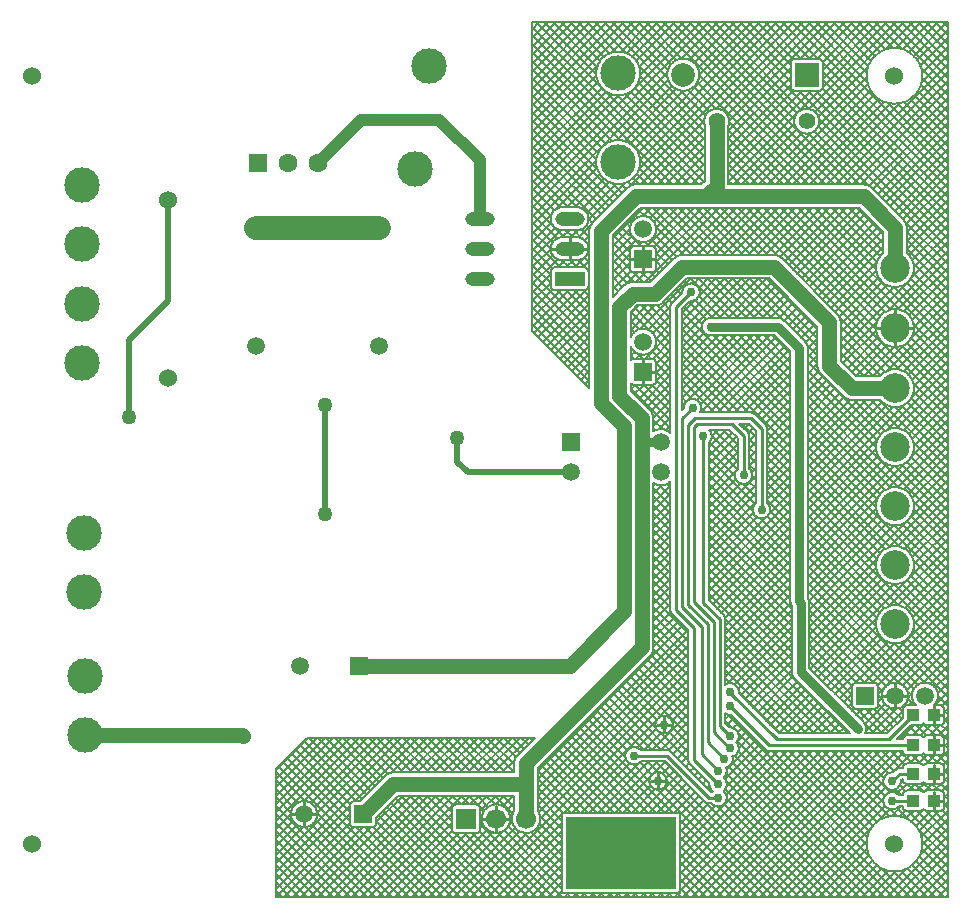
<source format=gbl>
%FSDAX24Y24*%
%MOIN*%
%SFA1B1*%

%IPPOS*%
%ADD10C,0.008000*%
%ADD15R,0.043300X0.039400*%
%ADD29C,0.050000*%
%ADD30C,0.010000*%
%ADD31C,0.020000*%
%ADD32C,0.078700*%
%ADD34C,0.039400*%
%ADD35C,0.030000*%
%ADD36R,0.365000X0.240000*%
%ADD37C,0.060000*%
%ADD38C,0.118100*%
%ADD39C,0.059100*%
%ADD40R,0.059100X0.059100*%
%ADD41C,0.059100*%
%ADD42R,0.059100X0.059100*%
%ADD43C,0.055100*%
%ADD44C,0.078700*%
%ADD45R,0.078700X0.078700*%
%ADD46R,0.063000X0.063000*%
%ADD47C,0.063000*%
%ADD48C,0.098400*%
%ADD49O,0.098400X0.047200*%
%ADD50R,0.098400X0.047200*%
%ADD51R,0.066900X0.066900*%
%ADD52C,0.066900*%
%ADD53C,0.050000*%
%ADD54C,0.030000*%
%LNde-160724-1*%
%LPD*%
G54D10*
X042140Y038900D02*
D01*
X042139Y038927*
X042136Y038954*
X042131Y038981*
X042124Y039007*
X042116Y039033*
X042106Y039058*
X042094Y039083*
X042080Y039106*
X042065Y039129*
X042048Y039150*
X042030Y039170*
X042026Y039176*
X042140Y038900D02*
D01*
X042139Y038927*
X042136Y038954*
X042131Y038981*
X042124Y039007*
X042116Y039033*
X042106Y039058*
X042094Y039083*
X042080Y039106*
X042065Y039129*
X042048Y039150*
X042030Y039170*
X042026Y039176*
X041360Y038047D02*
D01*
X041326Y038018*
X041294Y037987*
X041265Y037955*
X041238Y037920*
X041213Y037883*
X041191Y037845*
X041172Y037805*
X041155Y037764*
X041142Y037722*
X041131Y037680*
X041124Y037636*
X041119Y037592*
X041118Y037548*
X041119Y037504*
X041124Y037460*
X041132Y037417*
X041143Y037374*
X041156Y037332*
X041173Y037291*
X041192Y037252*
X041214Y037214*
X041239Y037177*
X041266Y037142*
X041296Y037110*
X041328Y037079*
X041362Y037051*
X041397Y037025*
X041435Y037002*
X041474Y036981*
X041514Y036963*
X041556Y036948*
X041598Y036936*
X041641Y036927*
X041685Y036921*
X041729Y036918*
X041773Y036918*
X041817Y036921*
X041861Y036928*
X041904Y036937*
X041946Y036949*
X041987Y036964*
X042028Y036982*
X042067Y037003*
X042104Y037027*
X042140Y037053*
X042173Y037081*
X042205Y037112*
X042234Y037144*
X042261Y037179*
X042286Y037216*
X042308Y037254*
X042327Y037294*
X042344Y037335*
X042357Y037377*
X042368Y037419*
X042375Y037463*
X042380Y037507*
X042382Y037550*
D01*
X042380Y037594*
X042375Y037637*
X042368Y037681*
X042357Y037724*
X042343Y037766*
X042327Y037807*
X042308Y037846*
X042285Y037884*
X042261Y037921*
X042234Y037956*
X042204Y037989*
X042172Y038019*
X042140Y038047*
X042655Y043959D02*
D01*
X042652Y044023*
X042645Y044088*
X042634Y044151*
X042619Y044214*
X042599Y044276*
X042574Y044336*
X042546Y044394*
X042514Y044450*
X042477Y044503*
X042438Y044554*
X042394Y044602*
X042348Y044647*
X042298Y044689*
X042246Y044727*
X042191Y044761*
X042134Y044792*
X042075Y044818*
X042014Y044840*
X041952Y044858*
X041888Y044871*
X041824Y044880*
X041760Y044885*
X041695*
X041631Y044880*
X041567Y044871*
X041503Y044858*
X041441Y044840*
X041380Y044818*
X041321Y044792*
X041264Y044761*
X041209Y044727*
X041157Y044689*
X041107Y044647*
X041061Y044602*
X041017Y044554*
X040978Y044503*
X040941Y044450*
X040909Y044394*
X040881Y044336*
X040856Y044276*
X040836Y044214*
X040821Y044151*
X040810Y044088*
X040803Y044023*
X040801Y043959*
X040803Y043894*
X040810Y043829*
X040821Y043766*
X040836Y043703*
X040856Y043641*
X040881Y043581*
X040909Y043523*
X040941Y043467*
X040978Y043414*
X041017Y043363*
X041061Y043315*
X041107Y043270*
X041157Y043228*
X041209Y043190*
X041264Y043156*
X041321Y043125*
X041380Y043099*
X041441Y043077*
X041503Y043059*
X041567Y043046*
X041631Y043037*
X041695Y043032*
X041760*
X041824Y043037*
X041888Y043046*
X041952Y043059*
X042014Y043077*
X042075Y043099*
X042134Y043125*
X042191Y043156*
X042246Y043190*
X042298Y043228*
X042348Y043270*
X042394Y043315*
X042438Y043363*
X042477Y043414*
X042514Y043467*
X042546Y043523*
X042574Y043581*
X042599Y043641*
X042619Y043703*
X042634Y043766*
X042645Y043829*
X042652Y043894*
X042655Y043959*
X040976Y040226D02*
D01*
X040956Y040244*
X040934Y040261*
X040912Y040277*
X040889Y040291*
X040864Y040303*
X040839Y040314*
X040814Y040323*
X040787Y040330*
X040761Y040335*
X040734Y040338*
X040706Y040340*
X040700Y040340*
X040976Y040226D02*
D01*
X040956Y040244*
X040934Y040261*
X040912Y040277*
X040889Y040291*
X040864Y040303*
X040839Y040314*
X040814Y040323*
X040787Y040330*
X040761Y040335*
X040734Y040338*
X040706Y040340*
X040700Y040340*
X042382Y035550D02*
D01*
X042380Y035594*
X042375Y035637*
X042368Y035681*
X042357Y035724*
X042343Y035766*
X042327Y035807*
X042308Y035846*
X042285Y035884*
X042261Y035921*
X042234Y035956*
X042204Y035989*
X042172Y036019*
X042139Y036048*
X042103Y036073*
X042066Y036097*
X042027Y036118*
X041986Y036135*
X041945Y036151*
X041902Y036163*
X041859Y036172*
X041816Y036178*
X041772Y036181*
X041727*
X041683Y036178*
X041640Y036172*
X041597Y036163*
X041554Y036151*
X041513Y036135*
X041472Y036118*
X041434Y036097*
X041396Y036073*
X041360Y036048*
X041327Y036019*
X041295Y035989*
X041265Y035956*
X041238Y035921*
X041214Y035884*
X041191Y035846*
X041172Y035807*
X041156Y035766*
X041142Y035724*
X041131Y035681*
X041124Y035637*
X041119Y035594*
X041118Y035550*
X041119Y035505*
X041124Y035462*
X041131Y035418*
X041142Y035375*
X041156Y035333*
X041172Y035292*
X041191Y035253*
X041214Y035215*
X041238Y035178*
X041265Y035143*
X041295Y035110*
X041327Y035080*
X041360Y035051*
X041396Y035026*
X041434Y035002*
X041472Y034981*
X041513Y034964*
X041554Y034948*
X041597Y034936*
X041640Y034927*
X041683Y034921*
X041727Y034918*
X041772*
X041816Y034921*
X041859Y034927*
X041902Y034936*
X041945Y034948*
X041986Y034964*
X042027Y034981*
X042066Y035002*
X042103Y035026*
X042139Y035051*
X042172Y035080*
X042204Y035110*
X042234Y035143*
X042261Y035178*
X042285Y035215*
X042308Y035253*
X042327Y035292*
X042343Y035333*
X042357Y035375*
X042368Y035418*
X042375Y035462*
X042380Y035505*
X042382Y035550*
Y033550D02*
D01*
X042380Y033594*
X042375Y033637*
X042368Y033681*
X042357Y033724*
X042343Y033766*
X042327Y033807*
X042308Y033846*
X042285Y033884*
X042261Y033921*
X042234Y033956*
X042204Y033989*
X042172Y034019*
X042139Y034048*
X042103Y034073*
X042066Y034097*
X042027Y034118*
X041986Y034135*
X041945Y034151*
X041902Y034163*
X041859Y034172*
X041816Y034178*
X041772Y034181*
X041727*
X041683Y034178*
X041640Y034172*
X041597Y034163*
X041554Y034151*
X041513Y034135*
X041472Y034118*
X041434Y034097*
X041396Y034073*
X041360Y034048*
X041327Y034019*
X041295Y033989*
X041265Y033956*
X041253Y033940*
Y033160D02*
D01*
X041281Y033126*
X041312Y033094*
X041344Y033065*
X041379Y033038*
X041416Y033013*
X041454Y032991*
X041494Y032972*
X041535Y032955*
X041577Y032942*
X041619Y032931*
X041663Y032924*
X041707Y032919*
X041751Y032918*
X041795Y032919*
X041839Y032924*
X041882Y032932*
X041925Y032943*
X041967Y032956*
X042008Y032973*
X042047Y032992*
X042085Y033014*
X042122Y033039*
X042157Y033066*
X042189Y033096*
X042220Y033128*
X042248Y033162*
X042274Y033197*
X042297Y033235*
X042318Y033274*
X042336Y033314*
X042351Y033356*
X042363Y033398*
X042372Y033441*
X042378Y033485*
X042381Y033529*
X042382Y033550*
Y031584D02*
D01*
X042380Y031628*
X042375Y031671*
X042368Y031715*
X042357Y031758*
X042343Y031800*
X042327Y031841*
X042308Y031880*
X042285Y031918*
X042261Y031955*
X042234Y031990*
X042204Y032023*
X042172Y032053*
X042139Y032082*
X042103Y032107*
X042066Y032131*
X042027Y032152*
X041986Y032169*
X041945Y032185*
X041902Y032197*
X041859Y032206*
X041816Y032212*
X041772Y032215*
X041727*
X041683Y032212*
X041640Y032206*
X041597Y032197*
X041554Y032185*
X041513Y032169*
X041472Y032152*
X041434Y032131*
X041396Y032107*
X041360Y032082*
X041327Y032053*
X041295Y032023*
X041265Y031990*
X041238Y031955*
X041214Y031918*
X041191Y031880*
X041172Y031841*
X041156Y031800*
X041142Y031758*
X041131Y031715*
X041124Y031671*
X041119Y031628*
X041118Y031584*
X041119Y031539*
X041124Y031496*
X041131Y031452*
X041142Y031409*
X041156Y031367*
X041172Y031326*
X041191Y031287*
X041214Y031249*
X041238Y031212*
X041265Y031177*
X041295Y031144*
X041327Y031114*
X041360Y031085*
X041396Y031060*
X041434Y031036*
X041472Y031015*
X041513Y030998*
X041554Y030982*
X041597Y030970*
X041640Y030961*
X041683Y030955*
X041727Y030952*
X041772*
X041816Y030955*
X041859Y030961*
X041902Y030970*
X041945Y030982*
X041986Y030998*
X042027Y031015*
X042066Y031036*
X042103Y031060*
X042139Y031085*
X042172Y031114*
X042204Y031144*
X042234Y031177*
X042261Y031212*
X042285Y031249*
X042308Y031287*
X042327Y031326*
X042343Y031367*
X042357Y031409*
X042368Y031452*
X042375Y031496*
X042380Y031539*
X042382Y031584*
Y029616D02*
D01*
X042380Y029660*
X042375Y029703*
X042368Y029747*
X042357Y029790*
X042343Y029832*
X042327Y029873*
X042308Y029912*
X042285Y029950*
X042261Y029987*
X042234Y030022*
X042204Y030055*
X042172Y030085*
X042139Y030114*
X042103Y030139*
X042066Y030163*
X042027Y030184*
X041986Y030201*
X041945Y030217*
X041902Y030229*
X041859Y030238*
X041816Y030244*
X041772Y030247*
X041727*
X041683Y030244*
X041640Y030238*
X041597Y030229*
X041554Y030217*
X041513Y030201*
X041472Y030184*
X041434Y030163*
X041396Y030139*
X041360Y030114*
X041327Y030085*
X041295Y030055*
X041265Y030022*
X041238Y029987*
X041214Y029950*
X041191Y029912*
X041172Y029873*
X041156Y029832*
X041142Y029790*
X041131Y029747*
X041124Y029703*
X041119Y029660*
X041118Y029616*
X041119Y029571*
X041124Y029528*
X041131Y029484*
X041142Y029441*
X041156Y029399*
X041172Y029358*
X041191Y029319*
X041214Y029281*
X041238Y029244*
X041265Y029209*
X041295Y029176*
X041327Y029146*
X041360Y029117*
X041396Y029092*
X041434Y029068*
X041472Y029047*
X041513Y029030*
X041554Y029014*
X041597Y029002*
X041640Y028993*
X041683Y028987*
X041727Y028984*
X041772*
X041816Y028987*
X041859Y028993*
X041902Y029002*
X041945Y029014*
X041986Y029030*
X042027Y029047*
X042066Y029068*
X042103Y029092*
X042139Y029117*
X042172Y029146*
X042204Y029176*
X042234Y029209*
X042261Y029244*
X042285Y029281*
X042308Y029319*
X042327Y029358*
X042343Y029399*
X042357Y029441*
X042368Y029484*
X042375Y029528*
X042380Y029571*
X042382Y029616*
X039343Y044394D02*
D01*
X039342Y044403*
X039341Y044413*
X039339Y044423*
X039337Y044432*
X039334Y044441*
X039330Y044450*
X039326Y044459*
X039321Y044468*
X039316Y044476*
X039310Y044483*
X039303Y044491*
X039296Y044498*
X039289Y044504*
X039281Y044510*
X039273Y044515*
X039264Y044519*
X039255Y044523*
X039246Y044527*
X039236Y044529*
X039227Y044531*
X039217Y044533*
X039207Y044533*
X039203Y044534*
X038415D02*
D01*
X038405Y044533*
X038395Y044532*
X038385Y044530*
X038376Y044528*
X038367Y044525*
X038358Y044521*
X038349Y044517*
X038340Y044512*
X038332Y044507*
X038325Y044501*
X038317Y044494*
X038310Y044487*
X038304Y044480*
X038298Y044472*
X038293Y044464*
X038289Y044455*
X038285Y044446*
X038281Y044437*
X038279Y044427*
X038277Y044418*
X038275Y044408*
X038275Y044398*
X038275Y044394*
X039203Y043466D02*
D01*
X039212Y043466*
X039222Y043467*
X039232Y043469*
X039241Y043471*
X039250Y043474*
X039259Y043478*
X039268Y043482*
X039277Y043487*
X039285Y043492*
X039292Y043498*
X039300Y043505*
X039307Y043512*
X039313Y043519*
X039319Y043527*
X039324Y043536*
X039328Y043544*
X039332Y043553*
X039336Y043562*
X039338Y043572*
X039340Y043581*
X039342Y043591*
X039342Y043601*
X039343Y043606*
X039216Y042450D02*
D01*
X039214Y042479*
X039211Y042507*
X039206Y042536*
X039199Y042564*
X039190Y042592*
X039180Y042619*
X039167Y042645*
X039152Y042670*
X039136Y042694*
X039118Y042717*
X039099Y042738*
X039078Y042759*
X039056Y042777*
X039032Y042794*
X039008Y042810*
X038982Y042823*
X038955Y042835*
X038928Y042845*
X038900Y042853*
X038872Y042859*
X038843Y042863*
X038814Y042865*
X038785*
X038756Y042863*
X038727Y042859*
X038699Y042853*
X038671Y042845*
X038644Y042835*
X038617Y042823*
X038592Y042810*
X038567Y042794*
X038543Y042777*
X038521Y042759*
X038500Y042738*
X038481Y042717*
X038463Y042694*
X038447Y042670*
X038432Y042645*
X038419Y042619*
X038409Y042592*
X038400Y042564*
X038393Y042536*
X038388Y042507*
X038385Y042479*
X038384Y042450*
X038385Y042420*
X038388Y042392*
X038393Y042363*
X038400Y042335*
X038409Y042307*
X038419Y042280*
X038432Y042254*
X038447Y042229*
X038463Y042205*
X038481Y042182*
X038500Y042161*
X038521Y042140*
X038543Y042122*
X038567Y042105*
X038592Y042089*
X038617Y042076*
X038644Y042064*
X038671Y042054*
X038699Y042046*
X038727Y042040*
X038756Y042036*
X038785Y042034*
X038814*
X038843Y042036*
X038872Y042040*
X038900Y042046*
X038928Y042054*
X038955Y042064*
X038982Y042076*
X039008Y042089*
X039032Y042105*
X039056Y042122*
X039078Y042140*
X039099Y042161*
X039118Y042182*
X039136Y042205*
X039152Y042229*
X039167Y042254*
X039180Y042280*
X039190Y042307*
X039199Y042335*
X039206Y042363*
X039211Y042392*
X039214Y042420*
X039216Y042450*
X038275Y043606D02*
D01*
X038275Y043596*
X038276Y043586*
X038278Y043576*
X038280Y043567*
X038283Y043558*
X038287Y043549*
X038291Y043540*
X038296Y043531*
X038301Y043523*
X038307Y043516*
X038314Y043508*
X038321Y043501*
X038328Y043495*
X038336Y043489*
X038345Y043484*
X038353Y043480*
X038362Y043476*
X038371Y043472*
X038381Y043470*
X038390Y043468*
X038400Y043466*
X038410Y043466*
X038415Y043466*
X039940Y035750D02*
D01*
X039939Y035777*
X039936Y035804*
X039931Y035831*
X039924Y035857*
X039916Y035883*
X039906Y035908*
X039894Y035933*
X039880Y035956*
X039865Y035979*
X039848Y036000*
X039830Y036020*
X039826Y036026*
X039940Y035750D02*
D01*
X039939Y035777*
X039936Y035804*
X039931Y035831*
X039924Y035857*
X039916Y035883*
X039906Y035908*
X039894Y035933*
X039880Y035956*
X039865Y035979*
X039848Y036000*
X039830Y036020*
X039826Y036026*
X037976Y037876D02*
D01*
X037956Y037894*
X037934Y037911*
X037912Y037927*
X037889Y037941*
X037864Y037953*
X037839Y037964*
X037814Y037973*
X037787Y037980*
X037761Y037985*
X037734Y037988*
X037706Y037990*
X037700Y037990*
X037976Y037876D02*
D01*
X037956Y037894*
X037934Y037911*
X037912Y037927*
X037889Y037941*
X037864Y037953*
X037839Y037964*
X037814Y037973*
X037787Y037980*
X037761Y037985*
X037734Y037988*
X037706Y037990*
X037700Y037990*
X038055Y035805D02*
D01*
X038040Y035818*
X038024Y035831*
X038007Y035843*
X037990Y035853*
X037972Y035862*
X037953Y035870*
X037934Y035877*
X037915Y035882*
X037895Y035886*
X037875Y035888*
X037855Y035889*
X037850Y035890*
X038055Y035805D02*
D01*
X038040Y035818*
X038024Y035831*
X038007Y035843*
X037990Y035853*
X037972Y035862*
X037953Y035870*
X037934Y035877*
X037915Y035882*
X037895Y035886*
X037875Y035888*
X037855Y035889*
X037850Y035890*
X036190Y042306D02*
D01*
X036199Y042333*
X036206Y042361*
X036211Y042390*
X036214Y042419*
X036215Y042448*
X036216Y042450*
X039160Y034300D02*
D01*
X039160Y034272*
X039163Y034245*
X039168Y034218*
X039175Y034192*
X039183Y034166*
X039193Y034141*
X039205Y034116*
X039219Y034093*
X039234Y034070*
X039251Y034049*
X039269Y034029*
X039274Y034024*
X039160Y034300D02*
D01*
X039160Y034272*
X039163Y034245*
X039168Y034218*
X039175Y034192*
X039183Y034166*
X039193Y034141*
X039205Y034116*
X039219Y034093*
X039234Y034070*
X039251Y034049*
X039269Y034029*
X039274Y034024*
X040024Y033274D02*
D01*
X040043Y033255*
X040065Y033238*
X040087Y033222*
X040110Y033208*
X040135Y033196*
X040160Y033185*
X040185Y033176*
X040212Y033169*
X040238Y033164*
X040265Y033161*
X040293Y033159*
X040300Y033160*
X040024Y033274D02*
D01*
X040043Y033255*
X040065Y033238*
X040087Y033222*
X040110Y033208*
X040135Y033196*
X040160Y033185*
X040185Y033176*
X040212Y033169*
X040238Y033164*
X040265Y033161*
X040293Y033159*
X040300Y033160*
X038840Y034900D02*
D01*
X038839Y034920*
X038837Y034940*
X038833Y034960*
X038828Y034979*
X038822Y034999*
X038814Y035017*
X038806Y035036*
X038795Y035053*
X038784Y035070*
X038772Y035086*
X038758Y035101*
X038755Y035105*
X038840Y034900D02*
D01*
X038839Y034920*
X038837Y034940*
X038833Y034960*
X038828Y034979*
X038822Y034999*
X038814Y035017*
X038806Y035036*
X038795Y035053*
X038784Y035070*
X038772Y035086*
X038758Y035101*
X038755Y035105*
X037490Y032200D02*
D01*
X037489Y032213*
X037488Y032226*
X037485Y032239*
X037482Y032252*
X037478Y032264*
X037473Y032277*
X037467Y032289*
X037461Y032300*
X037453Y032311*
X037445Y032322*
X037436Y032331*
X037434Y032335*
X037490Y032200D02*
D01*
X037489Y032213*
X037488Y032226*
X037485Y032239*
X037482Y032252*
X037478Y032264*
X037473Y032277*
X037467Y032289*
X037461Y032300*
X037453Y032311*
X037445Y032322*
X037436Y032331*
X037434Y032334*
X037590Y029500D02*
D01*
X037589Y029520*
X037587Y029540*
X037583Y029560*
X037578Y029579*
X037572Y029599*
X037564Y029617*
X037556Y029636*
X037545Y029653*
X037534Y029670*
X037522Y029686*
X037508Y029701*
X037494Y029715*
X037490Y029719*
X037085Y032684D02*
D01*
X037075Y032693*
X037065Y032701*
X037054Y032709*
X037042Y032716*
X037031Y032722*
X037018Y032727*
X037006Y032731*
X036993Y032735*
X036980Y032737*
X036967Y032739*
X036954Y032740*
X036950Y032740*
X037084Y032684D02*
D01*
X037074Y032693*
X037064Y032701*
X037053Y032708*
X037041Y032715*
X037030Y032721*
X037017Y032726*
X037005Y032731*
X036992Y032734*
X036979Y032737*
X036966Y032738*
X036953Y032739*
X036950Y032740*
X036890Y031950D02*
D01*
X036889Y031963*
X036888Y031976*
X036885Y031989*
X036882Y032002*
X036878Y032014*
X036873Y032027*
X036867Y032039*
X036861Y032050*
X036853Y032061*
X036845Y032072*
X036836Y032081*
X036834Y032084*
X036890Y031950D02*
D01*
X036889Y031963*
X036888Y031976*
X036885Y031989*
X036882Y032002*
X036878Y032014*
X036873Y032027*
X036867Y032039*
X036861Y032050*
X036853Y032061*
X036845Y032072*
X036836Y032081*
X036834Y032085*
X037110Y029719D02*
D01*
X037095Y029705*
X037081Y029690*
X037068Y029674*
X037056Y029658*
X037046Y029640*
X037037Y029622*
X037029Y029604*
X037022Y029585*
X037017Y029565*
X037013Y029545*
X037011Y029525*
X037010Y029505*
X037010Y029485*
X037012Y029464*
X037015Y029444*
X037019Y029425*
X037025Y029405*
X037033Y029386*
X037041Y029368*
X037051Y029350*
X037062Y029333*
X037074Y029317*
X037087Y029302*
X037102Y029288*
X037117Y029274*
X037133Y029262*
X037150Y029251*
X037168Y029241*
X037186Y029233*
X037205Y029225*
X037224Y029220*
X037244Y029215*
X037264Y029212*
X037284Y029210*
X037304Y029210*
X037324Y029211*
X037345Y029213*
X037364Y029217*
X037384Y029222*
X037403Y029229*
X037422Y029237*
X037440Y029246*
X037457Y029256*
X037474Y029268*
X037490Y029281*
X037504Y029294*
X037518Y029309*
X037531Y029325*
X037543Y029341*
X037553Y029359*
X037562Y029377*
X037570Y029395*
X037577Y029414*
X037582Y029434*
X037586Y029454*
X037588Y029474*
X037589Y029494*
X037590Y029500*
X035640Y031950D02*
D01*
X035639Y031970*
X035637Y031990*
X035633Y032010*
X035628Y032029*
X035622Y032049*
X035614Y032067*
X035606Y032086*
X035595Y032103*
X035584Y032120*
X035572Y032136*
X035558Y032151*
X035550Y032160*
X036990Y030650D02*
D01*
X036989Y030670*
X036987Y030690*
X036983Y030710*
X036978Y030729*
X036972Y030749*
X036964Y030767*
X036956Y030786*
X036945Y030803*
X036934Y030820*
X036922Y030836*
X036908Y030851*
X036894Y030865*
X036890Y030869*
X036510D02*
D01*
X036495Y030855*
X036481Y030840*
X036468Y030824*
X036456Y030808*
X036446Y030790*
X036437Y030772*
X036429Y030754*
X036422Y030735*
X036417Y030715*
X036413Y030695*
X036411Y030675*
X036410Y030655*
X036410Y030635*
X036412Y030614*
X036415Y030594*
X036419Y030575*
X036425Y030555*
X036433Y030536*
X036441Y030518*
X036451Y030500*
X036462Y030483*
X036474Y030467*
X036487Y030452*
X036502Y030438*
X036517Y030424*
X036533Y030412*
X036550Y030401*
X036568Y030391*
X036586Y030383*
X036605Y030375*
X036624Y030370*
X036644Y030365*
X036664Y030362*
X036684Y030360*
X036704Y030360*
X036724Y030361*
X036745Y030363*
X036764Y030367*
X036784Y030372*
X036803Y030379*
X036822Y030387*
X036840Y030396*
X036857Y030406*
X036874Y030418*
X036890Y030431*
X036904Y030444*
X036918Y030459*
X036931Y030475*
X036943Y030491*
X036953Y030509*
X036962Y030527*
X036970Y030545*
X036977Y030564*
X036982Y030584*
X036986Y030604*
X036988Y030624*
X036989Y030644*
X036990Y030650*
X043391Y022847D02*
D01*
X043390Y022856*
X043389Y022866*
X043387Y022876*
X043385Y022885*
X043382Y022894*
X043378Y022903*
X043374Y022912*
X043369Y022921*
X043364Y022929*
X043358Y022936*
X043351Y022944*
X043344Y022951*
X043337Y022957*
X043329Y022963*
X043321Y022968*
X043312Y022972*
X043303Y022976*
X043294Y022980*
X043284Y022982*
X043275Y022984*
X043265Y022986*
X043255Y022986*
X043251Y022987*
X043052D02*
D01*
X043073Y023008*
X043092Y023032*
X043110Y023056*
X043126Y023082*
X043140Y023109*
X043153Y023136*
X043163Y023165*
X043171Y023194*
X043178Y023224*
X043182Y023254*
X043184Y023284*
X043185Y023300*
D01*
X043183Y023330*
X043180Y023360*
X043175Y023390*
X043168Y023419*
X043158Y023448*
X043147Y023476*
X043134Y023504*
X043118Y023530*
X043101Y023555*
X043083Y023579*
X043062Y023602*
X043041Y023623*
X043017Y023642*
X042993Y023660*
X042967Y023676*
X042940Y023690*
X042912Y023703*
X042884Y023713*
X042855Y023722*
X042825Y023728*
X042795Y023732*
X042765Y023734*
X042734*
X042704Y023732*
X042674Y023728*
X042644Y023722*
X042615Y023713*
X042587Y023703*
X042559Y023690*
X042532Y023676*
X042506Y023660*
X042482Y023642*
X042458Y023623*
X042437Y023602*
X042416Y023579*
X042398Y023555*
X042381Y023530*
X042365Y023504*
X042352Y023476*
X042341Y023448*
X042331Y023419*
X042324Y023390*
X042319Y023360*
X042316Y023330*
X042315Y023300*
X042316Y023269*
X042319Y023239*
X042324Y023209*
X042331Y023180*
X042341Y023151*
X042352Y023123*
X042365Y023095*
X042381Y023069*
X042398Y023044*
X042416Y023020*
X042437Y022997*
X042448Y022987*
X043251Y022313D02*
D01*
X043260Y022313*
X043270Y022314*
X043280Y022316*
X043289Y022318*
X043298Y022321*
X043307Y022325*
X043316Y022329*
X043325Y022334*
X043333Y022339*
X043340Y022345*
X043348Y022352*
X043355Y022359*
X043361Y022366*
X043367Y022374*
X043372Y022383*
X043376Y022391*
X043380Y022400*
X043384Y022409*
X043386Y022419*
X043388Y022428*
X043390Y022438*
X043390Y022448*
X043391Y022453*
Y021847D02*
D01*
X043390Y021856*
X043389Y021866*
X043387Y021876*
X043385Y021885*
X043382Y021894*
X043378Y021903*
X043374Y021912*
X043369Y021921*
X043364Y021929*
X043358Y021936*
X043351Y021944*
X043344Y021951*
X043337Y021957*
X043329Y021963*
X043321Y021968*
X043312Y021972*
X043303Y021976*
X043294Y021980*
X043284Y021982*
X043275Y021984*
X043265Y021986*
X043255Y021986*
X043251Y021987*
X042700Y022378D02*
D01*
X042705Y022369*
X042711Y022362*
X042718Y022355*
X042725Y022348*
X042732Y022342*
X042740Y022336*
X042749Y022331*
X042757Y022326*
X042766Y022322*
X042775Y022319*
X042785Y022317*
X042794Y022315*
X042804Y022313*
X042814Y022313*
X042818Y022313*
X042582D02*
D01*
X042591Y022313*
X042601Y022314*
X042611Y022316*
X042620Y022318*
X042629Y022321*
X042638Y022325*
X042647Y022329*
X042656Y022334*
X042664Y022339*
X042671Y022345*
X042679Y022352*
X042686Y022359*
X042692Y022366*
X042698Y022374*
X042700Y022378*
X042818Y021987D02*
D01*
X042808Y021986*
X042798Y021985*
X042788Y021983*
X042779Y021981*
X042770Y021978*
X042761Y021974*
X042752Y021970*
X042743Y021965*
X042735Y021960*
X042728Y021954*
X042720Y021947*
X042713Y021940*
X042707Y021933*
X042701Y021925*
X042700Y021922*
D01*
X042694Y021930*
X042688Y021937*
X042681Y021944*
X042674Y021951*
X042667Y021957*
X042659Y021963*
X042650Y021968*
X042642Y021973*
X042633Y021977*
X042624Y021980*
X042614Y021982*
X042605Y021984*
X042595Y021986*
X042585Y021986*
X042582Y021987*
X042382Y027650D02*
D01*
X042380Y027694*
X042375Y027737*
X042368Y027781*
X042357Y027824*
X042343Y027866*
X042327Y027907*
X042308Y027946*
X042285Y027984*
X042261Y028021*
X042234Y028056*
X042204Y028089*
X042172Y028119*
X042139Y028148*
X042103Y028173*
X042066Y028197*
X042027Y028218*
X041986Y028235*
X041945Y028251*
X041902Y028263*
X041859Y028272*
X041816Y028278*
X041772Y028281*
X041727*
X041683Y028278*
X041640Y028272*
X041597Y028263*
X041554Y028251*
X041513Y028235*
X041472Y028218*
X041434Y028197*
X041396Y028173*
X041360Y028148*
X041327Y028119*
X041295Y028089*
X041265Y028056*
X041238Y028021*
X041214Y027984*
X041191Y027946*
X041172Y027907*
X041156Y027866*
X041142Y027824*
X041131Y027781*
X041124Y027737*
X041119Y027694*
X041118Y027650*
X041119Y027605*
X041124Y027562*
X041131Y027518*
X041142Y027475*
X041156Y027433*
X041172Y027392*
X041191Y027353*
X041214Y027315*
X041238Y027278*
X041265Y027243*
X041295Y027210*
X041327Y027180*
X041360Y027151*
X041396Y027126*
X041434Y027102*
X041472Y027081*
X041513Y027064*
X041554Y027048*
X041597Y027036*
X041640Y027027*
X041683Y027021*
X041727Y027018*
X041772*
X041816Y027021*
X041859Y027027*
X041902Y027036*
X041945Y027048*
X041986Y027064*
X042027Y027081*
X042066Y027102*
X042103Y027126*
X042139Y027151*
X042172Y027180*
X042204Y027210*
X042234Y027243*
X042261Y027278*
X042285Y027315*
X042308Y027353*
X042327Y027392*
X042343Y027433*
X042357Y027475*
X042368Y027518*
X042375Y027562*
X042380Y027605*
X042382Y027650*
Y025682D02*
D01*
X042380Y025726*
X042375Y025769*
X042368Y025813*
X042357Y025856*
X042343Y025898*
X042327Y025939*
X042308Y025978*
X042285Y026016*
X042261Y026053*
X042234Y026088*
X042204Y026121*
X042172Y026151*
X042139Y026180*
X042103Y026205*
X042066Y026229*
X042027Y026250*
X041986Y026267*
X041945Y026283*
X041902Y026295*
X041859Y026304*
X041816Y026310*
X041772Y026313*
X041727*
X041683Y026310*
X041640Y026304*
X041597Y026295*
X041554Y026283*
X041513Y026267*
X041472Y026250*
X041434Y026229*
X041396Y026205*
X041360Y026180*
X041327Y026151*
X041295Y026121*
X041265Y026088*
X041238Y026053*
X041214Y026016*
X041191Y025978*
X041172Y025939*
X041156Y025898*
X041142Y025856*
X041131Y025813*
X041124Y025769*
X041119Y025726*
X041118Y025682*
X041119Y025637*
X041124Y025594*
X041131Y025550*
X041142Y025507*
X041156Y025465*
X041172Y025424*
X041191Y025385*
X041214Y025347*
X041238Y025310*
X041265Y025275*
X041295Y025242*
X041327Y025212*
X041360Y025183*
X041396Y025158*
X041434Y025134*
X041472Y025113*
X041513Y025096*
X041554Y025080*
X041597Y025068*
X041640Y025059*
X041683Y025053*
X041727Y025050*
X041772*
X041816Y025053*
X041859Y025059*
X041902Y025068*
X041945Y025080*
X041986Y025096*
X042027Y025113*
X042066Y025134*
X042103Y025158*
X042139Y025183*
X042172Y025212*
X042204Y025242*
X042234Y025275*
X042261Y025310*
X042285Y025347*
X042308Y025385*
X042327Y025424*
X042343Y025465*
X042357Y025507*
X042368Y025550*
X042375Y025594*
X042380Y025637*
X042382Y025682*
X042185Y023300D02*
D01*
X042183Y023330*
X042180Y023360*
X042175Y023390*
X042168Y023419*
X042158Y023448*
X042147Y023476*
X042134Y023504*
X042118Y023530*
X042101Y023555*
X042083Y023579*
X042062Y023602*
X042041Y023623*
X042017Y023642*
X041993Y023660*
X041967Y023676*
X041940Y023690*
X041912Y023703*
X041884Y023713*
X041855Y023722*
X041825Y023728*
X041795Y023732*
X041765Y023734*
X041734*
X041704Y023732*
X041674Y023728*
X041644Y023722*
X041615Y023713*
X041587Y023703*
X041559Y023690*
X041532Y023676*
X041506Y023660*
X041482Y023642*
X041458Y023623*
X041437Y023602*
X041416Y023579*
X041398Y023555*
X041381Y023530*
X041365Y023504*
X041352Y023476*
X041341Y023448*
X041331Y023419*
X041324Y023390*
X041319Y023360*
X041316Y023330*
X041315Y023300*
X041316Y023269*
X041319Y023239*
X041324Y023209*
X041331Y023180*
X041341Y023151*
X041352Y023123*
X041365Y023095*
X041381Y023069*
X041398Y023044*
X041416Y023020*
X041437Y022997*
X041458Y022976*
X041482Y022957*
X041506Y022939*
X041532Y022923*
X041559Y022909*
X041587Y022896*
X041615Y022886*
X041644Y022877*
X041674Y022871*
X041704Y022867*
X041734Y022865*
X041765*
X041795Y022867*
X041825Y022871*
X041855Y022877*
X041884Y022886*
X041912Y022896*
X041940Y022909*
X041967Y022923*
X041993Y022939*
X042017Y022957*
X042041Y022976*
X042062Y022997*
X042083Y023020*
X042101Y023044*
X042118Y023069*
X042134Y023095*
X042147Y023123*
X042158Y023151*
X042168Y023180*
X042175Y023209*
X042180Y023239*
X042183Y023269*
X042185Y023300*
X042149Y022987D02*
D01*
X042139Y022986*
X042129Y022985*
X042119Y022983*
X042110Y022981*
X042101Y022978*
X042092Y022974*
X042083Y022970*
X042074Y022965*
X042066Y022960*
X042059Y022954*
X042051Y022947*
X042044Y022940*
X042038Y022933*
X042032Y022925*
X042027Y022917*
X042023Y022908*
X042019Y022899*
X042015Y022890*
X042013Y022880*
X042011Y022871*
X042009Y022861*
X042009Y022851*
X042009Y022847*
X042149Y021987D02*
D01*
X042139Y021986*
X042129Y021985*
X042119Y021983*
X042110Y021981*
X042101Y021978*
X042092Y021974*
X042083Y021970*
X042074Y021965*
X042066Y021960*
X042059Y021954*
X042051Y021947*
X042044Y021940*
X042038Y021933*
X042032Y021925*
X042027Y021917*
X042023Y021908*
X042019Y021899*
X042015Y021890*
X042013Y021880*
X042011Y021871*
X042009Y021861*
X042009Y021851*
X042009Y021847*
X043391Y020897D02*
D01*
X043390Y020906*
X043389Y020916*
X043387Y020926*
X043385Y020935*
X043382Y020944*
X043378Y020953*
X043374Y020962*
X043369Y020971*
X043364Y020979*
X043358Y020986*
X043351Y020994*
X043344Y021001*
X043337Y021007*
X043329Y021013*
X043321Y021018*
X043312Y021022*
X043303Y021026*
X043294Y021030*
X043284Y021032*
X043275Y021034*
X043265Y021036*
X043255Y021036*
X043251Y021037*
Y021313D02*
D01*
X043260Y021313*
X043270Y021314*
X043280Y021316*
X043289Y021318*
X043298Y021321*
X043307Y021325*
X043316Y021329*
X043325Y021334*
X043333Y021339*
X043340Y021345*
X043348Y021352*
X043355Y021359*
X043361Y021366*
X043367Y021374*
X043372Y021383*
X043376Y021391*
X043380Y021400*
X043384Y021409*
X043386Y021419*
X043388Y021428*
X043390Y021438*
X043390Y021448*
X043391Y021453*
X043251Y020363D02*
D01*
X043260Y020363*
X043270Y020364*
X043280Y020366*
X043289Y020368*
X043298Y020371*
X043307Y020375*
X043316Y020379*
X043325Y020384*
X043333Y020389*
X043340Y020395*
X043348Y020402*
X043355Y020409*
X043361Y020416*
X043367Y020424*
X043372Y020433*
X043376Y020441*
X043380Y020450*
X043384Y020459*
X043386Y020469*
X043388Y020478*
X043390Y020488*
X043390Y020498*
X043391Y020503*
X042700Y021378D02*
D01*
X042705Y021369*
X042711Y021362*
X042718Y021355*
X042725Y021348*
X042732Y021342*
X042740Y021336*
X042749Y021331*
X042757Y021326*
X042766Y021322*
X042775Y021319*
X042785Y021317*
X042794Y021315*
X042804Y021313*
X042814Y021313*
X042818Y021313*
Y021037D02*
D01*
X042808Y021036*
X042798Y021035*
X042788Y021033*
X042779Y021031*
X042770Y021028*
X042761Y021024*
X042752Y021020*
X042743Y021015*
X042735Y021010*
X042728Y021004*
X042720Y020997*
X042713Y020990*
X042707Y020983*
X042701Y020975*
X042700Y020972*
Y020428D02*
D01*
X042705Y020419*
X042711Y020412*
X042718Y020405*
X042725Y020398*
X042732Y020392*
X042740Y020386*
X042749Y020381*
X042757Y020376*
X042766Y020372*
X042775Y020369*
X042785Y020367*
X042794Y020365*
X042804Y020363*
X042814Y020363*
X042818Y020363*
X042700Y020972D02*
D01*
X042694Y020980*
X042688Y020987*
X042681Y020994*
X042674Y021001*
X042667Y021007*
X042659Y021013*
X042650Y021018*
X042642Y021023*
X042633Y021027*
X042624Y021030*
X042614Y021032*
X042605Y021034*
X042595Y021036*
X042585Y021036*
X042582Y021037*
X043391Y019997D02*
D01*
X043390Y020006*
X043389Y020016*
X043387Y020026*
X043385Y020035*
X043382Y020044*
X043378Y020053*
X043374Y020062*
X043369Y020071*
X043364Y020079*
X043358Y020086*
X043351Y020094*
X043344Y020101*
X043337Y020107*
X043329Y020113*
X043321Y020118*
X043312Y020122*
X043303Y020126*
X043294Y020130*
X043284Y020132*
X043275Y020134*
X043265Y020136*
X043255Y020136*
X043251Y020137*
X042818D02*
D01*
X042808Y020136*
X042798Y020135*
X042788Y020133*
X042779Y020131*
X042770Y020128*
X042761Y020124*
X042752Y020120*
X042743Y020115*
X042735Y020110*
X042728Y020104*
X042720Y020097*
X042713Y020090*
X042707Y020083*
X042701Y020075*
X042700Y020072*
X043251Y019463D02*
D01*
X043260Y019463*
X043270Y019464*
X043280Y019466*
X043289Y019468*
X043298Y019471*
X043307Y019475*
X043316Y019479*
X043325Y019484*
X043333Y019489*
X043340Y019495*
X043348Y019502*
X043355Y019509*
X043361Y019516*
X043367Y019524*
X043372Y019533*
X043376Y019541*
X043380Y019550*
X043384Y019559*
X043386Y019569*
X043388Y019578*
X043390Y019588*
X043390Y019598*
X043391Y019603*
X042700Y019528D02*
D01*
X042705Y019519*
X042711Y019512*
X042718Y019505*
X042725Y019498*
X042732Y019492*
X042740Y019486*
X042749Y019481*
X042757Y019476*
X042766Y019472*
X042775Y019469*
X042785Y019467*
X042794Y019465*
X042804Y019463*
X042814Y019463*
X042818Y019463*
X042582Y021313D02*
D01*
X042591Y021313*
X042601Y021314*
X042611Y021316*
X042620Y021318*
X042629Y021321*
X042638Y021325*
X042647Y021329*
X042656Y021334*
X042664Y021339*
X042671Y021345*
X042679Y021352*
X042686Y021359*
X042692Y021366*
X042698Y021374*
X042700Y021378*
X042582Y020363D02*
D01*
X042591Y020363*
X042601Y020364*
X042611Y020366*
X042620Y020368*
X042629Y020371*
X042638Y020375*
X042647Y020379*
X042656Y020384*
X042664Y020389*
X042671Y020395*
X042679Y020402*
X042686Y020409*
X042692Y020416*
X042698Y020424*
X042700Y020428*
Y020072D02*
D01*
X042694Y020080*
X042688Y020087*
X042681Y020094*
X042674Y020101*
X042667Y020107*
X042659Y020113*
X042650Y020118*
X042642Y020123*
X042633Y020127*
X042624Y020130*
X042614Y020132*
X042605Y020134*
X042595Y020136*
X042585Y020136*
X042582Y020137*
X042149Y021037D02*
D01*
X042139Y021036*
X042129Y021035*
X042119Y021033*
X042110Y021031*
X042101Y021028*
X042092Y021024*
X042083Y021020*
X042074Y021015*
X042066Y021010*
X042059Y021004*
X042051Y020997*
X042044Y020990*
X042038Y020983*
X042032Y020975*
X042027Y020967*
X042023Y020958*
X042019Y020949*
X042015Y020940*
X042013Y020930*
X042011Y020921*
X042009Y020911*
X042009Y020901*
X042009Y020897*
Y021453D02*
D01*
X042009Y021443*
X042010Y021433*
X042012Y021423*
X042014Y021414*
X042017Y021405*
X042021Y021396*
X042025Y021387*
X042030Y021378*
X042035Y021370*
X042041Y021363*
X042048Y021355*
X042055Y021348*
X042062Y021342*
X042070Y021336*
X042079Y021331*
X042087Y021327*
X042096Y021323*
X042105Y021319*
X042115Y021317*
X042124Y021315*
X042134Y021313*
X042144Y021313*
X042149Y021313*
X042009Y020503D02*
D01*
X042009Y020493*
X042010Y020483*
X042012Y020473*
X042014Y020464*
X042017Y020455*
X042021Y020446*
X042025Y020437*
X042030Y020428*
X042035Y020420*
X042041Y020413*
X042048Y020405*
X042055Y020398*
X042062Y020392*
X042070Y020386*
X042079Y020381*
X042087Y020377*
X042096Y020373*
X042105Y020369*
X042115Y020367*
X042124Y020365*
X042134Y020363*
X042144Y020363*
X042149Y020363*
Y020137D02*
D01*
X042139Y020136*
X042129Y020135*
X042119Y020133*
X042110Y020131*
X042101Y020128*
X042092Y020124*
X042083Y020120*
X042074Y020115*
X042066Y020110*
X042059Y020104*
X042051Y020097*
X042044Y020090*
X042038Y020083*
X042032Y020075*
X042027Y020067*
X042023Y020058*
X042019Y020049*
X042015Y020040*
X042013Y020030*
X042011Y020021*
X042009Y020011*
X042009Y020001*
X042009Y019997*
X042582Y019463D02*
D01*
X042591Y019463*
X042601Y019464*
X042611Y019466*
X042620Y019468*
X042629Y019471*
X042638Y019475*
X042647Y019479*
X042656Y019484*
X042664Y019489*
X042671Y019495*
X042679Y019502*
X042686Y019509*
X042692Y019516*
X042698Y019524*
X042700Y019528*
X042009Y019603D02*
D01*
X042009Y019593*
X042010Y019583*
X042012Y019573*
X042014Y019564*
X042017Y019555*
X042021Y019546*
X042025Y019537*
X042030Y019528*
X042035Y019520*
X042041Y019513*
X042048Y019505*
X042055Y019498*
X042062Y019492*
X042070Y019486*
X042079Y019481*
X042087Y019477*
X042096Y019473*
X042105Y019469*
X042115Y019467*
X042124Y019465*
X042134Y019463*
X042144Y019463*
X042149Y019463*
X042655Y018369D02*
D01*
X042652Y018433*
X042645Y018498*
X042634Y018561*
X042619Y018624*
X042599Y018686*
X042574Y018746*
X042546Y018804*
X042514Y018860*
X042477Y018913*
X042438Y018964*
X042394Y019012*
X042348Y019057*
X042298Y019099*
X042246Y019137*
X042191Y019171*
X042134Y019202*
X042075Y019228*
X042014Y019250*
X041952Y019268*
X041888Y019281*
X041824Y019290*
X041760Y019295*
X041695*
X041631Y019290*
X041567Y019281*
X041503Y019268*
X041441Y019250*
X041380Y019228*
X041321Y019202*
X041264Y019171*
X041209Y019137*
X041157Y019099*
X041107Y019057*
X041061Y019012*
X041017Y018964*
X040978Y018913*
X040941Y018860*
X040909Y018804*
X040881Y018746*
X040856Y018686*
X040836Y018624*
X040821Y018561*
X040810Y018498*
X040803Y018433*
X040801Y018369*
X040803Y018304*
X040810Y018239*
X040821Y018176*
X040836Y018113*
X040856Y018051*
X040881Y017991*
X040909Y017933*
X040941Y017877*
X040978Y017824*
X041017Y017773*
X041061Y017725*
X041107Y017680*
X041157Y017638*
X041209Y017600*
X041264Y017566*
X041321Y017535*
X041380Y017509*
X041441Y017487*
X041503Y017469*
X041567Y017456*
X041631Y017447*
X041695Y017442*
X041760*
X041824Y017447*
X041888Y017456*
X041952Y017469*
X042014Y017487*
X042075Y017509*
X042134Y017535*
X042191Y017566*
X042246Y017600*
X042298Y017638*
X042348Y017680*
X042394Y017725*
X042438Y017773*
X042477Y017824*
X042514Y017877*
X042546Y017933*
X042574Y017991*
X042599Y018051*
X042619Y018113*
X042634Y018176*
X042645Y018239*
X042652Y018304*
X042655Y018369*
X038890Y026400D02*
D01*
X038889Y026420*
X038887Y026440*
X038883Y026460*
X038878Y026479*
X038872Y026499*
X038864Y026517*
X038856Y026536*
X038845Y026553*
X038840Y026563*
X038890Y026400D02*
D01*
X038889Y026420*
X038887Y026440*
X038883Y026460*
X038878Y026479*
X038872Y026499*
X038864Y026517*
X038856Y026536*
X038845Y026553*
X038840Y026563*
X038890Y026400D02*
D01*
X038889Y026420*
X038887Y026440*
X038883Y026460*
X038878Y026479*
X038872Y026499*
X038864Y026517*
X038856Y026536*
X038845Y026553*
X038840Y026563*
X041185Y023595D02*
D01*
X041184Y023604*
X041183Y023614*
X041181Y023624*
X041179Y023633*
X041176Y023642*
X041172Y023651*
X041168Y023660*
X041163Y023669*
X041158Y023677*
X041152Y023684*
X041145Y023692*
X041138Y023699*
X041131Y023705*
X041123Y023711*
X041115Y023716*
X041106Y023720*
X041097Y023724*
X041088Y023728*
X041078Y023730*
X041069Y023732*
X041059Y023734*
X041049Y023734*
X041045Y023735*
X040455D02*
D01*
X040445Y023734*
X040435Y023733*
X040425Y023731*
X040416Y023729*
X040407Y023726*
X040398Y023722*
X040389Y023718*
X040380Y023713*
X040372Y023708*
X040365Y023702*
X040357Y023695*
X040350Y023688*
X040344Y023681*
X040338Y023673*
X040333Y023665*
X040329Y023656*
X040325Y023647*
X040321Y023638*
X040319Y023628*
X040317Y023619*
X040315Y023609*
X040315Y023599*
X040315Y023595*
X038260Y026450D02*
D01*
X038260Y026429*
X038262Y026409*
X038266Y026389*
X038271Y026370*
X038277Y026350*
X038285Y026332*
X038293Y026313*
X038304Y026296*
X038310Y026287*
Y024100D02*
D01*
X038310Y024079*
X038312Y024059*
X038316Y024039*
X038321Y024020*
X038327Y024000*
X038335Y023982*
X038343Y023963*
X038354Y023946*
X038365Y023929*
X038377Y023913*
X038391Y023898*
X038395Y023895*
X038310Y024100D02*
D01*
X038310Y024079*
X038312Y024059*
X038316Y024039*
X038321Y024020*
X038327Y024000*
X038335Y023982*
X038343Y023963*
X038354Y023946*
X038365Y023929*
X038377Y023913*
X038391Y023898*
X038395Y023895*
X038260Y026450D02*
D01*
X038260Y026429*
X038262Y026409*
X038266Y026389*
X038271Y026370*
X038277Y026350*
X038285Y026332*
X038293Y026313*
X038304Y026296*
X038310Y026287*
X036090Y025850D02*
D01*
X036089Y025863*
X036088Y025876*
X036085Y025889*
X036082Y025902*
X036078Y025914*
X036073Y025927*
X036067Y025939*
X036061Y025950*
X036053Y025961*
X036045Y025972*
X036036Y025981*
X036034Y025984*
X036090Y025850D02*
D01*
X036089Y025863*
X036088Y025876*
X036085Y025889*
X036082Y025902*
X036078Y025914*
X036073Y025927*
X036067Y025939*
X036061Y025950*
X036053Y025961*
X036045Y025972*
X036036Y025981*
X036034Y025985*
X036537Y023382D02*
D01*
X036539Y023402*
X036540Y023422*
X036540Y023425*
D01*
X036539Y023445*
X036537Y023465*
X036533Y023485*
X036528Y023504*
X036522Y023524*
X036514Y023542*
X036506Y023561*
X036495Y023578*
X036484Y023595*
X036472Y023611*
X036458Y023626*
X036444Y023640*
X036428Y023653*
X036412Y023665*
X036395Y023676*
X036377Y023685*
X036358Y023693*
X036339Y023700*
X036320Y023706*
X036300Y023710*
X036280Y023713*
X036260Y023714*
X036239*
X036219Y023713*
X036199Y023710*
X036179Y023706*
X036160Y023700*
X036141Y023693*
X036122Y023685*
X036105Y023676*
X036090Y023667*
X041045Y022865D02*
D01*
X041054Y022865*
X041064Y022866*
X041074Y022868*
X041083Y022870*
X041092Y022873*
X041101Y022877*
X041110Y022881*
X041119Y022886*
X041127Y022891*
X041134Y022897*
X041142Y022904*
X041149Y022911*
X041155Y022918*
X041161Y022926*
X041166Y022935*
X041170Y022943*
X041174Y022952*
X041178Y022961*
X041180Y022971*
X041182Y022980*
X041184Y022990*
X041184Y023000*
X041185Y023005*
X041900Y020890D02*
D01*
X041886Y020889*
X041873Y020888*
X041860Y020885*
X041847Y020882*
X041835Y020878*
X041822Y020873*
X041810Y020867*
X041799Y020861*
X041788Y020853*
X041777Y020845*
X041768Y020836*
X041766Y020834*
X040315Y023005D02*
D01*
X040315Y022995*
X040316Y022985*
X040318Y022975*
X040320Y022966*
X040323Y022957*
X040327Y022948*
X040331Y022939*
X040336Y022930*
X040341Y022922*
X040347Y022915*
X040354Y022907*
X040361Y022900*
X040368Y022894*
X040376Y022888*
X040385Y022883*
X040393Y022879*
X040402Y022875*
X040411Y022871*
X040421Y022869*
X040430Y022867*
X040440Y022865*
X040450Y022865*
X040455Y022865*
X040790Y022200D02*
D01*
X040789Y022220*
X040787Y022240*
X040783Y022260*
X040778Y022279*
X040772Y022299*
X040764Y022317*
X040756Y022336*
X040745Y022353*
X040734Y022370*
X040722Y022386*
X040708Y022401*
X040705Y022405*
X040790Y022200D02*
D01*
X040789Y022220*
X040787Y022240*
X040783Y022260*
X040778Y022279*
X040772Y022299*
X040764Y022317*
X040756Y022336*
X040745Y022353*
X040734Y022370*
X040722Y022386*
X040708Y022401*
X040705Y022405*
X040742Y022040D02*
D01*
X040752Y022057*
X040761Y022075*
X040769Y022093*
X040776Y022112*
X040782Y022132*
X040786Y022152*
X040788Y022172*
X040790Y022192*
X040790Y022200*
X040742Y022040D02*
D01*
X040752Y022057*
X040761Y022075*
X040769Y022093*
X040776Y022112*
X040782Y022132*
X040786Y022152*
X040788Y022172*
X040790Y022192*
X040790Y022200*
X041900Y020890D02*
D01*
X041886Y020889*
X041873Y020888*
X041860Y020885*
X041847Y020882*
X041835Y020878*
X041822Y020873*
X041810Y020867*
X041799Y020861*
X041788Y020853*
X041777Y020845*
X041768Y020836*
X041765Y020834*
X041671Y020739D02*
D01*
X041650Y020739*
X041630Y020739*
X041610Y020737*
X041590Y020733*
X041570Y020728*
X041551Y020722*
X041532Y020715*
X041514Y020706*
X041497Y020696*
X041480Y020684*
X041464Y020672*
X041449Y020658*
X041435Y020644*
X041422Y020629*
X041410Y020612*
X041399Y020595*
X041389Y020577*
X041381Y020559*
X041374Y020540*
X041369Y020520*
X041364Y020501*
X041361Y020481*
X041360Y020460*
X041360Y020440*
X041361Y020420*
X041364Y020400*
X041368Y020380*
X041374Y020361*
X041381Y020342*
X041389Y020323*
X041398Y020305*
X041409Y020288*
X041421Y020272*
X041434Y020256*
X041448Y020242*
X041463Y020228*
X041479Y020216*
X041495Y020204*
X041513Y020194*
X041531Y020185*
X041550Y020177*
X041569Y020171*
X041588Y020166*
X041608Y020163*
X041629Y020161*
X041649Y020160*
X041669Y020160*
X041689Y020162*
X041709Y020166*
X041729Y020171*
X041748Y020177*
X041767Y020184*
X041785Y020193*
X041802Y020203*
X041819Y020215*
X041835Y020227*
X041850Y020241*
X041864Y020255*
X041877Y020270*
X041889Y020287*
X041900Y020304*
X041910Y020322*
X041918Y020340*
X041925Y020359*
X041930Y020379*
X041935Y020398*
X041938Y020418*
X041939Y020439*
X041940Y020450*
X041869Y019990D02*
D01*
X041855Y020004*
X041840Y020018*
X041824Y020031*
X041808Y020043*
X041790Y020053*
X041772Y020062*
X041754Y020070*
X041735Y020077*
X041715Y020082*
X041695Y020086*
X041675Y020088*
X041655Y020089*
X041635Y020089*
X041614Y020087*
X041594Y020084*
X041575Y020080*
X041555Y020074*
X041536Y020066*
X041518Y020058*
X041500Y020048*
X041483Y020037*
X041467Y020025*
X041452Y020012*
X041438Y019997*
X041424Y019982*
X041412Y019966*
X041401Y019949*
X041391Y019931*
X041383Y019913*
X041375Y019894*
X041370Y019875*
X041365Y019855*
X041362Y019835*
X041360Y019815*
X041360Y019795*
X041361Y019775*
X041363Y019754*
X041367Y019735*
X041372Y019715*
X041379Y019696*
X041387Y019677*
X041396Y019659*
X041406Y019642*
X041418Y019625*
X041431Y019610*
X041444Y019595*
X041459Y019581*
X041475Y019568*
X041491Y019556*
X041509Y019546*
X041527Y019537*
X041545Y019529*
X041564Y019522*
X041584Y019517*
X041604Y019513*
X041624Y019511*
X041644Y019510*
X041664Y019510*
X041685Y019512*
X041705Y019515*
X041724Y019519*
X041744Y019525*
X041763Y019533*
X041781Y019541*
X041799Y019551*
X041816Y019562*
X041832Y019574*
X041847Y019587*
X041861Y019602*
X041869Y019610*
X036460Y021750D02*
D01*
X036473Y021765*
X036485Y021781*
X036496Y021798*
X036506Y021815*
X036515Y021833*
X036523Y021852*
X036529Y021871*
X036534Y021891*
X036537Y021911*
X036539Y021931*
X036540Y021950*
D01*
X036539Y021970*
X036537Y021990*
X036533Y022010*
X036528Y022029*
X036522Y022049*
X036514Y022067*
X036506Y022086*
X036495Y022103*
X036484Y022120*
X036472Y022136*
X036458Y022151*
X036444Y022165*
X036428Y022178*
X036412Y022190*
X036395Y022201*
X036377Y022210*
X036358Y022218*
X036339Y022225*
X036320Y022231*
X036300Y022235*
X036280Y022238*
X036260Y022239*
X036239*
X036229Y022239*
X037416Y021516D02*
D01*
X037425Y021506*
X037435Y021498*
X037446Y021491*
X037458Y021484*
X037469Y021478*
X037482Y021473*
X037494Y021468*
X037507Y021465*
X037520Y021462*
X037533Y021461*
X037546Y021460*
X037550Y021460*
X036540Y021550D02*
D01*
X036539Y021570*
X036537Y021590*
X036533Y021610*
X036528Y021629*
X036522Y021649*
X036514Y021667*
X036506Y021686*
X036495Y021703*
X036484Y021720*
X036472Y021736*
X036460Y021750*
X037415Y021516D02*
D01*
X037424Y021506*
X037434Y021498*
X037445Y021490*
X037457Y021483*
X037468Y021477*
X037481Y021472*
X037493Y021468*
X037506Y021464*
X037519Y021462*
X037532Y021460*
X037545Y021459*
X037550Y021460*
X036331Y021272D02*
D01*
X036350Y021278*
X036368Y021285*
X036387Y021294*
X036404Y021305*
X036421Y021316*
X036437Y021328*
X036452Y021342*
X036466Y021357*
X036478Y021372*
X036490Y021389*
X036501Y021406*
X036510Y021424*
X036518Y021442*
X036525Y021461*
X036531Y021481*
X036535Y021500*
X036538Y021520*
X036539Y021541*
X036540Y021550*
X036090Y022708D02*
D01*
X036107Y022697*
X036125Y022688*
X036143Y022680*
X036162Y022673*
X036182Y022667*
X036202Y022663*
X036222Y022661*
X036242Y022659*
X036262Y022660*
X036271Y022661*
X036115Y020917D02*
D01*
X036134Y020922*
X036153Y020928*
X036172Y020936*
X036190Y020945*
X036207Y020956*
X036224Y020967*
X036240Y020980*
X036255Y020994*
X036268Y021009*
X036281Y021024*
X036293Y021041*
X036303Y021058*
X036313Y021076*
X036320Y021095*
X036327Y021114*
X036332Y021134*
X036336Y021154*
X036339Y021174*
X036340Y021194*
X036340Y021200*
D01*
X036339Y021220*
X036337Y021240*
X036333Y021260*
X036331Y021272*
X036033Y020575D02*
D01*
X036048Y020588*
X036062Y020602*
X036075Y020617*
X036087Y020634*
X036098Y020651*
X036108Y020668*
X036117Y020687*
X036124Y020706*
X036130Y020725*
X036134Y020745*
X036137Y020765*
X036139Y020785*
X036140Y020800*
D01*
X036139Y020820*
X036137Y020840*
X036133Y020860*
X036128Y020879*
X036122Y020899*
X036115Y020917*
X036033Y020125D02*
D01*
X036048Y020138*
X036062Y020152*
X036075Y020167*
X036087Y020184*
X036098Y020201*
X036108Y020218*
X036117Y020237*
X036124Y020256*
X036130Y020275*
X036134Y020295*
X036137Y020315*
X036139Y020335*
X036140Y020350*
D01*
X036139Y020370*
X036137Y020390*
X036133Y020410*
X036128Y020429*
X036122Y020449*
X036114Y020467*
X036106Y020486*
X036095Y020503*
X036084Y020520*
X036072Y020536*
X036058Y020551*
X036044Y020565*
X036033Y020575*
X035561Y020371D02*
D01*
X035560Y020350*
X035560Y020330*
X035562Y020310*
X035566Y020290*
X035571Y020270*
X035577Y020251*
X035584Y020232*
X035593Y020214*
X035603Y020197*
X035615Y020180*
X035627Y020164*
X035641Y020149*
X035655Y020135*
X035667Y020125*
X036140Y019900D02*
D01*
X036139Y019920*
X036137Y019940*
X036133Y019960*
X036128Y019979*
X036122Y019999*
X036114Y020017*
X036106Y020036*
X036095Y020053*
X036084Y020070*
X036072Y020086*
X036058Y020101*
X036044Y020115*
X036033Y020125*
X035667D02*
D01*
X035651Y020111*
X035637Y020097*
X035631Y020090*
Y019710D02*
D01*
X035644Y019695*
X035659Y019681*
X035675Y019668*
X035691Y019656*
X035709Y019646*
X035727Y019637*
X035745Y019629*
X035764Y019622*
X035784Y019617*
X035804Y019613*
X035824Y019611*
X035844Y019610*
X035864Y019610*
X035885Y019612*
X035905Y019615*
X035924Y019619*
X035944Y019625*
X035963Y019633*
X035981Y019641*
X035999Y019651*
X036016Y019662*
X036032Y019674*
X036047Y019687*
X036061Y019702*
X036075Y019717*
X036087Y019733*
X036098Y019750*
X036108Y019768*
X036116Y019786*
X036124Y019805*
X036129Y019824*
X036134Y019844*
X036137Y019864*
X036139Y019884*
X036140Y019900*
X036216Y042450D02*
D01*
X036214Y042479*
X036211Y042507*
X036206Y042536*
X036199Y042564*
X036190Y042592*
X036180Y042619*
X036167Y042645*
X036152Y042670*
X036136Y042694*
X036118Y042717*
X036099Y042738*
X036078Y042759*
X036056Y042777*
X036032Y042794*
X036008Y042810*
X035982Y042823*
X035955Y042835*
X035928Y042845*
X035900Y042853*
X035872Y042859*
X035843Y042863*
X035814Y042865*
X035785*
X035756Y042863*
X035727Y042859*
X035699Y042853*
X035671Y042845*
X035644Y042835*
X035617Y042823*
X035592Y042810*
X035567Y042794*
X035543Y042777*
X035521Y042759*
X035500Y042738*
X035481Y042717*
X035463Y042694*
X035447Y042670*
X035432Y042645*
X035419Y042619*
X035409Y042592*
X035400Y042564*
X035393Y042536*
X035388Y042507*
X035385Y042479*
X035384Y042450*
X035385Y042420*
X035388Y042392*
X035393Y042363*
X035400Y042335*
X035409Y042307*
X035410Y042306*
X035225Y044000D02*
D01*
X035223Y044037*
X035219Y044074*
X035213Y044111*
X035204Y044147*
X035192Y044182*
X035178Y044217*
X035162Y044250*
X035143Y044282*
X035123Y044313*
X035100Y044343*
X035075Y044370*
X035048Y044396*
X035019Y044420*
X034989Y044442*
X034958Y044462*
X034925Y044479*
X034891Y044495*
X034856Y044507*
X034820Y044518*
X034783Y044525*
X034746Y044531*
X034709Y044533*
X034672*
X034635Y044531*
X034598Y044525*
X034561Y044518*
X034525Y044507*
X034490Y044495*
X034456Y044479*
X034424Y044462*
X034392Y044442*
X034362Y044420*
X034333Y044396*
X034306Y044370*
X034281Y044343*
X034258Y044313*
X034238Y044282*
X034219Y044250*
X034203Y044217*
X034189Y044182*
X034177Y044147*
X034168Y044111*
X034162Y044074*
X034158Y044037*
X034157Y044000*
X034158Y043962*
X034162Y043925*
X034168Y043888*
X034177Y043852*
X034189Y043817*
X034203Y043782*
X034219Y043749*
X034238Y043717*
X034258Y043686*
X034281Y043656*
X034306Y043629*
X034333Y043603*
X034362Y043579*
X034392Y043557*
X034424Y043537*
X034456Y043520*
X034490Y043504*
X034525Y043492*
X034561Y043481*
X034598Y043474*
X034635Y043468*
X034672Y043466*
X034709*
X034746Y043468*
X034783Y043474*
X034820Y043481*
X034856Y043492*
X034891Y043504*
X034925Y043520*
X034958Y043537*
X034989Y043557*
X035019Y043579*
X035048Y043603*
X035075Y043629*
X035100Y043656*
X035123Y043686*
X035143Y043717*
X035162Y043749*
X035178Y043782*
X035192Y043817*
X035204Y043852*
X035213Y043888*
X035219Y043925*
X035223Y043962*
X035225Y044000*
X034650Y037990D02*
D01*
X034622Y037989*
X034595Y037986*
X034568Y037981*
X034542Y037974*
X034516Y037966*
X034491Y037956*
X034466Y037944*
X034443Y037930*
X034420Y037915*
X034399Y037898*
X034379Y037880*
X034374Y037876*
X034650Y037990D02*
D01*
X034622Y037989*
X034595Y037986*
X034568Y037981*
X034542Y037974*
X034516Y037966*
X034491Y037956*
X034466Y037944*
X034443Y037930*
X034420Y037915*
X034399Y037898*
X034379Y037880*
X034374Y037876*
X033785Y038145D02*
D01*
X033784Y038154*
X033783Y038164*
X033781Y038174*
X033779Y038183*
X033776Y038192*
X033772Y038201*
X033768Y038210*
X033763Y038219*
X033758Y038227*
X033752Y038234*
X033745Y038242*
X033738Y038249*
X033731Y038255*
X033723Y038261*
X033715Y038266*
X033706Y038270*
X033697Y038274*
X033688Y038278*
X033678Y038280*
X033669Y038282*
X033659Y038284*
X033649Y038284*
X033645Y038285*
Y037415D02*
D01*
X033654Y037415*
X033664Y037416*
X033674Y037418*
X033683Y037420*
X033692Y037423*
X033701Y037427*
X033710Y037431*
X033719Y037436*
X033727Y037441*
X033734Y037447*
X033742Y037454*
X033749Y037461*
X033755Y037468*
X033761Y037476*
X033766Y037485*
X033770Y037493*
X033774Y037502*
X033778Y037511*
X033780Y037521*
X033782Y037530*
X033784Y037540*
X033784Y037550*
X033785Y037555*
Y038850D02*
D01*
X033783Y038880*
X033780Y038910*
X033775Y038940*
X033768Y038969*
X033758Y038998*
X033747Y039026*
X033734Y039054*
X033718Y039080*
X033701Y039105*
X033683Y039129*
X033662Y039152*
X033641Y039173*
X033617Y039192*
X033593Y039210*
X033567Y039226*
X033540Y039240*
X033512Y039253*
X033484Y039263*
X033455Y039272*
X033425Y039278*
X033395Y039282*
X033365Y039284*
X033334*
X033304Y039282*
X033274Y039278*
X033244Y039272*
X033215Y039263*
X033187Y039253*
X033159Y039240*
X033132Y039226*
X033106Y039210*
X033082Y039192*
X033058Y039173*
X033037Y039152*
X033016Y039129*
X032998Y039105*
X032981Y039080*
X032965Y039054*
X032952Y039026*
X032941Y038998*
X032931Y038969*
X032924Y038940*
X032919Y038910*
X032916Y038880*
X032915Y038850*
X032916Y038819*
X032919Y038789*
X032924Y038759*
X032931Y038730*
X032941Y038701*
X032952Y038673*
X032965Y038645*
X032981Y038619*
X032998Y038594*
X033016Y038570*
X033037Y038547*
X033058Y038526*
X033082Y038507*
X033106Y038489*
X033132Y038473*
X033159Y038459*
X033187Y038446*
X033215Y038436*
X033244Y038427*
X033274Y038421*
X033304Y038417*
X033334Y038415*
X033365*
X033395Y038417*
X033425Y038421*
X033455Y038427*
X033484Y038436*
X033512Y038446*
X033540Y038459*
X033567Y038473*
X033593Y038489*
X033617Y038507*
X033641Y038526*
X033662Y038547*
X033683Y038570*
X033701Y038594*
X033718Y038619*
X033734Y038645*
X033747Y038673*
X033758Y038701*
X033768Y038730*
X033775Y038759*
X033780Y038789*
X033783Y038819*
X033785Y038850*
X035600Y035890D02*
D01*
X035579Y035889*
X035559Y035887*
X035539Y035883*
X035520Y035878*
X035500Y035872*
X035482Y035864*
X035463Y035856*
X035446Y035845*
X035429Y035834*
X035413Y035822*
X035398Y035808*
X035384Y035794*
X035371Y035778*
X035359Y035762*
X035348Y035745*
X035339Y035727*
X035331Y035708*
X035324Y035689*
X035318Y035670*
X035314Y035650*
X035311Y035630*
X035310Y035610*
Y035589*
X035311Y035569*
X035314Y035549*
X035318Y035529*
X035324Y035510*
X035331Y035491*
X035339Y035472*
X035348Y035455*
X035359Y035437*
X035371Y035421*
X035384Y035405*
X035398Y035391*
X035413Y035377*
X035429Y035365*
X035446Y035354*
X035463Y035343*
X035482Y035335*
X035500Y035327*
X035520Y035321*
X035539Y035316*
X035559Y035312*
X035579Y035310*
X035600Y035310*
Y035890D02*
D01*
X035579Y035889*
X035559Y035887*
X035539Y035883*
X035520Y035878*
X035500Y035872*
X035482Y035864*
X035463Y035856*
X035446Y035845*
X035429Y035834*
X035413Y035822*
X035398Y035808*
X035384Y035794*
X035371Y035778*
X035359Y035762*
X035348Y035745*
X035339Y035727*
X035331Y035708*
X035324Y035689*
X035318Y035670*
X035314Y035650*
X035311Y035630*
X035310Y035610*
Y035589*
X035311Y035569*
X035314Y035549*
X035318Y035529*
X035324Y035510*
X035331Y035491*
X035339Y035472*
X035348Y035455*
X035359Y035437*
X035371Y035421*
X035384Y035405*
X035398Y035391*
X035413Y035377*
X035429Y035365*
X035446Y035354*
X035463Y035343*
X035482Y035335*
X035500Y035327*
X035520Y035321*
X035539Y035316*
X035559Y035312*
X035579Y035310*
X035600Y035310*
X034929Y036461D02*
D01*
X034949Y036460*
X034969Y036460*
X034989Y036462*
X035009Y036466*
X035029Y036471*
X035048Y036477*
X035067Y036484*
X035085Y036493*
X035102Y036503*
X035119Y036515*
X035135Y036527*
X035150Y036541*
X035164Y036555*
X035177Y036570*
X035189Y036587*
X035200Y036604*
X035210Y036622*
X035218Y036640*
X035225Y036659*
X035230Y036679*
X035235Y036698*
X035238Y036718*
X035239Y036739*
X035240Y036750*
D01*
X035239Y036770*
X035237Y036790*
X035233Y036810*
X035228Y036829*
X035222Y036849*
X035214Y036867*
X035206Y036886*
X035195Y036903*
X035184Y036920*
X035172Y036936*
X035158Y036951*
X035144Y036965*
X035128Y036978*
X035112Y036990*
X035095Y037001*
X035077Y037010*
X035058Y037018*
X035039Y037025*
X035020Y037031*
X035000Y037035*
X034980Y037038*
X034960Y037039*
X034939*
X034919Y037038*
X034899Y037035*
X034879Y037031*
X034860Y037025*
X034841Y037018*
X034822Y037010*
X034805Y037001*
X034787Y036990*
X034771Y036978*
X034755Y036965*
X034741Y036951*
X034727Y036936*
X034715Y036920*
X034704Y036903*
X034693Y036886*
X034685Y036867*
X034677Y036849*
X034671Y036829*
X034666Y036810*
X034662Y036790*
X034660Y036770*
X034660Y036750*
X034660Y036729*
X034661Y036729*
X035290Y032900D02*
D01*
X035289Y032920*
X035287Y032940*
X035283Y032960*
X035278Y032979*
X035272Y032999*
X035264Y033017*
X035256Y033036*
X035245Y033053*
X035234Y033070*
X035222Y033086*
X035208Y033101*
X035194Y033115*
X035178Y033128*
X035162Y033140*
X035145Y033151*
X035127Y033160*
X035108Y033168*
X035089Y033175*
X035070Y033181*
X035050Y033185*
X035030Y033188*
X035010Y033189*
X034989*
X034969Y033188*
X034949Y033185*
X034929Y033181*
X034910Y033175*
X034891Y033168*
X034872Y033160*
X034855Y033151*
X034837Y033140*
X034821Y033128*
X034805Y033115*
X034791Y033101*
X034777Y033086*
X034765Y033070*
X034754Y033053*
X034743Y033036*
X034735Y033017*
X034727Y032999*
X034721Y032979*
X034716Y032960*
X034712Y032940*
X034710Y032920*
X034710Y032900*
X034710Y032879*
X034711Y032879*
X035540Y031731D02*
D01*
X035554Y031744*
X035568Y031759*
X035581Y031775*
X035593Y031791*
X035603Y031809*
X035612Y031827*
X035620Y031845*
X035627Y031864*
X035632Y031884*
X035636Y031904*
X035638Y031924*
X035639Y031944*
X035640Y031950*
X035242Y032740D02*
D01*
X035252Y032757*
X035261Y032775*
X035269Y032793*
X035276Y032812*
X035282Y032832*
X035286Y032852*
X035288Y032872*
X035290Y032892*
X035290Y032900*
X034316Y036385D02*
D01*
X034306Y036375*
X034298Y036365*
X034290Y036354*
X034283Y036342*
X034277Y036331*
X034272Y036318*
X034268Y036306*
X034264Y036293*
X034262Y036280*
X034260Y036267*
X034259Y036254*
X034260Y036250*
X034316Y036384D02*
D01*
X034306Y036374*
X034298Y036364*
X034291Y036353*
X034284Y036341*
X034278Y036330*
X034273Y036317*
X034268Y036305*
X034265Y036292*
X034262Y036279*
X034261Y036266*
X034260Y036253*
X034260Y036250*
X033750Y036310D02*
D01*
X033777Y036310*
X033804Y036313*
X033831Y036318*
X033857Y036325*
X033883Y036333*
X033908Y036343*
X033933Y036355*
X033956Y036369*
X033979Y036384*
X034000Y036401*
X034020Y036419*
X034026Y036424*
X033750Y036310D02*
D01*
X033777Y036310*
X033804Y036313*
X033831Y036318*
X033857Y036325*
X033883Y036333*
X033908Y036343*
X033933Y036355*
X033956Y036369*
X033979Y036384*
X034000Y036401*
X034020Y036419*
X034026Y036424*
X033785Y035100D02*
D01*
X033783Y035130*
X033780Y035160*
X033775Y035190*
X033768Y035219*
X033758Y035248*
X033747Y035276*
X033734Y035304*
X033718Y035330*
X033701Y035355*
X033683Y035379*
X033662Y035402*
X033641Y035423*
X033617Y035442*
X033593Y035460*
X033567Y035476*
X033540Y035490*
X033512Y035503*
X033484Y035513*
X033455Y035522*
X033425Y035528*
X033395Y035532*
X033365Y035534*
X033334*
X033304Y035532*
X033274Y035528*
X033244Y035522*
X033215Y035513*
X033187Y035503*
X033159Y035490*
X033132Y035476*
X033106Y035460*
X033082Y035442*
X033058Y035423*
X033037Y035402*
X033016Y035379*
X032998Y035355*
X032981Y035330*
X032965Y035304*
X032952Y035276*
X032941Y035248*
X032940Y035246*
X033785Y034395D02*
D01*
X033784Y034404*
X033783Y034414*
X033781Y034424*
X033779Y034433*
X033776Y034442*
X033772Y034451*
X033768Y034460*
X033763Y034469*
X033758Y034477*
X033752Y034484*
X033745Y034492*
X033738Y034499*
X033731Y034505*
X033723Y034511*
X033715Y034516*
X033706Y034520*
X033697Y034524*
X033688Y034528*
X033678Y034530*
X033669Y034532*
X033659Y034534*
X033649Y034534*
X033645Y034535*
X032940Y034954D02*
D01*
X032951Y034925*
X032964Y034898*
X032979Y034871*
X032996Y034846*
X033014Y034822*
X033034Y034799*
X033056Y034778*
X033079Y034758*
X033104Y034740*
X033129Y034724*
X033156Y034710*
X033184Y034697*
X033212Y034687*
X033241Y034678*
X033271Y034671*
X033301Y034667*
X033331Y034665*
X033362Y034664*
X033392Y034666*
X033422Y034670*
X033452Y034676*
X033481Y034685*
X033510Y034695*
X033538Y034707*
X033564Y034721*
X033590Y034737*
X033615Y034755*
X033638Y034774*
X033660Y034795*
X033681Y034817*
X033700Y034841*
X033717Y034866*
X033732Y034893*
X033746Y034920*
X033757Y034948*
X033767Y034977*
X033775Y035006*
X033780Y035036*
X033783Y035066*
X033785Y035096*
X033785Y035100*
X034260Y032056D02*
D01*
X034237Y032076*
X034214Y032096*
X034189Y032113*
X034163Y032129*
X034136Y032143*
X034108Y032155*
X034080Y032165*
X034050Y032173*
X034020Y032179*
X033990Y032183*
X033960Y032185*
X033930Y032185*
X033899Y032182*
X033869Y032178*
X033839Y032171*
X033810Y032162*
X033782Y032152*
X033754Y032139*
X033728Y032124*
X033702Y032108*
X033695Y032103*
X033645Y033665D02*
D01*
X033654Y033665*
X033664Y033666*
X033674Y033668*
X033683Y033670*
X033692Y033673*
X033701Y033677*
X033710Y033681*
X033719Y033686*
X033727Y033691*
X033734Y033697*
X033742Y033704*
X033749Y033711*
X033755Y033718*
X033761Y033726*
X033766Y033735*
X033770Y033743*
X033774Y033752*
X033778Y033761*
X033780Y033771*
X033782Y033780*
X033784Y033790*
X033784Y033800*
X033785Y033805*
X033695Y032544D02*
D01*
X033694Y032571*
X033691Y032598*
X033686Y032625*
X033679Y032651*
X033671Y032677*
X033661Y032702*
X033649Y032727*
X033635Y032750*
X033620Y032773*
X033603Y032794*
X033585Y032814*
X033581Y032820*
X033695Y032544D02*
D01*
X033694Y032571*
X033691Y032598*
X033686Y032625*
X033679Y032651*
X033671Y032677*
X033661Y032702*
X033649Y032727*
X033635Y032750*
X033620Y032773*
X033603Y032794*
X033585Y032814*
X033581Y032820*
X033695Y030397D02*
D01*
X033720Y030380*
X033746Y030364*
X033773Y030351*
X033802Y030340*
X033831Y030331*
X033860Y030323*
X033890Y030318*
X033920Y030315*
X033951Y030314*
X033981Y030315*
X034011Y030318*
X034041Y030324*
X034071Y030331*
X034100Y030341*
X034128Y030352*
X034155Y030366*
X034181Y030381*
X034206Y030398*
X034230Y030417*
X034253Y030437*
X034260Y030444*
X033100Y040340D02*
D01*
X033072Y040339*
X033045Y040336*
X033018Y040331*
X032992Y040324*
X032966Y040316*
X032941Y040306*
X032916Y040294*
X032893Y040280*
X032870Y040265*
X032849Y040248*
X032829Y040230*
X032824Y040226*
X033252Y041086D02*
D01*
X033250Y041136*
X033244Y041187*
X033236Y041237*
X033223Y041287*
X033207Y041336*
X033188Y041383*
X033166Y041429*
X033140Y041473*
X033112Y041515*
X033080Y041555*
X033046Y041593*
X033010Y041629*
X032971Y041662*
X032929Y041692*
X032886Y041719*
X032841Y041743*
X032794Y041763*
X032746Y041781*
X032697Y041795*
X032647Y041805*
X032597Y041812*
X032546Y041816*
X032495*
X032444Y041812*
X032394Y041805*
X032344Y041795*
X032295Y041781*
X032247Y041763*
X032200Y041743*
X032155Y041719*
X032112Y041692*
X032070Y041662*
X032031Y041629*
X031995Y041593*
X031961Y041555*
X031929Y041515*
X031901Y041473*
X031875Y041429*
X031853Y041383*
X031834Y041336*
X031818Y041287*
X031805Y041237*
X031797Y041187*
X031791Y041136*
X031790Y041086*
X031791Y041035*
X031797Y040984*
X031805Y040934*
X031818Y040884*
X031834Y040835*
X031853Y040788*
X031875Y040742*
X031901Y040698*
X031929Y040656*
X031961Y040616*
X031995Y040578*
X032031Y040542*
X032070Y040509*
X032112Y040479*
X032155Y040452*
X032200Y040428*
X032247Y040408*
X032295Y040390*
X032344Y040376*
X032394Y040366*
X032444Y040359*
X032495Y040355*
X032546*
X032597Y040359*
X032647Y040366*
X032697Y040376*
X032746Y040390*
X032794Y040408*
X032841Y040428*
X032886Y040452*
X032929Y040479*
X032971Y040509*
X033010Y040542*
X033046Y040578*
X033080Y040616*
X033112Y040656*
X033140Y040698*
X033166Y040742*
X033188Y040788*
X033207Y040835*
X033223Y040884*
X033236Y040934*
X033244Y040984*
X033250Y041035*
X033252Y041086*
Y044039D02*
D01*
X033250Y044089*
X033244Y044140*
X033236Y044190*
X033223Y044240*
X033207Y044289*
X033188Y044336*
X033166Y044382*
X033140Y044426*
X033112Y044468*
X033080Y044508*
X033046Y044546*
X033010Y044582*
X032971Y044615*
X032929Y044645*
X032886Y044672*
X032841Y044696*
X032794Y044716*
X032746Y044734*
X032697Y044748*
X032647Y044758*
X032597Y044765*
X032546Y044769*
X032495*
X032444Y044765*
X032394Y044758*
X032344Y044748*
X032295Y044734*
X032247Y044716*
X032200Y044696*
X032155Y044672*
X032112Y044645*
X032070Y044615*
X032031Y044582*
X031995Y044546*
X031961Y044508*
X031929Y044468*
X031901Y044426*
X031875Y044382*
X031853Y044336*
X031834Y044289*
X031818Y044240*
X031805Y044190*
X031797Y044140*
X031791Y044089*
X031790Y044039*
X031791Y043988*
X031797Y043937*
X031805Y043887*
X031818Y043837*
X031834Y043788*
X031853Y043741*
X031875Y043695*
X031901Y043651*
X031929Y043609*
X031961Y043569*
X031995Y043531*
X032031Y043495*
X032070Y043462*
X032112Y043432*
X032155Y043405*
X032200Y043381*
X032247Y043361*
X032295Y043343*
X032344Y043329*
X032394Y043319*
X032444Y043312*
X032495Y043308*
X032546*
X032597Y043312*
X032647Y043319*
X032697Y043329*
X032746Y043343*
X032794Y043361*
X032841Y043381*
X032886Y043405*
X032929Y043432*
X032971Y043462*
X033010Y043495*
X033046Y043531*
X033080Y043569*
X033112Y043609*
X033140Y043651*
X033166Y043695*
X033188Y043741*
X033207Y043788*
X033223Y043837*
X033236Y043887*
X033244Y043937*
X033250Y043988*
X033252Y044039*
X033100Y040340D02*
D01*
X033072Y040339*
X033045Y040336*
X033018Y040331*
X032992Y040324*
X032966Y040316*
X032941Y040306*
X032916Y040294*
X032893Y040280*
X032870Y040265*
X032849Y040248*
X032829Y040230*
X032824Y040226*
X031532Y039200D02*
D01*
X031531Y039226*
X031528Y039252*
X031523Y039278*
X031517Y039303*
X031509Y039328*
X031499Y039352*
X031487Y039376*
X031474Y039399*
X031460Y039421*
X031444Y039441*
X031426Y039461*
X031407Y039479*
X031387Y039496*
X031366Y039511*
X031344Y039525*
X031320Y039537*
X031296Y039548*
X031272Y039557*
X031246Y039564*
X031221Y039570*
X031195Y039573*
X031169Y039575*
X031156Y039576*
X031674Y039076D02*
D01*
X031655Y039056*
X031638Y039034*
X031622Y039012*
X031608Y038989*
X031596Y038964*
X031585Y038939*
X031576Y038914*
X031569Y038887*
X031564Y038861*
X031561Y038834*
X031559Y038806*
X031560Y038800*
X031674Y039076D02*
D01*
X031655Y039056*
X031638Y039034*
X031622Y039012*
X031608Y038989*
X031596Y038964*
X031585Y038939*
X031576Y038914*
X031569Y038887*
X031564Y038861*
X031561Y038834*
X031559Y038806*
X031560Y038800*
X031156Y038824D02*
D01*
X031182Y038824*
X031208Y038827*
X031234Y038832*
X031259Y038838*
X031284Y038846*
X031308Y038856*
X031332Y038868*
X031355Y038881*
X031377Y038895*
X031397Y038911*
X031417Y038929*
X031435Y038948*
X031452Y038968*
X031467Y038989*
X031481Y039012*
X031493Y039035*
X031504Y039059*
X031513Y039083*
X031520Y039109*
X031526Y039134*
X031529Y039160*
X031531Y039186*
X031532Y039200*
Y038200D02*
D01*
X031531Y038226*
X031528Y038252*
X031523Y038278*
X031517Y038303*
X031509Y038328*
X031499Y038352*
X031487Y038376*
X031474Y038399*
X031460Y038421*
X031444Y038441*
X031426Y038461*
X031407Y038479*
X031387Y038496*
X031366Y038511*
X031344Y038525*
X031320Y038537*
X031296Y038548*
X031272Y038557*
X031246Y038564*
X031221Y038570*
X031195Y038573*
X031169Y038575*
X031156Y038576*
X030644Y039576D02*
D01*
X030617Y039575*
X030591Y039572*
X030565Y039567*
X030540Y039561*
X030515Y039553*
X030491Y039543*
X030467Y039531*
X030444Y039518*
X030422Y039504*
X030402Y039488*
X030382Y039470*
X030364Y039451*
X030347Y039431*
X030332Y039410*
X030318Y039388*
X030306Y039364*
X030295Y039340*
X030286Y039316*
X030279Y039290*
X030273Y039265*
X030270Y039239*
X030268Y039213*
Y039186*
X030270Y039160*
X030273Y039134*
X030279Y039109*
X030286Y039083*
X030295Y039059*
X030306Y039035*
X030318Y039012*
X030332Y038989*
X030347Y038968*
X030364Y038948*
X030382Y038929*
X030402Y038911*
X030422Y038895*
X030444Y038881*
X030467Y038868*
X030491Y038856*
X030515Y038846*
X030540Y038838*
X030565Y038832*
X030591Y038827*
X030617Y038824*
X030644Y038824*
Y038576D02*
D01*
X030617Y038575*
X030591Y038572*
X030565Y038567*
X030540Y038561*
X030515Y038553*
X030491Y038543*
X030467Y038531*
X030444Y038518*
X030422Y038504*
X030402Y038488*
X030382Y038470*
X030364Y038451*
X030347Y038431*
X030332Y038410*
X030318Y038388*
X030306Y038364*
X030295Y038340*
X030286Y038316*
X030279Y038290*
X030273Y038265*
X030270Y038239*
X030268Y038213*
Y038186*
X030270Y038160*
X030273Y038134*
X030279Y038109*
X030286Y038083*
X030295Y038059*
X030306Y038035*
X030318Y038012*
X030332Y037989*
X030347Y037968*
X030364Y037948*
X030382Y037929*
X030402Y037911*
X030422Y037895*
X030444Y037881*
X030467Y037868*
X030491Y037856*
X030515Y037846*
X030540Y037838*
X030565Y037832*
X030591Y037827*
X030617Y037824*
X030644Y037824*
X032915Y037555D02*
D01*
X032915Y037545*
X032916Y037535*
X032918Y037525*
X032920Y037516*
X032923Y037507*
X032927Y037498*
X032931Y037489*
X032936Y037480*
X032941Y037472*
X032947Y037465*
X032954Y037457*
X032961Y037450*
X032968Y037444*
X032976Y037438*
X032985Y037433*
X032993Y037429*
X033002Y037425*
X033011Y037421*
X033021Y037419*
X033030Y037417*
X033040Y037415*
X033050Y037415*
X033055Y037415*
Y038285D02*
D01*
X033045Y038284*
X033035Y038283*
X033025Y038281*
X033016Y038279*
X033007Y038276*
X032998Y038272*
X032989Y038268*
X032980Y038263*
X032972Y038258*
X032965Y038252*
X032957Y038245*
X032950Y038238*
X032944Y038231*
X032938Y038223*
X032933Y038215*
X032929Y038206*
X032925Y038197*
X032921Y038188*
X032919Y038178*
X032917Y038169*
X032915Y038159*
X032915Y038149*
X032915Y038145*
X033000Y037090D02*
D01*
X032972Y037089*
X032945Y037086*
X032918Y037081*
X032892Y037074*
X032866Y037066*
X032841Y037056*
X032816Y037044*
X032793Y037030*
X032770Y037015*
X032749Y036998*
X032729Y036980*
X032724Y036976*
X033000Y037090D02*
D01*
X032972Y037089*
X032945Y037086*
X032918Y037081*
X032892Y037074*
X032866Y037066*
X032841Y037056*
X032816Y037044*
X032793Y037030*
X032770Y037015*
X032749Y036998*
X032729Y036980*
X032724Y036976*
X032940Y033724D02*
D01*
X032945Y033716*
X032952Y033708*
X032959Y033701*
X032966Y033695*
X032974Y033689*
X032982Y033684*
X032991Y033679*
X032999Y033675*
X033008Y033671*
X033018Y033668*
X033027Y033666*
X033037Y033665*
X033047Y033664*
X033055Y033665*
Y034535D02*
D01*
X033045Y034534*
X033035Y034533*
X033025Y034531*
X033016Y034529*
X033007Y034526*
X032998Y034522*
X032989Y034518*
X032980Y034513*
X032972Y034508*
X032965Y034502*
X032957Y034495*
X032950Y034488*
X032944Y034481*
X032940Y034476*
X031156Y037824D02*
D01*
X031182Y037824*
X031208Y037827*
X031234Y037832*
X031259Y037838*
X031284Y037846*
X031308Y037856*
X031332Y037868*
X031355Y037881*
X031377Y037895*
X031397Y037911*
X031417Y037929*
X031435Y037948*
X031452Y037968*
X031467Y037989*
X031481Y038012*
X031493Y038035*
X031504Y038059*
X031513Y038083*
X031520Y038109*
X031526Y038134*
X031529Y038160*
X031531Y038186*
X031532Y038200*
Y037436D02*
D01*
X031531Y037445*
X031530Y037455*
X031528Y037465*
X031526Y037474*
X031523Y037483*
X031519Y037492*
X031515Y037501*
X031510Y037510*
X031505Y037518*
X031499Y037525*
X031492Y037533*
X031485Y037540*
X031478Y037546*
X031470Y037552*
X031462Y037557*
X031453Y037561*
X031444Y037565*
X031435Y037569*
X031425Y037571*
X031416Y037573*
X031406Y037575*
X031396Y037575*
X031392Y037576*
Y036824D02*
D01*
X031401Y036824*
X031411Y036825*
X031421Y036827*
X031430Y036829*
X031439Y036832*
X031448Y036836*
X031457Y036840*
X031466Y036845*
X031474Y036850*
X031481Y036856*
X031489Y036863*
X031496Y036870*
X031502Y036877*
X031508Y036885*
X031513Y036894*
X031517Y036902*
X031521Y036911*
X031525Y036920*
X031527Y036930*
X031529Y036939*
X031531Y036949*
X031531Y036959*
X031532Y036964*
X030268D02*
D01*
X030268Y036954*
X030269Y036944*
X030271Y036934*
X030273Y036925*
X030276Y036916*
X030280Y036907*
X030284Y036898*
X030289Y036889*
X030294Y036881*
X030300Y036874*
X030307Y036866*
X030314Y036859*
X030321Y036853*
X030329Y036847*
X030338Y036842*
X030346Y036838*
X030355Y036834*
X030364Y036830*
X030374Y036828*
X030383Y036826*
X030393Y036824*
X030403Y036824*
X030408Y036824*
Y037576D02*
D01*
X030398Y037575*
X030388Y037574*
X030378Y037572*
X030369Y037570*
X030360Y037567*
X030351Y037563*
X030342Y037559*
X030333Y037554*
X030325Y037549*
X030318Y037543*
X030310Y037536*
X030303Y037529*
X030297Y037522*
X030291Y037514*
X030286Y037506*
X030282Y037497*
X030278Y037488*
X030274Y037479*
X030272Y037469*
X030270Y037460*
X030268Y037450*
X030268Y037440*
X030268Y037436*
X034260Y026150D02*
D01*
X034260Y026136*
X034261Y026123*
X034264Y026110*
X034267Y026097*
X034271Y026085*
X034276Y026072*
X034282Y026060*
X034288Y026049*
X034296Y026038*
X034304Y026027*
X034313Y026018*
X034316Y026016*
X034260Y026150D02*
D01*
X034260Y026136*
X034261Y026123*
X034264Y026110*
X034267Y026097*
X034271Y026085*
X034276Y026072*
X034282Y026060*
X034288Y026049*
X034296Y026038*
X034304Y026027*
X034313Y026018*
X034316Y026015*
X034340Y022335D02*
D01*
X034339Y022355*
X034337Y022375*
X034333Y022395*
X034328Y022414*
X034322Y022434*
X034314Y022452*
X034306Y022471*
X034295Y022488*
X034284Y022505*
X034272Y022521*
X034258Y022536*
X034244Y022550*
X034228Y022563*
X034212Y022575*
X034195Y022586*
X034177Y022595*
X034158Y022603*
X034139Y022610*
X034120Y022616*
X034100Y022620*
X034080Y022623*
X034060Y022624*
X034039*
X034019Y022623*
X033999Y022620*
X033979Y022616*
X033960Y022610*
X033941Y022603*
X033922Y022595*
X033905Y022586*
X033887Y022575*
X033871Y022563*
X033855Y022550*
X033841Y022536*
X033827Y022521*
X033815Y022505*
X033804Y022488*
X033793Y022471*
X033785Y022452*
X033777Y022434*
X033771Y022414*
X033766Y022395*
X033762Y022375*
X033760Y022355*
X033760Y022335*
X033760Y022314*
X033762Y022294*
X033766Y022274*
X033771Y022255*
X033777Y022235*
X033785Y022217*
X033793Y022198*
X033804Y022181*
X033815Y022164*
X033827Y022148*
X033841Y022133*
X033855Y022119*
X033871Y022106*
X033887Y022094*
X033905Y022083*
X033922Y022074*
X033941Y022066*
X033960Y022059*
X033979Y022053*
X033999Y022049*
X034019Y022046*
X034039Y022045*
X034060*
X034080Y022046*
X034100Y022049*
X034120Y022053*
X034139Y022059*
X034158Y022066*
X034177Y022074*
X034195Y022083*
X034212Y022094*
X034228Y022106*
X034244Y022119*
X034258Y022133*
X034272Y022148*
X034284Y022164*
X034295Y022181*
X034306Y022198*
X034314Y022217*
X034322Y022235*
X034328Y022255*
X034333Y022274*
X034337Y022294*
X034339Y022314*
X034340Y022335*
X033581Y024629D02*
D01*
X033599Y024648*
X033616Y024670*
X033632Y024692*
X033646Y024715*
X033658Y024740*
X033669Y024765*
X033678Y024790*
X033685Y024817*
X033690Y024843*
X033693Y024870*
X033695Y024898*
X033695Y024905*
X033581Y024629D02*
D01*
X033599Y024648*
X033616Y024670*
X033632Y024692*
X033646Y024715*
X033658Y024740*
X033669Y024765*
X033678Y024790*
X033685Y024817*
X033690Y024843*
X033693Y024870*
X033695Y024898*
X033695Y024905*
X035416Y019766D02*
D01*
X035425Y019756*
X035435Y019748*
X035446Y019741*
X035458Y019734*
X035469Y019728*
X035482Y019723*
X035494Y019718*
X035507Y019715*
X035520Y019712*
X035533Y019711*
X035546Y019710*
X035550Y019710*
X035415Y019766D02*
D01*
X035424Y019756*
X035434Y019748*
X035445Y019740*
X035457Y019733*
X035468Y019727*
X035481Y019722*
X035493Y019718*
X035506Y019714*
X035519Y019712*
X035532Y019710*
X035545Y019709*
X035550Y019710*
X034860Y021150D02*
D01*
X034860Y021136*
X034861Y021123*
X034864Y021110*
X034867Y021097*
X034871Y021085*
X034876Y021072*
X034882Y021060*
X034888Y021049*
X034896Y021038*
X034904Y021027*
X034913Y021018*
X034916Y021015*
X034860Y021150D02*
D01*
X034860Y021136*
X034861Y021123*
X034864Y021110*
X034867Y021097*
X034871Y021085*
X034876Y021072*
X034882Y021060*
X034888Y021049*
X034896Y021038*
X034904Y021027*
X034913Y021018*
X034916Y021016*
X034285Y021434D02*
D01*
X034275Y021443*
X034265Y021451*
X034254Y021459*
X034242Y021466*
X034231Y021472*
X034218Y021477*
X034206Y021481*
X034193Y021485*
X034180Y021487*
X034167Y021489*
X034154Y021490*
X034150Y021490*
X034284Y021434D02*
D01*
X034274Y021443*
X034264Y021451*
X034253Y021458*
X034241Y021465*
X034230Y021471*
X034217Y021476*
X034205Y021481*
X034192Y021484*
X034179Y021487*
X034166Y021488*
X034153Y021489*
X034150Y021490*
X034140Y020456D02*
D01*
X034139Y020476*
X034137Y020496*
X034133Y020516*
X034128Y020535*
X034122Y020555*
X034114Y020573*
X034106Y020592*
X034095Y020609*
X034084Y020626*
X034072Y020642*
X034058Y020657*
X034044Y020671*
X034028Y020684*
X034012Y020696*
X033995Y020707*
X033977Y020716*
X033958Y020724*
X033939Y020731*
X033920Y020737*
X033900Y020741*
X033880Y020744*
X033860Y020745*
X033839*
X033819Y020744*
X033799Y020741*
X033779Y020737*
X033760Y020731*
X033741Y020724*
X033722Y020716*
X033705Y020707*
X033687Y020696*
X033671Y020684*
X033655Y020671*
X033641Y020657*
X033627Y020642*
X033615Y020626*
X033604Y020609*
X033593Y020592*
X033585Y020573*
X033577Y020555*
X033571Y020535*
X033566Y020516*
X033562Y020496*
X033560Y020476*
X033560Y020456*
X033560Y020435*
X033562Y020415*
X033566Y020395*
X033571Y020376*
X033577Y020356*
X033585Y020338*
X033593Y020319*
X033604Y020302*
X033615Y020285*
X033627Y020269*
X033641Y020254*
X033655Y020240*
X033671Y020227*
X033687Y020215*
X033705Y020204*
X033722Y020195*
X033741Y020187*
X033760Y020180*
X033779Y020174*
X033799Y020170*
X033819Y020167*
X033839Y020166*
X033860*
X033880Y020167*
X033900Y020170*
X033920Y020174*
X033939Y020180*
X033958Y020187*
X033977Y020195*
X033995Y020204*
X034012Y020215*
X034028Y020227*
X034044Y020240*
X034058Y020254*
X034072Y020269*
X034084Y020285*
X034095Y020302*
X034106Y020319*
X034114Y020338*
X034122Y020356*
X034128Y020376*
X034133Y020395*
X034137Y020415*
X034139Y020435*
X034140Y020456*
X033269Y021490D02*
D01*
X033255Y021504*
X033240Y021518*
X033224Y021531*
X033208Y021543*
X033190Y021553*
X033172Y021562*
X033154Y021570*
X033135Y021577*
X033115Y021582*
X033095Y021586*
X033075Y021588*
X033055Y021589*
X033035Y021589*
X033014Y021587*
X032994Y021584*
X032975Y021580*
X032955Y021574*
X032936Y021566*
X032918Y021558*
X032900Y021548*
X032883Y021537*
X032867Y021525*
X032852Y021512*
X032838Y021497*
X032824Y021482*
X032812Y021466*
X032801Y021449*
X032791Y021431*
X032783Y021413*
X032775Y021394*
X032770Y021375*
X032765Y021355*
X032762Y021335*
X032760Y021315*
X032760Y021295*
X032761Y021275*
X032763Y021254*
X032767Y021235*
X032772Y021215*
X032779Y021196*
X032787Y021177*
X032796Y021159*
X032806Y021142*
X032818Y021125*
X032831Y021110*
X032844Y021095*
X032859Y021081*
X032875Y021068*
X032891Y021056*
X032909Y021046*
X032927Y021037*
X032945Y021029*
X032964Y021022*
X032984Y021017*
X033004Y021013*
X033024Y021011*
X033044Y021010*
X033064Y021010*
X033085Y021012*
X033105Y021015*
X033124Y021019*
X033144Y021025*
X033163Y021033*
X033181Y021041*
X033199Y021051*
X033216Y021062*
X033232Y021074*
X033247Y021087*
X033261Y021102*
X033269Y021110*
X029174Y021326D02*
D01*
X029155Y021306*
X029138Y021284*
X029122Y021262*
X029108Y021239*
X029096Y021214*
X029085Y021189*
X029076Y021164*
X029069Y021137*
X029064Y021111*
X029061Y021084*
X029059Y021056*
X029060Y021050*
X029174Y021326D02*
D01*
X029155Y021306*
X029138Y021284*
X029122Y021262*
X029108Y021239*
X029096Y021214*
X029085Y021189*
X029076Y021164*
X029069Y021137*
X029064Y021111*
X029061Y021084*
X029059Y021056*
X029060Y021050*
X025018Y020740D02*
D01*
X024990Y020739*
X024963Y020736*
X024936Y020731*
X024910Y020724*
X024884Y020716*
X024859Y020706*
X024834Y020694*
X024811Y020680*
X024788Y020665*
X024767Y020648*
X024747Y020630*
X024743Y020626*
X025018Y020740D02*
D01*
X024990Y020739*
X024963Y020736*
X024936Y020731*
X024910Y020724*
X024884Y020716*
X024859Y020706*
X024834Y020694*
X024811Y020680*
X024788Y020665*
X024767Y020648*
X024747Y020630*
X024743Y020626*
X029925Y019200D02*
D01*
X029923Y019233*
X029920Y019266*
X029914Y019298*
X029906Y019330*
X029896Y019362*
X029883Y019393*
X029869Y019422*
X029852Y019451*
X029840Y019471*
X029060D02*
D01*
X029042Y019443*
X029026Y019414*
X029012Y019383*
X029000Y019353*
X028990Y019321*
X028983Y019288*
X028978Y019256*
X028975Y019223*
X028975Y019190*
X028977Y019156*
X028981Y019124*
X028987Y019091*
X028996Y019059*
X029007Y019028*
X029020Y018997*
X029035Y018968*
X029052Y018939*
X029071Y018912*
X029092Y018887*
X029115Y018862*
X029139Y018840*
X029165Y018819*
X029192Y018800*
X029221Y018783*
X029250Y018768*
X029281Y018756*
X029312Y018745*
X029344Y018736*
X029377Y018730*
X029410Y018726*
X029443Y018725*
X029476Y018725*
X029509Y018728*
X029542Y018734*
X029574Y018741*
X029606Y018751*
X029637Y018763*
X029667Y018777*
X029696Y018793*
X029723Y018811*
X029750Y018831*
X029775Y018853*
X029798Y018877*
X029820Y018902*
X029840Y018929*
X029857Y018956*
X029873Y018985*
X029887Y019016*
X029899Y019046*
X029909Y019078*
X029916Y019111*
X029921Y019143*
X029924Y019176*
X029925Y019200*
X028925D02*
D01*
X028923Y019233*
X028920Y019266*
X028914Y019298*
X028906Y019330*
X028896Y019362*
X028883Y019393*
X028869Y019422*
X028852Y019451*
X028834Y019479*
X028813Y019505*
X028791Y019529*
X028767Y019552*
X028742Y019574*
X028715Y019593*
X028687Y019611*
X028658Y019626*
X028627Y019640*
X028596Y019651*
X028564Y019660*
X028532Y019667*
X028499Y019672*
X028466Y019674*
X028433*
X028400Y019672*
X028367Y019667*
X028335Y019660*
X028303Y019651*
X028272Y019640*
X028241Y019626*
X028212Y019611*
X028184Y019593*
X028157Y019574*
X028132Y019552*
X028108Y019529*
X028086Y019505*
X028065Y019479*
X028047Y019451*
X028030Y019422*
X028016Y019393*
X028003Y019362*
X027993Y019330*
X027985Y019298*
X027979Y019266*
X027976Y019233*
X027975Y019200*
X027976Y019166*
X027979Y019133*
X027985Y019101*
X027993Y019069*
X028003Y019037*
X028016Y019006*
X028030Y018977*
X028047Y018948*
X028065Y018920*
X028086Y018894*
X028108Y018870*
X028132Y018847*
X028157Y018825*
X028184Y018806*
X028212Y018788*
X028241Y018773*
X028272Y018759*
X028303Y018748*
X028335Y018739*
X028367Y018732*
X028400Y018727*
X028433Y018725*
X028466*
X028499Y018727*
X028532Y018732*
X028564Y018739*
X028596Y018748*
X028627Y018759*
X028658Y018773*
X028687Y018788*
X028715Y018806*
X028742Y018825*
X028767Y018847*
X028791Y018870*
X028813Y018894*
X028834Y018920*
X028852Y018948*
X028869Y018977*
X028883Y019006*
X028896Y019037*
X028906Y019069*
X028914Y019101*
X028920Y019133*
X028923Y019166*
X028925Y019200*
X027925Y019535D02*
D01*
X027924Y019544*
X027923Y019554*
X027921Y019564*
X027919Y019573*
X027916Y019582*
X027912Y019591*
X027908Y019600*
X027903Y019609*
X027898Y019617*
X027892Y019624*
X027885Y019632*
X027878Y019639*
X027871Y019645*
X027863Y019651*
X027855Y019656*
X027846Y019660*
X027837Y019664*
X027828Y019668*
X027818Y019670*
X027809Y019672*
X027799Y019674*
X027789Y019674*
X027785Y019675*
X027115D02*
D01*
X027105Y019674*
X027095Y019673*
X027085Y019671*
X027076Y019669*
X027067Y019666*
X027058Y019662*
X027049Y019658*
X027040Y019653*
X027032Y019648*
X027025Y019642*
X027017Y019635*
X027010Y019628*
X027004Y019621*
X026998Y019613*
X026993Y019605*
X026989Y019596*
X026985Y019587*
X026981Y019578*
X026979Y019568*
X026977Y019559*
X026975Y019549*
X026975Y019539*
X026975Y019535*
Y018865D02*
D01*
X026975Y018855*
X026976Y018845*
X026978Y018835*
X026980Y018826*
X026983Y018817*
X026987Y018808*
X026991Y018799*
X026996Y018790*
X027001Y018782*
X027007Y018775*
X027014Y018767*
X027021Y018760*
X027028Y018754*
X027036Y018748*
X027045Y018743*
X027053Y018739*
X027062Y018735*
X027071Y018731*
X027081Y018729*
X027090Y018727*
X027100Y018725*
X027110Y018725*
X027115Y018725*
X027785D02*
D01*
X027794Y018725*
X027804Y018726*
X027814Y018728*
X027823Y018730*
X027832Y018733*
X027841Y018737*
X027850Y018741*
X027859Y018746*
X027867Y018751*
X027874Y018757*
X027882Y018764*
X027889Y018771*
X027895Y018778*
X027901Y018786*
X027906Y018795*
X027910Y018803*
X027914Y018812*
X027918Y018821*
X027920Y018831*
X027922Y018840*
X027924Y018850*
X027924Y018860*
X027925Y018865*
X024314Y018915D02*
D01*
X024323Y018915*
X024333Y018916*
X024343Y018918*
X024352Y018920*
X024361Y018923*
X024370Y018927*
X024379Y018931*
X024388Y018936*
X024396Y018941*
X024403Y018947*
X024411Y018954*
X024418Y018961*
X024424Y018968*
X024430Y018976*
X024435Y018985*
X024439Y018993*
X024443Y019002*
X024447Y019011*
X024449Y019021*
X024451Y019030*
X024453Y019040*
X024453Y019050*
X024454Y019055*
X023723Y019785D02*
D01*
X023713Y019784*
X023703Y019783*
X023693Y019781*
X023684Y019779*
X023675Y019776*
X023666Y019772*
X023657Y019768*
X023648Y019763*
X023640Y019758*
X023633Y019752*
X023625Y019745*
X023618Y019738*
X023612Y019731*
X023606Y019723*
X023601Y019715*
X023597Y019706*
X023593Y019697*
X023589Y019688*
X023587Y019678*
X023585Y019669*
X023583Y019659*
X023583Y019649*
X023583Y019645*
X022485Y019350D02*
D01*
X022483Y019380*
X022480Y019410*
X022475Y019440*
X022468Y019469*
X022458Y019498*
X022447Y019526*
X022434Y019554*
X022418Y019580*
X022401Y019605*
X022383Y019629*
X022362Y019652*
X022341Y019673*
X022317Y019692*
X022293Y019710*
X022267Y019726*
X022240Y019740*
X022212Y019753*
X022184Y019763*
X022155Y019772*
X022125Y019778*
X022095Y019782*
X022065Y019784*
X022034*
X022004Y019782*
X021974Y019778*
X021944Y019772*
X021915Y019763*
X021887Y019753*
X021859Y019740*
X021832Y019726*
X021806Y019710*
X021782Y019692*
X021758Y019673*
X021737Y019652*
X021716Y019629*
X021698Y019605*
X021681Y019580*
X021665Y019554*
X021652Y019526*
X021641Y019498*
X021631Y019469*
X021624Y019440*
X021619Y019410*
X021616Y019380*
X021615Y019350*
X021616Y019319*
X021619Y019289*
X021624Y019259*
X021631Y019230*
X021641Y019201*
X021652Y019173*
X021665Y019145*
X021681Y019119*
X021698Y019094*
X021716Y019070*
X021737Y019047*
X021758Y019026*
X021782Y019007*
X021806Y018989*
X021832Y018973*
X021859Y018959*
X021887Y018946*
X021915Y018936*
X021944Y018927*
X021974Y018921*
X022004Y018917*
X022034Y018915*
X022065*
X022095Y018917*
X022125Y018921*
X022155Y018927*
X022184Y018936*
X022212Y018946*
X022240Y018959*
X022267Y018973*
X022293Y018989*
X022317Y019007*
X022341Y019026*
X022362Y019047*
X022383Y019070*
X022401Y019094*
X022418Y019119*
X022434Y019145*
X022447Y019173*
X022458Y019201*
X022468Y019230*
X022475Y019259*
X022480Y019289*
X022483Y019319*
X022485Y019350*
X023583Y019055D02*
D01*
X023583Y019045*
X023584Y019035*
X023586Y019025*
X023588Y019016*
X023591Y019007*
X023595Y018998*
X023599Y018989*
X023604Y018980*
X023609Y018972*
X023615Y018965*
X023622Y018957*
X023629Y018950*
X023636Y018944*
X023644Y018938*
X023653Y018933*
X023661Y018929*
X023670Y018925*
X023679Y018921*
X023689Y018919*
X023698Y018917*
X023708Y018915*
X023718Y018915*
X023723Y018915*
X043075Y045738D02*
X043506Y045307D01*
X043358Y045738D02*
X043506Y045589D01*
X042509Y045738D02*
X043506Y044741D01*
X042792Y045738D02*
X043506Y045024D01*
X041944Y045738D02*
X043506Y044175D01*
X042227Y045738D02*
X043506Y044458D01*
X041378Y045738D02*
X043506Y043610D01*
X041661Y045738D02*
X043506Y043892D01*
X042594Y044291D02*
X043506Y045203D01*
X042497Y044477D02*
X043506Y045486D01*
X042635Y043766D02*
X043506Y044637D01*
X042649Y044063D02*
X043506Y044920D01*
X041817Y043036D02*
X043506Y041347D01*
X042047Y043088D02*
X043506Y041630D01*
X041513Y043057D02*
X043506Y041064D01*
X042207Y044753D02*
X043192Y045738D01*
X042013Y044841D02*
X042909Y045738D01*
X042619Y044213D02*
X043506Y043327D01*
X042368Y044630D02*
X043475Y045738D01*
X041774Y044885D02*
X042626Y045738D01*
X041095D02*
X041982Y044851D01*
X041450Y044844D02*
X042343Y045738D01*
X042606Y043661D02*
X043506Y042761D01*
X042653Y043897D02*
X043506Y043044D01*
X042391Y043311D02*
X043506Y042195D01*
X042515Y043469D02*
X043506Y042478D01*
X041025Y040177D02*
X043506Y042658D01*
X042235Y043183D02*
X043506Y041912D01*
X041166Y040035D02*
X043506Y042375D01*
X041874Y039328D02*
X043506Y040960D01*
X041732Y039469D02*
X043506Y041243D01*
X042123Y039012D02*
X043506Y040395D01*
X042015Y039187D02*
X043506Y040678D01*
X041449Y039752D02*
X043506Y041809D01*
X041308Y039894D02*
X043506Y042092D01*
X041591Y039611D02*
X043506Y041526D01*
X042218Y037975D02*
X043506Y039263D01*
X042140Y038463D02*
X043506Y039829D01*
X042231Y037140D02*
X043506Y038415D01*
X042329Y037804D02*
X043506Y038981D01*
X042140Y038180D02*
X043506Y039546D01*
X042140Y038746D02*
X043506Y040112D01*
X041833Y036177D02*
X043506Y037849D01*
X042096Y039080D02*
X043506Y037670D01*
X042140Y038047D02*
Y038900D01*
Y038753D02*
X043506Y037387D01*
X042382Y037573D02*
X043506Y038698D01*
X041360Y038047D02*
Y038738D01*
X042140Y038470D02*
X043506Y037104D01*
X042382Y037573D02*
X043506Y038698D01*
X042370Y037675D02*
X043506Y036538D01*
X042140Y038187D02*
X043506Y036821D01*
X041508Y036134D02*
X043506Y038132D01*
X039491Y040340D02*
X043506Y044355D01*
X039343Y044096D02*
X043506Y039933D01*
X039343Y044379D02*
X043506Y040215D01*
X038550Y045738D02*
X043506Y040781D01*
X039080Y042757D02*
X042061Y045738D01*
X038267D02*
X043506Y040498D01*
X040340Y040340D02*
X043506Y043506D01*
X040057Y040340D02*
X043506Y043789D01*
X040868Y040302D02*
X043506Y042940D01*
X040623Y040340D02*
X043506Y043223D01*
X039343Y043813D02*
X043506Y039650D01*
X039774Y040340D02*
X043506Y044072D01*
X039328Y043545D02*
X043506Y039367D01*
X040812Y045738D02*
X041666Y044884D01*
X040529Y045738D02*
X041430Y044837D01*
X040247Y045738D02*
X041238Y044747D01*
X039964Y045738D02*
X041079Y044622D01*
X039341Y043584D02*
X041495Y045738D01*
X039343Y043868D02*
X041212Y045738D01*
X038895Y042855D02*
X041778Y045738D01*
X039209Y040340D02*
X041921Y043052D01*
X038926Y040340D02*
X041623Y043038D01*
X038360Y040340D02*
X041210Y043190D01*
X038077Y040340D02*
X041056Y043319D01*
X038643Y040340D02*
X041396Y043093D01*
X039124Y043466D02*
X043506Y039084D01*
X040976Y040226D02*
X042026Y039176D01*
X039179Y042280D02*
X043506Y037953D01*
X039207Y042535D02*
X043506Y038235D01*
X038558Y043466D02*
X043506Y038518D01*
X038841Y043466D02*
X043506Y038801D01*
X036808Y039560D02*
X043506Y032861D01*
X039919Y039560D02*
X041360Y038119D01*
X040202Y039560D02*
X041360Y038402D01*
X038787Y039560D02*
X043506Y034841D01*
X038505Y039560D02*
X041901Y036164D01*
X038222Y039560D02*
X041614Y036167D01*
X037939Y039560D02*
X041414Y036085D01*
X036525Y039560D02*
X041928Y034156D01*
X040485Y039560D02*
X041360Y038685D01*
X040538Y039560D02*
X041360Y038738D01*
X039636Y039560D02*
X041254Y037942D01*
X039070Y039560D02*
X041119Y037511D01*
X037656Y039560D02*
X041263Y035953D01*
X037373Y039560D02*
X041159Y035774D01*
X037090Y039560D02*
X041118Y035532D01*
X039340Y036512D02*
X041360Y038532D01*
X039353Y039560D02*
X041154Y037760D01*
X039481Y036370D02*
X041360Y038249D01*
X039623Y036229D02*
X041154Y037759D01*
X039057Y036794D02*
X041181Y038918D01*
X038916Y036936D02*
X041039Y039059D01*
X039199Y036653D02*
X041322Y038776D01*
X042208Y035986D02*
X043506Y037284D01*
X042364Y037398D02*
X043506Y036256D01*
X042323Y035817D02*
X043506Y037001D01*
X042277Y037201D02*
X043506Y035973D01*
X042142Y037054D02*
X043506Y035690D01*
X042047Y036108D02*
X043506Y037566D01*
X041960Y036954D02*
X043506Y035407D01*
X042364Y035701D02*
X043506Y034559D01*
X042381Y035592D02*
X043506Y036718D01*
X042379Y033611D02*
X043506Y034738D01*
X042367Y035414D02*
X043506Y034276D01*
X041711Y036919D02*
X043506Y035124D01*
X042286Y035215D02*
X043506Y036435D01*
X041815Y034179D02*
X043506Y035869D01*
X042198Y033996D02*
X043506Y035304D01*
X042034Y034115D02*
X043506Y035586D01*
X042153Y035063D02*
X043506Y033710D01*
X042285Y035214D02*
X043506Y033993D01*
X042312Y033261D02*
X043506Y034455D01*
X042316Y033831D02*
X043506Y035021D01*
X042371Y033431D02*
X043506Y032296D01*
X042356Y033728D02*
X043506Y032579D01*
X041732Y034918D02*
X043506Y033144D01*
X041974Y034959D02*
X043506Y033427D01*
X041828Y032212D02*
X043506Y033889D01*
X042288Y031252D02*
X043506Y030033D01*
X042211Y030049D02*
X043506Y031344D01*
X042381Y029653D02*
X043506Y030778D01*
X042325Y029879D02*
X043506Y031061D01*
X041979Y030995D02*
X043506Y029467D01*
X042156Y031100D02*
X043506Y029750D01*
X041738Y030952D02*
X043506Y029185D01*
X042366Y029759D02*
X043506Y028619D01*
X042276Y029265D02*
X043506Y030495D01*
X042218Y028075D02*
X043506Y029364D01*
X042366Y029476D02*
X043506Y028336D01*
X041540Y028246D02*
X043506Y030212D01*
X041851Y028274D02*
X043506Y029930D01*
X042060Y028201D02*
X043506Y029647D01*
X042293Y033226D02*
X043506Y032013D01*
X042205Y032023D02*
X043506Y033324D01*
X042164Y033072D02*
X043506Y031730D01*
X042321Y031856D02*
X043506Y033041D01*
X041989Y032965D02*
X043506Y031447D01*
X042044Y032144D02*
X043506Y033607D01*
X041753Y032918D02*
X043506Y031164D01*
X042295Y031264D02*
X043506Y032475D01*
X042380Y031632D02*
X043506Y032758D01*
X042368Y031454D02*
X043506Y030316D01*
X042362Y031743D02*
X043506Y030599D01*
X041517Y030203D02*
X043506Y032192D01*
X041838Y030242D02*
X043506Y031909D01*
X042051Y030172D02*
X043506Y031627D01*
X039940Y035132D02*
X041727Y036918D01*
X041471Y034117D02*
X043506Y036152D01*
X039940Y034849D02*
X042160Y037069D01*
X039940Y035132D02*
X041727Y036918D01*
X039915Y035887D02*
X041631Y034171D01*
X041011Y033940D02*
X042085Y035014D01*
X041498Y032164D02*
X043506Y034172D01*
X040728Y033940D02*
X041708Y034919D01*
X040662Y033160D02*
X041619Y032203D01*
X040945Y033160D02*
X041909Y032196D01*
X039940Y035415D02*
X041496Y036971D01*
X039940Y034566D02*
X041166Y035792D01*
X039940Y035579D02*
X041426Y034093D01*
X040029Y034372D02*
X041123Y035467D01*
X039894Y035934D02*
X041199Y037240D01*
X039764Y036087D02*
X041126Y037449D01*
X039940Y035697D02*
X041325Y037082D01*
X040453Y033948D02*
X041483Y034977D01*
X040312Y034090D02*
X041314Y035092D01*
X040300Y033160D02*
X041253D01*
X040462Y033940D02*
X041253D01*
X039940Y035296D02*
X041272Y033964D01*
X040171Y034231D02*
X041192Y035253D01*
X039940Y035013D02*
X041013Y033940D01*
X041228Y033160D02*
X043506Y030882D01*
X040379Y033160D02*
X041417Y032122D01*
X038840Y033568D02*
X043506Y028902D01*
X038840Y033285D02*
X041894Y030231D01*
X038840Y033002D02*
X041610Y030232D01*
X038840Y030355D02*
X041469Y032984D01*
X038840Y029789D02*
X042039Y032988D01*
X038840Y030072D02*
X041689Y032921D01*
X038840Y031305D02*
X041875Y028270D01*
X038840Y031022D02*
X041598Y028264D01*
X038840Y028375D02*
X041479Y031013D01*
X038840Y028092D02*
X041702Y030954D01*
X038840Y030638D02*
X041304Y033102D01*
X038840Y030920D02*
X041080Y033160D01*
X038840Y032719D02*
X041410Y030149D01*
X038840Y032436D02*
X041261Y030016D01*
X038840Y034416D02*
X041266Y031991D01*
X038840Y034133D02*
X041161Y031813D01*
X038840Y033851D02*
X041118Y031573D01*
X038840Y028940D02*
X041190Y031291D01*
X038840Y029223D02*
X041123Y031506D01*
X038840Y030739D02*
X041402Y028178D01*
X038840Y028658D02*
X041311Y031129D01*
X038840Y032154D02*
X041157Y029836D01*
X038840Y031871D02*
X041118Y029592D01*
X038840Y029506D02*
X041170Y031837D01*
X039681Y045738D02*
X040952Y044467D01*
X039160Y044534D02*
X040364Y045738D01*
X039343Y044151D02*
X040929Y045738D01*
X039398D02*
X040857Y044279D01*
X038877Y044534D02*
X040081Y045738D01*
X038594Y044534D02*
X039798Y045738D01*
X038832D02*
X040825Y043745D01*
X039115Y045738D02*
X040804Y044048D01*
X039192Y042587D02*
X040843Y044237D01*
X039338Y044429D02*
X040646Y045738D01*
X039054Y042121D02*
X040880Y040296D01*
X039187Y042298D02*
X040801Y043913D01*
X037794Y040340D02*
X040934Y043479D01*
X037512Y040340D02*
X040845Y043674D01*
X038855Y042038D02*
X040553Y040340D01*
X038415Y044534D02*
X039203D01*
X038275Y043606D02*
Y044394D01*
X037701Y045738D02*
X038905Y044534D01*
X037418Y045738D02*
X038622Y044534D01*
X037984Y045738D02*
X039188Y044534D01*
X039343Y043606D02*
Y044394D01*
X038415Y043466D02*
X039203D01*
X037424Y037990D02*
X038994Y039560D01*
X037707Y037990D02*
X039277Y039560D01*
X038491Y037360D02*
X040615Y039484D01*
X038350Y037502D02*
X040409Y039560D01*
X038774Y037077D02*
X040898Y039201D01*
X038633Y037219D02*
X040756Y039342D01*
X038067Y037784D02*
X039843Y039560D01*
X037921Y037921D02*
X039560Y039560D01*
X038209Y037643D02*
X040126Y039560D01*
X039940Y034462D02*
Y035750D01*
X039160Y034300D02*
Y035588D01*
X037976Y037876D02*
X039826Y036026D01*
X037538Y037210D02*
X039160Y035588D01*
X038768Y035091D02*
X039160Y035483D01*
X038061Y035799D02*
X038506Y036243D01*
X037869Y035889D02*
X038364Y036384D01*
X037587Y035890D02*
X038223Y036526D01*
X037304Y035890D02*
X038081Y036667D01*
X037460Y037210D02*
X039160Y035510D01*
X038344Y035516D02*
X038788Y035960D01*
X038203Y035657D02*
X038647Y036101D01*
X038627Y035233D02*
X039071Y035677D01*
X038486Y035374D02*
X038930Y035819D01*
X038055Y035805D02*
X038755Y035105D01*
X036157Y042663D02*
X039232Y045738D01*
X036017Y042805D02*
X038949Y045738D01*
X036215Y042438D02*
X039515Y045738D01*
X036190Y041281D02*
X038380Y043471D01*
X036004Y045738D02*
X038885Y042857D01*
X035794Y042866D02*
X038666Y045738D01*
X035721D02*
X038630Y042829D01*
X036663Y040340D02*
X038493Y042170D01*
X036380Y040340D02*
X038395Y042355D01*
X037229Y040340D02*
X038952Y042063D01*
X036946Y040340D02*
X038663Y042058D01*
X036190Y040715D02*
X038941Y043466D01*
X036190Y040998D02*
X038658Y043466D01*
X036190Y040433D02*
X039226Y043468D01*
X037135Y045738D02*
X038354Y044519D01*
X036853Y045738D02*
X038275Y044315D01*
X036287Y045738D02*
X038275Y043749D01*
X036570Y045738D02*
X038275Y044032D01*
X036190Y041847D02*
X038275Y043932D01*
X036190Y042130D02*
X038275Y044215D01*
X036190Y041564D02*
X038275Y043649D01*
X036214Y042416D02*
X038290Y040340D01*
X036190Y042157D02*
X038007Y040340D01*
X036190Y041875D02*
X037725Y040340D01*
X036190Y041592D02*
X037442Y040340D01*
X036190Y041309D02*
X037159Y040340D01*
X036190Y041026D02*
X036876Y040340D01*
X036859Y037990D02*
X038429Y039560D01*
X036576Y037990D02*
X038146Y039560D01*
X037178Y037210D02*
X039160Y035228D01*
X037141Y037990D02*
X038711Y039560D01*
X036190Y040340D02*
X040700D01*
X036293Y037990D02*
X037863Y039560D01*
X036242D02*
X037837Y037965D01*
X037021Y035890D02*
X037940Y036809D01*
X036739Y035890D02*
X037798Y036950D01*
X036895Y037210D02*
X039160Y034945D01*
X037098Y035310D02*
X038260Y034148D01*
X036612Y037210D02*
X037950Y035872D01*
X035600Y035890D02*
X037850D01*
X035966Y035310D02*
X038260Y033016D01*
X036190Y040743D02*
X036593Y040340D01*
X036190Y040460D02*
X036310Y040340D01*
X036010Y037990D02*
X037580Y039560D01*
X036190Y040340D02*
Y042306D01*
X035727Y037990D02*
X037297Y039560D01*
X035676D02*
X037246Y037990D01*
X035959Y039560D02*
X037529Y037990D01*
X036173Y035890D02*
X037493Y037210D01*
X036046D02*
X037366Y035890D01*
X036456D02*
X037657Y037091D01*
X036329Y037210D02*
X037649Y035890D01*
X035763Y037210D02*
X037083Y035890D01*
X035607D02*
X036927Y037210D01*
X035890Y035890D02*
X037210Y037210D01*
X039940Y034462D02*
X040462Y033940D01*
X039940Y034730D02*
X040730Y033940D01*
X039274Y034024D02*
X040024Y033274D01*
X038840Y034699D02*
X039160Y034379D01*
X038840Y033749D02*
X039206Y034115D01*
X038840Y032335D02*
X039902Y033397D01*
X038840Y032617D02*
X039760Y033538D01*
X038840Y033183D02*
X039478Y033821D01*
X038840Y033466D02*
X039336Y033962D01*
X038840Y032900D02*
X039619Y033679D01*
X038822Y035000D02*
X039160Y034662D01*
X038840Y034880D02*
X039160Y035200D01*
X037663Y035310D02*
X038260Y034713D01*
X037730Y035310D02*
X038260Y034780D01*
X037381Y035310D02*
X038260Y034431D01*
X038840Y034315D02*
X039160Y034635D01*
X038840Y034597D02*
X039160Y034917D01*
X038840Y034032D02*
X039160Y034352D01*
X038840Y034032D02*
X039160Y034352D01*
X037430Y032339D02*
X038260Y033169D01*
X038840Y031769D02*
X040236Y033165D01*
X038840Y032052D02*
X040044Y033256D01*
X038840Y031203D02*
X040797Y033160D01*
X038840Y031486D02*
X040514Y033160D01*
X037490Y031833D02*
X038260Y032603D01*
X037490Y032116D02*
X038260Y032886D01*
X037490Y031550D02*
X038260Y032320D01*
X037490Y031524D02*
X038260Y030754D01*
X037490Y030985D02*
X038260Y031755D01*
X037490Y031241D02*
X038260Y030471D01*
X037490Y030702D02*
X038260Y031472D01*
X037490Y031267D02*
X038260Y032037D01*
X037490Y032089D02*
X038260Y031319D01*
X037490Y031806D02*
X038260Y031036D01*
X037490Y030675D02*
X038260Y029905D01*
X037490Y030136D02*
X038260Y030906D01*
X037490Y030392D02*
X038260Y029622D01*
X037490Y029853D02*
X038260Y030623D01*
X037490Y030958D02*
X038260Y030188D01*
X037490Y030419D02*
X038260Y031189D01*
X037490Y029719D02*
Y032200D01*
Y030109D02*
X038260Y029339D01*
X037556Y029636D02*
X038260Y030340D01*
X037585Y029448D02*
X038260Y028774D01*
X037541Y029338D02*
X038260Y030058D01*
X037490Y029827D02*
X038260Y029057D01*
X037479Y029272D02*
X038260Y028491D01*
X036532Y035310D02*
X038260Y033582D01*
X036815Y035310D02*
X038260Y033865D01*
X036249Y035310D02*
X038260Y033299D01*
X035851Y032740D02*
X038076Y034964D01*
X035568Y032740D02*
X037934Y035106D01*
X035600Y035310D02*
X037730D01*
X035684D02*
X038260Y032734D01*
X037147Y032622D02*
X038260Y033735D01*
X036980Y032738D02*
X038260Y034017D01*
X037289Y032480D02*
X038260Y033452D01*
X037289Y032480D02*
X038260Y033452D01*
X036417Y032740D02*
X038260Y034583D01*
X036134Y032740D02*
X038217Y034823D01*
X036700Y032740D02*
X038260Y034300D01*
X037085Y032684D02*
X037434Y032335D01*
X036871Y032360D02*
X037110Y032121D01*
X036559Y032360D02*
X036871D01*
X036581Y032338D02*
X036603Y032360D01*
X036559D02*
X036834Y032085D01*
X036860Y032052D02*
X037020Y032211D01*
X036860Y032052D02*
X037020Y032211D01*
X036722Y032197D02*
X036878Y032353D01*
X035550Y032160D02*
X036221D01*
X035640Y031963D02*
X035837Y032160D01*
X036890Y031841D02*
X037110Y031621D01*
X036890Y031799D02*
X037110Y032019D01*
Y029719D02*
Y032121D01*
X036890Y031233D02*
X037110Y031453D01*
X036890Y031516D02*
X037110Y031736D01*
X036654Y032360D02*
X037110Y031904D01*
X036890Y031558D02*
X037110Y031338D01*
X036890Y030992D02*
X037110Y030772D01*
X036890Y030950D02*
X037110Y031170D01*
X037254Y029214D02*
X038260Y028208D01*
X036672Y030361D02*
X037110Y029924D01*
X036890Y031275D02*
X037110Y031055D01*
X035540Y028186D02*
X037110Y029756D01*
X036005Y032160D02*
X036510Y031655D01*
X036221Y032160D02*
X036510Y031871D01*
X036890Y030869D02*
Y031950D01*
X036510Y030869D02*
Y031871D01*
X035722Y032160D02*
X036510Y031372D01*
X035640Y031960D02*
X036510Y031089D01*
X036972Y030750D02*
X037110Y030887D01*
X036888Y030429D02*
X037110Y030207D01*
X036987Y030612D02*
X037110Y030489D01*
X035563Y031753D02*
X036479Y030838D01*
X035540Y028469D02*
X037110Y030039D01*
X042370Y027775D02*
X043506Y026639D01*
X042382Y027674D02*
X043506Y028798D01*
X042382Y025694D02*
X043506Y026818D01*
X042364Y027498D02*
X043506Y026356D01*
X042329Y027904D02*
X043506Y029081D01*
X042283Y029276D02*
X043506Y028053D01*
X042332Y025927D02*
X043506Y027101D01*
X042278Y027302D02*
X043506Y026073D01*
X042930Y023696D02*
X043506Y024273D01*
X042680Y023730D02*
X043506Y024556D01*
X043178Y023379D02*
X043506Y023707D01*
X043089Y023573D02*
X043506Y023990D01*
X042361Y025521D02*
X043506Y024376D01*
X042372Y025793D02*
X043506Y024659D01*
X042273Y025326D02*
X043506Y024093D01*
X043328Y022964D02*
X043506Y023141D01*
X043118Y023067D02*
X043198Y022987D01*
X043185Y023283D02*
X043506Y022962D01*
X043069Y022987D02*
X043506Y023424D01*
X043391Y022794D02*
X043506Y022679D01*
X043391Y022744D02*
X043506Y022859D01*
X043391Y022461D02*
X043506Y022576D01*
X043391Y022453D02*
Y022847D01*
X043052Y022987D02*
X043251D01*
X043391Y022511D02*
X043506Y022396D01*
Y016590D02*
Y045738D01*
X043298Y022321D02*
X043506Y022113D01*
X043200Y021987D02*
X043506Y022293D01*
X042818Y022313D02*
X043251D01*
X043024D02*
X043506Y021831D01*
X043391Y021612D02*
X043506Y021727D01*
X043385Y021889D02*
X043506Y022010D01*
X043391Y021663D02*
X043506Y021548D01*
X043391Y021453D02*
Y021847D01*
X042818Y021987D02*
X043251D01*
X042917D02*
X043244Y022313D01*
X042690Y022364D02*
X043067Y021987D01*
X042352D02*
X042719Y022354D01*
X042627Y021979D02*
X042961Y022313D01*
X042297D02*
X042582D01*
X042236Y022252D02*
X042501Y021987D01*
X042458Y022313D02*
X042788Y021983D01*
X041970Y029023D02*
X043506Y027487D01*
X042150Y029126D02*
X043506Y027770D01*
X041860Y026304D02*
X043506Y027950D01*
X042234Y027243D02*
X043506Y028515D01*
X038840Y031588D02*
X043506Y026922D01*
X041727Y028984D02*
X043506Y027205D01*
X041557Y026283D02*
X043506Y028233D01*
X042223Y026101D02*
X043506Y027384D01*
X042067Y026228D02*
X043506Y027667D01*
X041960Y027054D02*
X043506Y025508D01*
X042142Y027154D02*
X043506Y025790D01*
X040989Y023735D02*
X043506Y026253D01*
X041712Y027019D02*
X043506Y025225D01*
X041830Y023728D02*
X043506Y025404D01*
X038890Y025879D02*
X042100Y029090D01*
X038840Y029608D02*
X043506Y024942D01*
X039050Y024060D02*
X042157Y027166D01*
X038840Y027628D02*
X042733Y023735D01*
X038840Y027809D02*
X042070Y031039D01*
X038840Y027345D02*
X042517Y023668D01*
X041178Y023641D02*
X043506Y025970D01*
X042136Y025181D02*
X043506Y023811D01*
X041951Y025082D02*
X043506Y023528D01*
X042023Y023639D02*
X043506Y025121D01*
X040706Y023735D02*
X043506Y026535D01*
X038840Y027062D02*
X042377Y023525D01*
X042147Y023479D02*
X043506Y024838D01*
X042152Y023468D02*
X042315Y023305D01*
X042166Y023171D02*
X042350Y022987D01*
X042179Y023229D02*
X042320Y023370D01*
X041700Y025051D02*
X043506Y023245D01*
X041185Y023366D02*
X043506Y025687D01*
X042149Y022987D02*
X042448D01*
X042220D02*
X042354Y023120D01*
X042149Y021987D02*
X042582D01*
X042095Y022111D02*
X042218Y021987D01*
X041922Y021840D02*
X042395Y022313D01*
X041824Y021840D02*
X042297Y022313D01*
X041897Y021460D02*
X042320Y021037D01*
X042060Y022994D02*
X042083Y022971D01*
X042009Y022562D02*
Y022847D01*
X041885Y022886D02*
X042009Y022762D01*
X041595Y022893D02*
X041967Y022521D01*
X041273Y022040D02*
X042009Y022775D01*
X041953Y021969D02*
X042020Y021902D01*
X041614Y021460D02*
X042065Y021009D01*
X041824Y021840D02*
X042009D01*
X037550Y021460D02*
X042009D01*
X041487Y022040D02*
X042009Y022562D01*
X036532Y022016D02*
X041958Y016590D01*
X043345Y021001D02*
X043506Y021161D01*
X043378Y021393D02*
X043506Y021265D01*
X043391Y020503D02*
Y020897D01*
X043099Y021037D02*
X043506Y021444D01*
X043175Y021313D02*
X043506Y020982D01*
X043391Y020814D02*
X043506Y020699D01*
X043391Y020764D02*
X043506Y020879D01*
X043391Y020531D02*
X043506Y020416D01*
X043389Y020479D02*
X043506Y020596D01*
X043047Y020137D02*
X043276Y020365D01*
X042818Y021313D02*
X043251D01*
X042892D02*
X043168Y021037D01*
X042818D02*
X043251D01*
X042816D02*
X043092Y021313D01*
X042607Y021315D02*
X042886Y021037D01*
X042818Y020363D02*
X043251D01*
X042994D02*
X043220Y020137D01*
X042675Y020399D02*
X042937Y020137D01*
X043391Y019966D02*
X043506Y019851D01*
X043391Y019915D02*
X043506Y020030D01*
X043391Y019683D02*
X043506Y019568D01*
X043391Y019632D02*
X043506Y019747D01*
X043315Y020122D02*
X043506Y020313D01*
X043275Y020365D02*
X043506Y020134D01*
X042735Y019491D02*
X043506Y018719D01*
X043045Y019463D02*
X043506Y019002D01*
X043313Y019478D02*
X043506Y019285D01*
X043177Y016590D02*
X043506Y016919D01*
X043460Y016590D02*
X043506Y016636D01*
X042894Y016590D02*
X043506Y017202D01*
X042635Y018176D02*
X043506Y017305D01*
X042612Y016590D02*
X043506Y017485D01*
X043391Y019603D02*
Y019997D01*
X042818Y020137D02*
X043251D01*
X042741Y020114D02*
X042991Y020363D01*
X042818Y019463D02*
X043251D01*
X042654Y018330D02*
X043506Y019182D01*
X042629Y018587D02*
X043506Y019464D01*
X042652Y018442D02*
X043506Y017588D01*
X042533Y021037D02*
X042809Y021313D01*
X042326D02*
X042605Y021035D01*
X042149Y021037D02*
X042582D01*
X042149Y021313D02*
X042582D01*
X042250Y021037D02*
X042526Y021313D01*
X042481Y020137D02*
X042735Y020390D01*
X042199Y020137D02*
X042425Y020363D01*
X042428D02*
X042708Y020083D01*
X042149Y020137D02*
X042582D01*
X042149Y020363D02*
X042582D01*
X042145D02*
X042371Y020137D01*
X041979Y020510D02*
X042009D01*
X041940Y020444D02*
X042006Y020510D01*
X041670Y020739D02*
X042244Y021313D01*
X041900Y020890D02*
X042009D01*
X041939Y020471D02*
X041979Y020510D01*
X041908Y020317D02*
X042098Y020127D01*
X041869Y019990D02*
X042009D01*
X041816Y020038D02*
X042142Y020363D01*
X041761Y020182D02*
X041953Y019990D01*
X041869Y019610D02*
X042009D01*
X042479Y019463D02*
X043506Y018436D01*
X042552Y018793D02*
X043222Y019463D01*
X042509Y018868D02*
X043506Y017871D01*
X042553Y017946D02*
X043506Y018899D01*
X042197Y019463D02*
X043506Y018154D01*
X042439Y018963D02*
X042939Y019463D01*
X041480Y016590D02*
X043506Y018616D01*
X042454Y017792D02*
X043506Y016739D01*
X042563Y017966D02*
X043506Y017022D01*
X042329Y016590D02*
X043506Y017767D01*
X042313Y017649D02*
X043373Y016590D01*
X042046D02*
X043506Y018050D01*
X041763Y016590D02*
X043506Y018333D01*
X042141Y017539D02*
X043090Y016590D01*
X042295Y019102D02*
X042709Y019516D01*
X041906Y019279D02*
X042100Y019472D01*
X041815Y019562D02*
X042227Y019150D01*
X041636Y019291D02*
X041955Y019610D01*
X037238Y016590D02*
X042029Y021381D01*
X042149Y019463D02*
X042582D01*
X042119Y019209D02*
X042373Y019463D01*
X041933Y017464D02*
X042807Y016590D01*
X041671Y017443D02*
X042524Y016590D01*
X041197D02*
X042150Y017543D01*
X041269Y017563D02*
X042241Y016590D01*
X038887Y026442D02*
X041486Y029041D01*
X038840Y026678D02*
X041317Y029155D01*
X038890Y026162D02*
X041713Y028985D01*
X038840Y029042D02*
X041589Y026293D01*
X038840Y030456D02*
X041254Y028042D01*
X038840Y027526D02*
X041162Y029849D01*
X038840Y029325D02*
X041861Y026304D01*
X038840Y026961D02*
X041194Y029315D01*
X038890Y024748D02*
X041325Y027182D01*
X038890Y025031D02*
X041199Y027340D01*
X038909Y024201D02*
X041726Y027018D01*
X038890Y024465D02*
X041496Y027071D01*
X038840Y028759D02*
X041395Y026204D01*
X038840Y028477D02*
X041249Y026067D01*
X038890Y025596D02*
X041154Y027860D01*
X038840Y028194D02*
X041151Y025883D01*
X038840Y027243D02*
X041124Y029528D01*
X038890Y025314D02*
X041126Y027549D01*
X038840Y027911D02*
X041120Y025631D01*
X038840Y030174D02*
X041154Y027860D01*
X038840Y029891D02*
X041119Y027612D01*
X038840Y026563D02*
Y034900D01*
X039192Y023918D02*
X041148Y025875D01*
X038890Y024220D02*
Y026400D01*
X039333Y023777D02*
X041128Y025571D01*
X038890Y025315D02*
X040470Y023735D01*
X040418Y023730D02*
X041737Y025050D01*
X039475Y023635D02*
X041203Y025364D01*
X039758Y023353D02*
X041504Y025099D01*
X039616Y023494D02*
X041331Y025209D01*
X038840Y026780D02*
X041918Y023702D01*
X038885Y026451D02*
X041621Y023716D01*
X038890Y026164D02*
X041444Y023610D01*
X041185Y023083D02*
X041322Y023220D01*
X041185Y023586D02*
X041336Y023435D01*
X041185Y023303D02*
X041343Y023145D01*
X038890Y025881D02*
X041036Y023735D01*
X038890Y025598D02*
X040753Y023735D01*
X038890Y025032D02*
X040315Y023607D01*
X038890Y024750D02*
X040315Y023325D01*
X038890Y024220D02*
X040705Y022405D01*
X038890Y024467D02*
X040315Y023042D01*
X038395Y023895D02*
X040250Y022040D01*
X040455Y023735D02*
X041045D01*
X041185Y023005D02*
Y023595D01*
X040315Y023005D02*
Y023595D01*
X039899Y023211D02*
X040320Y023632D01*
X040040Y023070D02*
X040315Y023344D01*
X040182Y022928D02*
X040315Y023061D01*
X035540Y030362D02*
X038260Y027642D01*
X035540Y030645D02*
X038260Y027925D01*
X035676Y026342D02*
X038260Y028926D01*
Y026450D02*
Y034780D01*
X035540Y026772D02*
X038260Y029492D01*
X035540Y030080D02*
X038260Y027360D01*
X035540Y029231D02*
X038260Y026511D01*
X038310Y024100D02*
Y026287D01*
X036090Y024211D02*
X038267Y026387D01*
X036090Y023928D02*
X038310Y026148D01*
X035818Y026201D02*
X038260Y028643D01*
X035540Y027620D02*
X037164Y029244D01*
X036083Y025901D02*
X038260Y028078D01*
X035959Y026060D02*
X038260Y028361D01*
X035540Y029514D02*
X038260Y026794D01*
X035540Y029797D02*
X038260Y027077D01*
X035540Y026479D02*
Y031731D01*
X036090Y025342D02*
X038260Y027512D01*
X036090Y025625D02*
X038260Y027795D01*
X036090Y024776D02*
X038260Y026946D01*
X036090Y025059D02*
X038260Y027229D01*
X036090Y024493D02*
X038260Y026663D01*
X036090Y025287D02*
X039337Y022040D01*
X036090Y025004D02*
X039054Y022040D01*
X036090Y024721D02*
X038771Y022040D01*
X036090Y024438D02*
X038488Y022040D01*
X035540Y026685D02*
X040185Y022040D01*
X036090Y025853D02*
X039903Y022040D01*
X036090Y025570D02*
X039620Y022040D01*
X037738Y022181D02*
X038923Y023367D01*
X037596Y022323D02*
X038782Y023508D01*
X038162Y022040D02*
X039206Y023084D01*
X037879Y022040D02*
X039065Y023225D01*
X037313Y022605D02*
X038499Y023791D01*
X037172Y022747D02*
X038361Y023936D01*
X037455Y022464D02*
X038640Y023650D01*
X036606Y023313D02*
X038310Y025016D01*
X036526Y023515D02*
X038310Y025299D01*
X036889Y023030D02*
X038310Y024451D01*
X036748Y023171D02*
X038310Y024734D01*
X036401Y023673D02*
X038310Y025582D01*
X036137Y023692D02*
X038310Y025865D01*
X036090Y023667D02*
Y025850D01*
X037030Y022888D02*
X038310Y024168D01*
X036540Y023423D02*
X037923Y022040D01*
X036537Y023382D02*
X037879Y022040D01*
X036090Y023873D02*
X036248Y023715D01*
X036090Y024155D02*
X038205Y022040D01*
X041185Y023020D02*
X041826Y022379D01*
X040990Y022040D02*
X041821Y022871D01*
X041057Y022865D02*
X041685Y022238D01*
X040775Y022107D02*
X041571Y022903D01*
X040743Y022358D02*
X041411Y023027D01*
X040775Y022865D02*
X041543Y022096D01*
X040742Y022040D02*
X041487D01*
X040771Y022303D02*
X041034Y022040D01*
X041331Y021460D02*
X041901Y020890D01*
X040455Y022865D02*
X041045D01*
X040606Y022504D02*
X040967Y022865D01*
X040492D02*
X041317Y022040D01*
X040323Y022787D02*
X040409Y022872D01*
X040465Y022646D02*
X040684Y022865D01*
X039293Y022040D02*
X039772Y022518D01*
X038728Y022040D02*
X039489Y022801D01*
X038445Y022040D02*
X039347Y022942D01*
X039011Y022040D02*
X039630Y022660D01*
X039859Y022040D02*
X040054Y022235D01*
X039576Y022040D02*
X039913Y022377D01*
X040142Y022040D02*
X040196Y022094D01*
X041048Y021460D02*
X041720Y020788D01*
X041671Y020739D02*
X041765Y020834D01*
X040200Y021460D02*
X041579Y020081D01*
X040765Y021460D02*
X041517Y020708D01*
X039351Y021460D02*
X041535Y019276D01*
X041577Y020081D02*
X041656Y020160D01*
X041574Y019520D02*
X041801Y019293D01*
X041175Y019114D02*
X041580Y019519D01*
X040632Y016590D02*
X041509Y017467D01*
X038369Y016590D02*
X041413Y019634D01*
X040914Y016590D02*
X041766Y017442D01*
X039917Y021460D02*
X041412Y019965D01*
X040483Y021460D02*
X041382Y020561D01*
X039634Y021460D02*
X041370Y019724D01*
X039068Y021460D02*
X041325Y019204D01*
X038786Y021460D02*
X041151Y019095D01*
X038503Y021460D02*
X041008Y018954D01*
X038220Y021460D02*
X040898Y018782D01*
X039783Y016590D02*
X040994Y017801D01*
X039500Y016590D02*
X040887Y017977D01*
X040349Y016590D02*
X041303Y017544D01*
X040066Y016590D02*
X041133Y017657D01*
X038652Y016590D02*
X040983Y018921D01*
X038935Y016590D02*
X040805Y018460D01*
X039217Y016590D02*
X040817Y018190D01*
X037879Y022040D02*
X040250D01*
X036508Y022083D02*
X036678Y022253D01*
X036540Y021549D02*
X036961Y021970D01*
X036476Y021768D02*
X036820Y022112D01*
X036271Y022661D02*
X037415Y021516D01*
X036081Y020525D02*
X037244Y021687D01*
X036134Y020860D02*
X037102Y021829D01*
X036135Y020296D02*
X037385Y021546D01*
X036090Y022379D02*
Y022708D01*
X036360Y022218D02*
X036537Y022395D01*
X036164Y022305D02*
X036395Y022536D01*
X036090Y022514D02*
X036237Y022660D01*
X036090Y022379D02*
X036229Y022239D01*
X036090Y022458D02*
X036316Y022232D01*
X037937Y021460D02*
X040823Y018574D01*
X037654Y021460D02*
X040802Y018312D01*
X036955Y016590D02*
X041825Y021460D01*
X036485Y021780D02*
X041676Y016590D01*
X036389D02*
X041259Y021460D01*
X036155Y022676D02*
X040922Y017910D01*
X036106Y016590D02*
X040976Y021460D01*
X036672Y016590D02*
X041542Y021460D01*
X037520Y016590D02*
X041361Y020430D01*
X037803Y016590D02*
X041452Y020238D01*
X038086Y016590D02*
X041369Y019873D01*
X036399Y021301D02*
X041110Y016590D01*
X036321Y021096D02*
X040827Y016590D01*
X036525Y021458D02*
X041393Y016590D01*
X036124Y020444D02*
X039979Y016590D01*
X036122Y020000D02*
X037582Y021460D01*
X036189Y020945D02*
X040544Y016590D01*
X036129Y020722D02*
X040261Y016590D01*
X035823D02*
X040693Y021460D01*
X035540Y016590D02*
X040410Y021460D01*
X036093Y020192D02*
X039696Y016590D01*
X036138Y019865D02*
X039413Y016590D01*
X036040Y019681D02*
X039130Y016590D01*
X035826Y019611D02*
X038847Y016590D01*
X035550Y019710D02*
X035631D01*
X035056Y044390D02*
X036404Y045738D01*
X034882Y044498D02*
X036121Y045738D01*
X035438D02*
X038471Y042704D01*
X035155Y045738D02*
X038388Y042505D01*
X034307Y045738D02*
X039705Y040340D01*
X034024Y045738D02*
X039422Y040340D01*
X034873Y045738D02*
X040270Y040340D01*
X034590Y045738D02*
X039987Y040340D01*
X035225Y043993D02*
X036969Y045738D01*
X035450Y039560D02*
X040538D01*
X035224Y043972D02*
X038856Y040340D01*
X035175Y044226D02*
X036687Y045738D01*
X034631Y044530D02*
X035838Y045738D01*
X035163Y043750D02*
X038573Y040340D01*
X035037Y043594D02*
X035766Y042864D01*
X034855Y043492D02*
X035559Y042789D01*
X034588Y043476D02*
X035428Y042636D01*
X035410Y040462D02*
Y042306D01*
X034117Y040340D02*
X035410Y041633D01*
X033835Y040340D02*
X035410Y041915D01*
X034966Y040340D02*
X035410Y040784D01*
X034683Y040340D02*
X035410Y041067D01*
X035288Y040340D02*
X035410Y040462D01*
X035249Y040340D02*
X035410Y040501D01*
X034400Y040340D02*
X035410Y041350D01*
X033785Y038876D02*
X034469Y039560D01*
X033785Y038028D02*
X035317Y039560D01*
X035162Y037990D02*
X036732Y039560D01*
X035110D02*
X036680Y037990D01*
X035444D02*
X037014Y039560D01*
X035393D02*
X036963Y037990D01*
X034879D02*
X036449Y039560D01*
X034545D02*
X036115Y037990D01*
X034591Y037986D02*
X036166Y039560D01*
X034828D02*
X036398Y037990D01*
X034915Y037210D02*
X036235Y035890D01*
X035481Y037210D02*
X036801Y035890D01*
X035198Y037210D02*
X036518Y035890D01*
X034650Y037990D02*
X037700D01*
X034812Y037210D02*
X037538D01*
X034640Y035489D02*
X036361Y037210D01*
X034262Y039560D02*
X035832Y037990D01*
X033979Y039560D02*
X035549Y037990D01*
X033785Y037745D02*
X035600Y039560D01*
X033785Y038057D02*
X034170Y037672D01*
X033781Y038909D02*
X034701Y037990D01*
X033744Y038664D02*
X034465Y037943D01*
X033785Y037555D02*
Y038145D01*
X035200Y036897D02*
X035513Y037210D01*
X034640Y035771D02*
X036079Y037210D01*
X035212Y036627D02*
X035796Y037210D01*
X033785Y037774D02*
X034029Y037530D01*
X033775Y037502D02*
X033887Y037389D01*
X033187Y041389D02*
X037535Y045738D01*
X033207Y044292D02*
X035410Y042089D01*
X033213Y040850D02*
X038101Y045738D01*
X033248Y041167D02*
X037818Y045738D01*
X029650D02*
X043506D01*
X032044D02*
X035388Y042393D01*
X033076Y041562D02*
X037252Y045738D01*
X033190Y043743D02*
X035410Y041523D01*
X033249Y043967D02*
X035410Y041806D01*
X033081Y043569D02*
X035410Y041240D01*
X033269Y040340D02*
X035384Y042456D01*
X032742Y043343D02*
X035410Y040675D01*
X032933Y043435D02*
X035410Y040958D01*
X032493Y043309D02*
X035375Y040427D01*
X033458Y045738D02*
X034663Y044533D01*
X033176Y045738D02*
X034441Y044472D01*
X033251Y043999D02*
X034990Y045738D01*
X033221Y044251D02*
X034707Y045738D01*
X033130Y044444D02*
X034424Y045738D01*
X032997Y044594D02*
X034141Y045738D01*
X032893D02*
X034284Y044346D01*
X032734Y041785D02*
X034465Y043516D01*
X032824Y044704D02*
X033858Y045738D01*
X032926Y041694D02*
X034698Y043466D01*
X033223Y040882D02*
X033765Y040340D01*
X032610Y045738D02*
X034183Y044164D01*
X032327Y045738D02*
X034167Y043897D01*
X032482Y041816D02*
X034301Y043635D01*
X033741Y045738D02*
X039139Y040340D01*
X033552D02*
X035410Y042198D01*
X032960Y040314D02*
X038384Y045738D01*
X029781D02*
X035179Y040340D01*
X029650Y040115D02*
X035272Y045738D01*
X029650Y045586D02*
X034896Y040340D01*
X029650Y039832D02*
X035555Y045738D01*
X033731Y038256D02*
X035035Y039560D01*
X033477Y038285D02*
X034752Y039560D01*
X033696D02*
X035266Y037990D01*
X033413Y039560D02*
X034983Y037990D01*
X033262Y039560D02*
X035450D01*
X033100Y040340D02*
X035288D01*
X033413Y037090D02*
X035883Y039560D01*
X029650Y045020D02*
X034330Y040340D01*
X033250Y041137D02*
X034048Y040340D01*
X033714Y039088D02*
X034186Y039560D01*
X033569Y039226D02*
X033903Y039560D01*
X029650Y045303D02*
X034613Y040340D01*
X029650Y039550D02*
X034161Y044060D01*
X029650Y039267D02*
X034193Y043809D01*
X033618Y038507D02*
X034312Y037813D01*
X033588Y037090D02*
X034374Y037876D01*
X033579Y037415D02*
X033746Y037248D01*
X035213Y036629D02*
X035952Y035890D01*
X035072Y036487D02*
X035669Y035890D01*
X034640Y035206D02*
X036644Y037210D01*
X034873Y036404D02*
X035437Y035840D01*
X034640Y034640D02*
X035395Y035395D01*
X034640Y033226D02*
X036724Y035310D01*
X034640Y034357D02*
X035593Y035310D01*
X035136Y033156D02*
X037290Y035310D01*
X034837Y033140D02*
X037007Y035310D01*
X034640Y033791D02*
X036159Y035310D01*
X034640Y034074D02*
X035876Y035310D01*
X034640Y033509D02*
X036441Y035310D01*
X035044Y037024D02*
X035230Y037210D01*
X034722Y037120D02*
X034829Y037013D01*
X034580Y036979D02*
X034687Y036872D01*
X034439Y036837D02*
X034604Y036673D01*
X034316Y036385D02*
X034661Y036729D01*
X034640Y036054D02*
X035073Y036488D01*
X034640Y036171D02*
X034929Y036461D01*
X034731Y036262D02*
X035320Y035674D01*
X034640Y033242D02*
X034786Y033096D01*
X034640Y034923D02*
X035310Y035593D01*
X034298Y036696D02*
X034462Y036531D01*
X034640Y033525D02*
X034976Y033189D01*
X035286Y032740D02*
X037793Y035247D01*
X035270Y033007D02*
X037573Y035310D01*
X034640Y035788D02*
X038260Y032168D01*
X034640Y036071D02*
X038260Y032451D01*
X034640Y035505D02*
X038260Y031885D01*
X034640Y034939D02*
X036839Y032740D01*
X034640Y035222D02*
X038260Y031602D01*
X035540Y030732D02*
X036510Y031702D01*
X035540Y030732D02*
X036510Y031702D01*
X035540Y030166D02*
X036510Y031136D01*
X035540Y030449D02*
X036510Y031419D01*
X035242Y032740D02*
X036950D01*
X034640Y034656D02*
X036556Y032740D01*
X035540Y031015D02*
X036453Y031928D01*
X034640Y032809D02*
Y036171D01*
Y034374D02*
X036274Y032740D01*
X034640Y034091D02*
X035991Y032740D01*
X034640Y032943D02*
X034760Y033063D01*
X034640Y032959D02*
X034710Y032889D01*
X034640Y033808D02*
X035708Y032740D01*
X035540Y031580D02*
X036120Y032160D01*
X035540Y031494D02*
X036411Y030622D01*
X035540Y031297D02*
X036312Y032069D01*
X034640Y032809D02*
X034711Y032879D01*
X035289Y032876D02*
X035425Y032740D01*
X034026Y036424D02*
X034812Y037210D01*
X034156Y036555D02*
X034321Y036390D01*
X033827Y036318D02*
X034260Y035885D01*
X034014Y036413D02*
X034260Y036168D01*
X033264Y035527D02*
X034947Y037210D01*
X033683Y035380D02*
X034260Y035957D01*
X033552Y036310D02*
X034260Y035602D01*
X033682Y034530D02*
X034260Y035109D01*
X033776Y035190D02*
X034260Y035674D01*
X033269Y036310D02*
X034260Y035319D01*
X033521Y035500D02*
X034260Y036240D01*
X033404Y034535D02*
X034260Y035391D01*
X033162Y036310D02*
X033750D01*
X033756Y035258D02*
X034260Y034754D01*
X032940Y035486D02*
X033765Y036310D01*
X033074Y036222D02*
X034260Y035036D01*
X033785Y034351D02*
X034260Y034826D01*
X033764Y034966D02*
X034260Y034471D01*
X033785Y034068D02*
X034260Y034543D01*
X033657Y034791D02*
X034260Y034188D01*
X033785Y034097D02*
X034260Y033622D01*
X033785Y034380D02*
X034260Y033905D01*
Y032056D02*
Y036250D01*
X033785Y033814D02*
X034260Y033339D01*
X033341Y033059D02*
X034260Y033977D01*
X033784Y033784D02*
X034260Y034260D01*
X033483Y032917D02*
X034260Y033694D01*
X033694Y032563D02*
X034260Y033129D01*
X033652Y033665D02*
X034260Y033057D01*
X033695Y032281D02*
X034260Y032846D01*
X033621Y032772D02*
X034260Y033411D01*
X033369Y033665D02*
X034260Y032774D01*
X033086Y033665D02*
X034260Y032491D01*
X033785Y033805D02*
Y034395D01*
X033876Y032179D02*
X034260Y032563D01*
X033200Y033200D02*
X033666Y033666D01*
X032940Y033528D02*
X034260Y032208D01*
X034127Y032147D02*
X034260Y032280D01*
X033695Y032490D02*
X034003Y032182D01*
X034133Y030355D02*
X034260Y030228D01*
X033695Y032103D02*
Y032544D01*
Y032208D02*
X033760Y032142D01*
X033695Y030301D02*
X033755Y030361D01*
X033134Y040688D02*
X033482Y040340D01*
X033003Y040536D02*
X033199Y040340D01*
X032832Y040425D02*
X032947Y040309D01*
X032603Y044765D02*
X033575Y045738D01*
X032285Y044730D02*
X033292Y045738D01*
X033346Y039285D02*
X033620Y039560D01*
X033196Y039495D02*
X033409Y039281D01*
X033055Y039353D02*
X033164Y039244D01*
X032913Y039212D02*
X033007Y039118D01*
X031674Y039076D02*
X032824Y040226D01*
X032772Y039070D02*
X032921Y038921D01*
X031761Y045738D02*
X032775Y044724D01*
X031479Y045738D02*
X032450Y044766D01*
X031196Y045738D02*
X032226Y044707D01*
X031331Y039533D02*
X032219Y040421D01*
X030913Y045738D02*
X032052Y044598D01*
X031091Y039576D02*
X032046Y040532D01*
X030808Y039576D02*
X031913Y040682D01*
X032612Y040361D02*
X032786Y040187D01*
X032301Y040390D02*
X032645Y040046D01*
X031531Y039167D02*
X032758Y040395D01*
X031532Y039179D02*
X031655Y039055D01*
X031477Y039396D02*
X032441Y040360D01*
X031455Y038972D02*
X031565Y038863D01*
X032340Y038563D02*
X033337Y039560D01*
X032340Y038638D02*
X033262Y039560D01*
X032630Y038929D02*
X033274Y038285D01*
X032489Y038787D02*
X033002Y038275D01*
X032340Y038280D02*
X032915Y038854D01*
X033421Y038421D02*
X033557Y038285D01*
X033194D02*
X033324Y038415D01*
X032348Y038646D02*
X032915Y038079D01*
X032340Y036592D02*
Y038638D01*
Y037997D02*
X032974Y038631D01*
X032340Y038371D02*
X032915Y037796D01*
X032340Y037714D02*
X033112Y038486D01*
X031295Y038850D02*
X031560Y038585D01*
X031217Y038571D02*
X031586Y038940D01*
X031038Y038824D02*
X031327Y038535D01*
X030756Y038824D02*
X031003Y038576D01*
X030657D02*
X030904Y038824D01*
X030939Y038576D02*
X031188Y038825D01*
X031517Y038305D02*
X031560Y038348D01*
X031408Y038479D02*
X031560Y038631D01*
Y033540D02*
Y038800D01*
X031491Y038371D02*
X031560Y038302D01*
X030644Y038576D02*
X031156D01*
X029650Y043226D02*
X032161Y045738D01*
X030630D02*
X031918Y044450D01*
X029650Y042378D02*
X033010Y045738D01*
X029650Y042944D02*
X032444Y045738D01*
X029650Y042661D02*
X032727Y045738D01*
X029650Y043509D02*
X031878Y045738D01*
X029650Y044738D02*
X032573Y041815D01*
X029650Y041247D02*
X031967Y043564D01*
X029650Y043606D02*
X031860Y041396D01*
X029650Y040681D02*
X032309Y043340D01*
X029650Y040964D02*
X032117Y043431D01*
X029650Y044455D02*
X032317Y041788D01*
X029650Y044172D02*
X032123Y041699D01*
X029650Y043889D02*
X031972Y041567D01*
X030347Y045738D02*
X031825Y044260D01*
X029650Y044075D02*
X031313Y045738D01*
X030064D02*
X031792Y044010D01*
X029650Y043792D02*
X031595Y045738D01*
X029650Y045206D02*
X030181Y045738D01*
X029650Y045489D02*
X029898Y045738D01*
X029650Y044358D02*
X031030Y045738D01*
X029650Y041529D02*
X031857Y043736D01*
X029650Y041812D02*
X031796Y043958D01*
X029650Y043041D02*
X031825Y040865D01*
X029650Y043323D02*
X031797Y041177D01*
X029650Y044641D02*
X030747Y045738D01*
X029650Y044924D02*
X030464Y045738D01*
X029650Y042095D02*
X031830Y044276D01*
X029650Y042192D02*
X032220Y039622D01*
X029650Y041909D02*
X032079Y039480D01*
X029650Y041626D02*
X031937Y039339D01*
X029650Y041344D02*
X031796Y039198D01*
X029650Y040398D02*
X032561Y043310D01*
X029650Y042758D02*
X032503Y039905D01*
X029650Y042475D02*
X032362Y039763D01*
X030644Y039576D02*
X031156D01*
X029650Y041061D02*
X031134Y039576D01*
X030494Y039545D02*
X031823Y040874D01*
X030644Y038824D02*
X031156D01*
X029650Y038984D02*
X031792Y041126D01*
X029650Y040778D02*
X030852Y039576D01*
X029650Y039646D02*
X030720Y038576D01*
X029650Y040495D02*
X030575Y039570D01*
X029650Y040212D02*
X030387Y039475D01*
X029650Y035450D02*
Y045738D01*
Y038701D02*
X030299Y039350D01*
X029650Y039929D02*
X030281Y039298D01*
X029650Y039364D02*
X030477Y038537D01*
X029650Y039081D02*
X030328Y038403D01*
X029650Y038418D02*
X030294Y039062D01*
X029650Y038135D02*
X030416Y038901D01*
X029650Y037852D02*
X030622Y038824D01*
X029650Y038798D02*
X030268Y038180D01*
X029650Y038515D02*
X030589Y037576D01*
X033055Y038285D02*
X033645D01*
X032340Y037805D02*
X033055Y037090D01*
Y037415D02*
X033645D01*
X033296D02*
X033605Y037106D01*
X033130Y037090D02*
X033455Y037415D01*
X033003Y037424D02*
X033338Y037090D01*
X033000D02*
X033588D01*
X032778Y037021D02*
X033172Y037415D01*
X032340Y038088D02*
X032924Y037503D01*
X032915Y037555D02*
Y038145D01*
X032340Y037431D02*
X032915Y038006D01*
X032340Y037522D02*
X032817Y037045D01*
X031528Y037468D02*
X031560Y037500D01*
X031509Y038070D02*
X031560Y038019D01*
X032340Y037148D02*
X032915Y037723D01*
X031532Y037189D02*
X031560Y037217D01*
X032340Y037239D02*
X032664Y036915D01*
X031532Y036964D02*
Y037436D01*
Y037199D02*
X031560Y037171D01*
X031520Y037494D02*
X031560Y037454D01*
X031526Y036922D02*
X031560Y036888D01*
X032940Y036074D02*
X033508Y035506D01*
X032940Y035791D02*
X033216Y035514D01*
X033480Y034685D02*
X033630Y034535D01*
X033185Y034697D02*
X033347Y034535D01*
X032940Y036051D02*
X033199Y036310D01*
X032940Y036088D02*
X033162Y036310D01*
X032940Y035768D02*
X033482Y036310D01*
X033121Y034535D02*
X033260Y034674D01*
X033059Y033341D02*
X033382Y033665D01*
X033055D02*
X033645D01*
X033055Y034535D02*
X033645D01*
X032940Y033460D02*
X033581Y032820D01*
X032340Y036592D02*
X032724Y036976D01*
X032340Y036956D02*
X032522Y036774D01*
X032940Y035508D02*
X033041Y035407D01*
X032940Y035246D02*
Y036088D01*
X032340Y036865D02*
X032944Y037469D01*
X031497Y036871D02*
X031560Y036934D01*
X032340Y036674D02*
X032381Y036633D01*
X032940Y033506D02*
X033099Y033665D01*
X032940Y033460D02*
Y033724D01*
Y034637D02*
X033070Y034767D01*
X032940Y034659D02*
X033064Y034535D01*
X032940Y034476D02*
Y034954D01*
X031391Y037906D02*
X031560Y037736D01*
X031071Y037576D02*
X031560Y038065D01*
X031188Y037825D02*
X031450Y037564D01*
X030907Y037824D02*
X031155Y037576D01*
X030788D02*
X031036Y037824D01*
X031354Y037576D02*
X031560Y037783D01*
X031341Y036824D02*
X031560Y036605D01*
X030408Y037576D02*
X031392D01*
X030644Y037824D02*
X031156D01*
X030408Y036824D02*
X031392D01*
X029650Y038232D02*
X030330Y037552D01*
X029650Y037570D02*
X030268Y038188D01*
X029650Y037287D02*
X030341Y037977D01*
X029650Y037949D02*
X030268Y037332D01*
X029650Y037004D02*
X030499Y037853D01*
X030624Y037824D02*
X030872Y037576D01*
X030505D02*
X030753Y037824D01*
X030268Y036964D02*
Y037436D01*
X029650Y037667D02*
X030268Y037049D01*
X029650Y036721D02*
X030268Y037339D01*
X030776Y036824D02*
X031560Y036039D01*
X031058Y036824D02*
X031560Y036322D01*
X030004Y035096D02*
X031560Y036651D01*
X030493Y036824D02*
X031560Y035757D01*
X029650Y037101D02*
X031560Y035191D01*
X029650Y037384D02*
X031560Y035474D01*
X029650Y036818D02*
X031560Y034908D01*
X030429Y034671D02*
X031560Y035803D01*
X030287Y034813D02*
X031560Y036085D01*
X031277Y033823D02*
X031560Y034106D01*
X031136Y033964D02*
X031560Y034388D01*
X029650Y036535D02*
X031560Y034625D01*
X030146Y034954D02*
X031560Y036368D01*
X029650Y035450D02*
X031560Y033540D01*
X029722Y035378D02*
X031167Y036824D01*
X029650Y036438D02*
X030268Y037056D01*
X029650Y036252D02*
X031560Y034342D01*
X029863Y035237D02*
X031485Y036859D01*
X029650Y035873D02*
X030601Y036824D01*
X029650Y036155D02*
X030337Y036843D01*
X029650Y035590D02*
X030884Y036824D01*
X030853Y034247D02*
X031560Y034954D01*
X030712Y034388D02*
X031560Y035237D01*
X031419Y033681D02*
X031560Y033823D01*
X030994Y034106D02*
X031560Y034671D01*
X029650Y035970D02*
X031560Y034060D01*
X030570Y034530D02*
X031560Y035520D01*
X029650Y035687D02*
X031560Y033777D01*
X035540Y031211D02*
X037072Y029679D01*
X035540Y029883D02*
X036445Y030788D01*
X035540Y029035D02*
X037110Y030605D01*
X035540Y030928D02*
X037014Y029454D01*
X035540Y029600D02*
X036447Y030508D01*
X033886Y030319D02*
X034260Y029945D01*
X035540Y028752D02*
X037110Y030322D01*
X035540Y029317D02*
X036600Y030378D01*
X035540Y027338D02*
X037462Y029259D01*
X035540Y027903D02*
X037030Y029394D01*
X035540Y026489D02*
X038260Y029209D01*
X035540Y027055D02*
X038260Y029775D01*
X033695Y029945D02*
X034260Y029380D01*
X033695Y030228D02*
X034260Y029662D01*
X033695Y029169D02*
X034260Y029735D01*
X033695Y027755D02*
X034260Y028320D01*
X033695Y028531D02*
X034260Y027965D01*
X033695Y027472D02*
X034260Y028037D01*
X033695Y028248D02*
X034260Y027683D01*
X033695Y029452D02*
X034260Y030017D01*
X033695Y030018D02*
X033994Y030317D01*
X033695Y028038D02*
X034260Y028603D01*
X033695Y027399D02*
X034260Y026834D01*
X033695Y026906D02*
X034260Y027472D01*
X033695Y027116D02*
X034260Y026551D01*
X033695Y026624D02*
X034260Y027189D01*
X033695D02*
X034260Y027755D01*
X033695Y027965D02*
X034260Y027400D01*
X033695Y027682D02*
X034260Y027117D01*
X035540Y027817D02*
X038310Y025047D01*
X035540Y028100D02*
X038310Y025330D01*
X035540Y027251D02*
X038310Y024481D01*
X035540Y027534D02*
X038310Y024764D01*
X035540Y028665D02*
X038310Y025895D01*
X035540Y028948D02*
X038310Y026178D01*
X035540Y028382D02*
X038310Y025612D01*
X035540Y026968D02*
X038310Y024198D01*
X035540Y026479D02*
X036034Y025985D01*
X034860Y021150D02*
Y025471D01*
X034325Y022243D02*
X034860Y021709D01*
X034209Y021481D02*
X034860Y022132D01*
X033935Y021490D02*
X034860Y022415D01*
X033934Y022069D02*
X034860Y021143D01*
X034260Y026150D02*
Y030444D01*
X034316Y026015D02*
X034860Y025471D01*
X034187Y022590D02*
X034860Y023263D01*
X033695Y024905D02*
Y030397D01*
X033891Y022577D02*
X034860Y023546D01*
X034320Y022441D02*
X034860Y022981D01*
X034200Y022086D02*
X034860Y021426D01*
X033695Y025209D02*
X034408Y025923D01*
X033695Y025492D02*
X034276Y026074D01*
X033695Y025985D02*
X034860Y024820D01*
X033695Y024927D02*
X034550Y025782D01*
X033695Y026551D02*
X034860Y025385D01*
X033695Y029379D02*
X034260Y028814D01*
X033695Y026268D02*
X034860Y025103D01*
X033695Y025419D02*
X034860Y024254D01*
X033695Y025702D02*
X034860Y024537D01*
X033692Y024857D02*
X034860Y023688D01*
X033695Y025137D02*
X034860Y023971D01*
X033467Y024516D02*
X034860Y023123D01*
X033607Y024658D02*
X034860Y023406D01*
X033326Y024374D02*
X034860Y022840D01*
X033695Y028604D02*
X034260Y029169D01*
X033695Y028886D02*
X034260Y029452D01*
X033695Y028321D02*
X034260Y028886D01*
X033695Y029096D02*
X034260Y028531D01*
X033695Y029662D02*
X034260Y029097D01*
X033695Y029735D02*
X034260Y030300D01*
X033695Y028886D02*
X034260Y029452D01*
X033695Y026341D02*
X034260Y026906D01*
X033695Y028814D02*
X034260Y028248D01*
X033695Y026058D02*
X034260Y026623D01*
X033695Y026834D02*
X034260Y026268D01*
X033695Y025775D02*
X034260Y026340D01*
X029840Y019941D02*
X034860Y024960D01*
X033184Y024233D02*
X034860Y022557D01*
X029876Y019410D02*
X034860Y024395D01*
X029840Y019658D02*
X034860Y024678D01*
X029840Y020506D02*
X034833Y025499D01*
X029840Y020789D02*
X034691Y025640D01*
X029840Y020223D02*
X034860Y025243D01*
X032901Y023950D02*
X034860Y021991D01*
X033043Y024091D02*
X034860Y022274D01*
X032336Y023384D02*
X035630Y020090D01*
X033652Y021490D02*
X034860Y022698D01*
X029924Y019176D02*
X034860Y024112D01*
X031346Y022394D02*
X034350Y019390D01*
X027621Y016590D02*
X034860Y023829D01*
X032760Y023809D02*
X033959Y022610D01*
X032619Y023667D02*
X033802Y022484D01*
X032194Y023243D02*
X033947Y021490D01*
X032477Y023526D02*
X033784Y022219D01*
X032053Y023101D02*
X033664Y021490D01*
X031912Y022960D02*
X033382Y021490D01*
X029840Y020888D02*
X033581Y024629D01*
X033163Y021567D02*
X033794Y022198D01*
X031770Y022819D02*
X033003Y021586D01*
X031629Y022677D02*
X032824Y021482D01*
X031487Y022536D02*
X032763Y021260D01*
X030704Y019390D02*
X033808Y022494D01*
X031063Y022111D02*
X033784Y019390D01*
X031204Y022253D02*
X034067Y019390D01*
X034916Y021015D02*
X035561Y020371D01*
X035213Y020505D02*
X035320Y020612D01*
X034590Y018185D02*
X037865Y021460D01*
X035355Y020364D02*
X035461Y020470D01*
X034285Y021434D02*
X035629Y020090D01*
X034071Y021110D02*
X035415Y019766D01*
X034590Y017902D02*
X038148Y021460D01*
X035496Y020223D02*
X035566Y020292D01*
X034590Y019316D02*
X035227Y019954D01*
X034590Y018751D02*
X035549Y019710D01*
X034590Y019034D02*
X035369Y019812D01*
X034590Y018468D02*
X035750Y019628D01*
X034648Y021071D02*
X034860Y021284D01*
X034506Y021213D02*
X034860Y021566D01*
X034365Y021354D02*
X034860Y021849D01*
X034930Y020788D02*
X035037Y020895D01*
X034789Y020930D02*
X034897Y021038D01*
X035072Y020647D02*
X035178Y020753D01*
X034381Y019390D02*
X035086Y020095D01*
X034125Y020548D02*
X034379Y020802D01*
X033999Y020705D02*
X034237Y020944D01*
X034098Y019390D02*
X034945Y020237D01*
X034692Y016590D02*
X039562Y021460D01*
X034590Y017337D02*
X038713Y021460D01*
X035258Y016590D02*
X040128Y021460D01*
X034975Y016590D02*
X039845Y021460D01*
X034590Y017054D02*
X038996Y021460D01*
X034590Y017619D02*
X038431Y021460D01*
X034590Y016771D02*
X039279Y021460D01*
X034140Y020449D02*
X037999Y016590D01*
X034590Y018584D02*
X036584Y016590D01*
X034590Y019150D02*
X037150Y016590D01*
X034590Y018867D02*
X036867Y016590D01*
X034044Y021110D02*
X038564Y016590D01*
X033857Y020166D02*
X037433Y016590D01*
X034055Y020251D02*
X037716Y016590D01*
X034590Y017736D02*
X035736Y016590D01*
X034590Y017453D02*
X035453Y016590D01*
X034590Y017170D02*
X035170Y016590D01*
X034590Y016887D02*
X034887Y016590D01*
X034590Y018302D02*
X036302Y016590D01*
X034590Y016710D02*
Y019390D01*
Y018019D02*
X036019Y016590D01*
X034485Y016710D02*
X034605Y016590D01*
X034529Y016710D02*
X034590Y016771D01*
X034409Y016590D02*
X034529Y016710D01*
X034202D02*
X034322Y016590D01*
X033919Y016710D02*
X034039Y016590D01*
X033843D02*
X033963Y016710D01*
X034126Y016590D02*
X034246Y016710D01*
X033369Y021490D02*
X033944Y022065D01*
X033479Y021110D02*
X033843Y020746D01*
X033731Y020720D02*
X034096Y021085D01*
X033269Y021490D02*
X034150D01*
X033269Y021110D02*
X034071D01*
X032118Y019390D02*
X033838Y021110D01*
X030660Y019390D02*
X034590D01*
X033249D02*
X034520Y020661D01*
X033532Y019390D02*
X034662Y020520D01*
X031835Y019390D02*
X033555Y021110D01*
X030639Y021687D02*
X032936Y019390D01*
X030497Y021546D02*
X032653Y019390D01*
X030214Y021263D02*
X032087Y019390D01*
X030073Y021121D02*
X031805Y019390D01*
X030356Y021404D02*
X032370Y019390D01*
X033232Y021074D02*
X033645Y020661D01*
X033010Y021013D02*
X033560Y020463D01*
X032966Y019390D02*
X033757Y020181D01*
X032684Y019390D02*
X033601Y020307D01*
X029932Y020980D02*
X031522Y019390D01*
X029840Y020789D02*
X031239Y019390D01*
X032401D02*
X033586Y020575D01*
X033815Y019390D02*
X034803Y020378D01*
X031552Y019390D02*
X033272Y021110D01*
X033762D02*
X038282Y016590D01*
X033636Y016710D02*
X033756Y016590D01*
X030922Y021970D02*
X033502Y019390D01*
X030780Y021829D02*
X033219Y019390D01*
X031269D02*
X032920Y021041D01*
X033278Y016590D02*
X033398Y016710D01*
X033070D02*
X033190Y016590D01*
X033561D02*
X033681Y016710D01*
X033353D02*
X033473Y016590D01*
X030660Y016710D02*
X034590D01*
X032995Y016590D02*
X033115Y016710D01*
X021100Y016590D02*
X043506D01*
X032505Y016710D02*
X032625Y016590D01*
X032429D02*
X032549Y016710D01*
X032787D02*
X032907Y016590D01*
X032712D02*
X032832Y016710D01*
X030987Y019390D02*
X032783Y021187D01*
X032146Y016590D02*
X032266Y016710D01*
X032222D02*
X032342Y016590D01*
X031656Y016710D02*
X031776Y016590D01*
X031581D02*
X031701Y016710D01*
X031939D02*
X032059Y016590D01*
X031864D02*
X031984Y016710D01*
X031298Y016590D02*
X031418Y016710D01*
X031090D02*
X031210Y016590D01*
X031373Y016710D02*
X031493Y016590D01*
X029295Y021900D02*
X029522Y021673D01*
X029012Y021900D02*
X029380Y021532D01*
X029174Y021326D02*
X029748Y021900D01*
X028729D02*
X029239Y021390D01*
X028446Y021900D02*
X029108Y021238D01*
X028163Y021900D02*
X029060Y021003D01*
X028094Y020740D02*
X029254Y021900D01*
X027880D02*
X029040Y020740D01*
X029577Y021900D02*
X029663Y021814D01*
X029060Y020740D02*
Y021050D01*
X028377Y020740D02*
X029537Y021900D01*
X028660Y020740D02*
X029074Y021155D01*
X028942Y020740D02*
X029060Y020858D01*
X025900Y021900D02*
X027060Y020740D01*
X025831D02*
X026991Y021900D01*
X026183D02*
X027343Y020740D01*
X026114D02*
X027274Y021900D01*
X025548Y020740D02*
X026708Y021900D01*
X025548Y020740D02*
X026708Y021900D01*
X025618D02*
X026778Y020740D01*
X027528D02*
X028688Y021900D01*
X027315D02*
X028475Y020740D01*
X027811D02*
X028971Y021900D01*
X027597D02*
X028757Y020740D01*
X026466Y021900D02*
X027626Y020740D01*
X026397D02*
X027557Y021900D01*
X027245Y020740D02*
X028405Y021900D01*
X029840Y019471D02*
Y020350D01*
Y020888*
Y020506D02*
X030956Y019390D01*
X029840Y020223D02*
X030673Y019390D01*
X028689Y019960D02*
X029060Y019589D01*
X028972Y019960D02*
X029060Y019872D01*
Y019471D02*
Y019960D01*
X028443Y019675D02*
X028728Y019960D01*
X028123D02*
X028410Y019673D01*
X028671Y019620D02*
X029011Y019960D01*
X028406D02*
X029004Y019362D01*
X027925Y019439D02*
X028445Y019960D01*
X027840D02*
X028198Y019602D01*
X025578Y019960D02*
X028948Y016590D01*
X026963Y020740D02*
X028123Y021900D01*
X026749D02*
X027909Y020740D01*
X027032Y021900D02*
X028192Y020740D01*
X027558Y019960D02*
X028055Y019463D01*
X026680Y020740D02*
X027840Y021900D01*
X026143Y019960D02*
X026975Y019128D01*
X025861Y019960D02*
X026977Y018843D01*
X027311Y019675D02*
X027597Y019960D01*
X027275D02*
X027560Y019675D01*
X027857Y019655D02*
X028162Y019960D01*
X027594Y019675D02*
X027880Y019960D01*
X026992D02*
X027277Y019675D01*
X026709Y019960D02*
X027026Y019643D01*
X026426Y019960D02*
X026975Y019411D01*
X025335Y021900D02*
X026495Y020740D01*
X025265D02*
X026425Y021900D01*
X025052D02*
X026212Y020740D01*
X024981Y020738D02*
X026143Y021900D01*
X022150D02*
X029748D01*
X024203D02*
X025363Y020740D01*
X024769Y021900D02*
X025929Y020740D01*
X025018D02*
X029060D01*
X025180Y019960D02*
X029060D01*
X024486Y021900D02*
X025646Y020740D01*
X023921Y021900D02*
X025081Y020740D01*
X023745Y019785D02*
X025860Y021900D01*
X023638D02*
X024841Y020697D01*
X023355Y021900D02*
X024686Y020569D01*
X023072Y021900D02*
X024544Y020428D01*
X022789Y021900D02*
X024403Y020286D01*
X022506Y021900D02*
X024262Y020145D01*
X021100Y020534D02*
X022466Y021900D01*
X022223D02*
X024120Y020003D01*
X022045Y021795D02*
X023979Y019862D01*
X021100Y020850D02*
X022150Y021900D01*
X023902Y019785D02*
X024743Y020626D01*
X021904Y021654D02*
X023773Y019785D01*
X021100Y020251D02*
X022749Y021900D01*
X021100Y020817D02*
X022183Y021900D01*
X021100Y019969D02*
X023031Y021900D01*
X023095Y016590D02*
X026465Y019960D01*
X021338Y021088D02*
X025836Y016590D01*
X023944D02*
X027314Y019960D01*
X023378Y016590D02*
X026748Y019960D01*
X021100Y017423D02*
X025577Y021900D01*
X021100Y017706D02*
X025294Y021900D01*
X021197Y020947D02*
X025554Y016590D01*
X024454Y019080D02*
X025334Y019960D01*
X024454Y019234D02*
X025180Y019960D01*
X025295D02*
X028665Y016590D01*
X023661D02*
X027031Y019960D01*
X022530Y016590D02*
X025900Y019960D01*
X022247Y016590D02*
X025617Y019960D01*
X022813Y016590D02*
X026183Y019960D01*
X022271Y019725D02*
X024446Y021900D01*
X022048Y019785D02*
X024163Y021900D01*
X022485Y019373D02*
X025011Y021900D01*
X022415Y019587D02*
X024728Y021900D01*
X021100Y019403D02*
X023597Y021900D01*
X021100Y019686D02*
X023314Y021900D01*
X021100Y019120D02*
X023880Y021900D01*
X021762Y021512D02*
X023589Y019686D01*
X021621Y021371D02*
X023583Y019409D01*
X021480Y021230D02*
X023583Y019126D01*
X021100Y016590D02*
Y020850D01*
Y020761D02*
X022076Y019784D01*
X021100Y020478D02*
X021844Y019734D01*
X021100Y020195D02*
X021694Y019601D01*
X029840Y019940D02*
X030660Y019120D01*
X029840Y019657D02*
X030660Y018837D01*
X028825Y019491D02*
X029060Y019726D01*
X028914Y019298D02*
X029022Y019405D01*
X030660Y019346D02*
X030704Y019390D01*
X029914Y019301D02*
X030660Y018555D01*
X029785Y018864D02*
X030660Y017989D01*
X029896Y019036D02*
X030660Y018272D01*
X028923Y019160D02*
X028987Y019096D01*
X028860Y018960D02*
X028989Y019089D01*
X027925Y019310D02*
X027979Y019256D01*
X027925Y018865D02*
Y019535D01*
X027115Y019675D02*
X027785D01*
X026975Y018865D02*
Y019535D01*
X027925Y019157D02*
X027975Y019207D01*
X027925Y018874D02*
X028030Y018979D01*
X027115Y018725D02*
X027785D01*
X030660Y016710D02*
Y019390D01*
X028852Y018948D02*
X030660Y017140D01*
X029035Y016590D02*
X030660Y018215D01*
X029318Y016590D02*
X030660Y017932D01*
X028752Y016590D02*
X030660Y018498D01*
X028713Y018805D02*
X030660Y016858D01*
X027904Y016590D02*
X030660Y019346D01*
X030732Y016590D02*
X030852Y016710D01*
X030449Y016590D02*
X030660Y016801D01*
X031015Y016590D02*
X031135Y016710D01*
X030808D02*
X030928Y016590D01*
X029884D02*
X030660Y017366D01*
X029601Y016590D02*
X030660Y017649D01*
X030166Y016590D02*
X030660Y017084D01*
X027925Y019027D02*
X030362Y016590D01*
X027893Y018776D02*
X030079Y016590D01*
X028469D02*
X030660Y018781D01*
X028187Y016590D02*
X030660Y019063D01*
X026772Y016590D02*
X029082Y018900D01*
X026490Y016590D02*
X028690Y018791D01*
X027055Y016590D02*
X029240Y018774D01*
X029346Y018737D02*
X030660Y017423D01*
X029612Y018754D02*
X030660Y017706D01*
X028506Y018729D02*
X030645Y016590D01*
X027661Y018725D02*
X029796Y016590D01*
X027338D02*
X029474Y018726D01*
X027093Y018727D02*
X029231Y016590D01*
X027378Y018725D02*
X029513Y016590D01*
X024454Y019055D02*
Y019234D01*
X025096Y019876D02*
X028382Y016590D01*
X024354Y018921D02*
X026685Y016590D01*
X023723Y019785D02*
X023902D01*
X024227Y016590D02*
X026975Y019339D01*
X025358Y016590D02*
X027493Y018725D01*
X025075Y016590D02*
X027211Y018725D01*
X026207Y016590D02*
X028352Y018736D01*
X025924Y016590D02*
X028159Y018825D01*
X023795Y018915D02*
X026119Y016590D01*
X023723Y018915D02*
X024314D01*
X024077D02*
X026402Y016590D01*
X023583Y019055D02*
Y019645D01*
X021100Y019912D02*
X021617Y019395D01*
X021100Y017140D02*
X023583Y019623D01*
X021100Y016857D02*
X023583Y019341D01*
X021100Y018837D02*
X021615Y019352D01*
X021100Y018272D02*
X021813Y018985D01*
X021100Y018554D02*
X021675Y019129D01*
X021100Y017989D02*
X022027Y018915D01*
X024672Y019452D02*
X027533Y016590D01*
X024530Y019310D02*
X027251Y016590D01*
X024955Y019735D02*
X028099Y016590D01*
X024813Y019593D02*
X027816Y016590D01*
X022434Y019144D02*
X024988Y016590D01*
X021100Y019629D02*
X024139Y016590D01*
X022484Y019376D02*
X025271Y016590D01*
X024510D02*
X026975Y019056D01*
X024454Y019104D02*
X026968Y016590D01*
X025641D02*
X027776Y018725D01*
X024792Y016590D02*
X026995Y018793D01*
X022095Y018917D02*
X024422Y016590D01*
X021964D02*
X024289Y018915D01*
X022301Y018994D02*
X024705Y016590D01*
X021398D02*
X023723Y018915D01*
X021115Y016590D02*
X023583Y019058D01*
X021681Y016590D02*
X024006Y018915D01*
X021398Y016590D02*
X023723Y018915D01*
X021100Y019064D02*
X023574Y016590D01*
X021100Y018781D02*
X023291Y016590D01*
X021100Y019347D02*
X023857Y016590D01*
X021100Y017649D02*
X022159Y016590D01*
X021100Y017367D02*
X021877Y016590D01*
X021100Y017084D02*
X021594Y016590D01*
X021100Y016801D02*
X021311Y016590D01*
X021100Y018498D02*
X023008Y016590D01*
X021100Y018215D02*
X022725Y016590D01*
X021100Y017932D02*
X022442Y016590D01*
G54D15*
X042365Y019800D03*
X043035D03*
X042365Y020700D03*
X043035D03*
X042365Y021650D03*
X043035D03*
X042365Y022650D03*
X043035D03*
G54D29*
X014750Y021981D02*
X019969D01*
X020000Y021950*
X023984Y024300D02*
X030900D01*
X033100Y039950D02*
X035450D01*
X035800Y040300*
Y042450*
X035450Y039950D02*
X040700D01*
X041750Y037550D02*
Y038900D01*
X040700Y039950D02*
X041750Y038900D01*
X031950Y038800D02*
X033100Y039950D01*
X031950Y033050D02*
Y038800D01*
X032705Y026105D02*
Y032295D01*
X032550Y036250D02*
X033000Y036700D01*
X033750*
X040300Y033550D02*
X041750D01*
X031950Y033050D02*
X032705Y032295D01*
X030900Y024300D02*
X032705Y026105D01*
X029450Y021050D02*
X033305Y024905D01*
X032550Y033299D02*
X033305Y032544D01*
X032550Y033299D02*
Y036250D01*
X033305Y024905D02*
Y031700D01*
Y032544*
X033750Y036700D02*
X034650Y037600D01*
X037700*
X039550Y034300D02*
X040300Y033550D01*
X039550Y034300D02*
Y035750D01*
X037700Y037600D02*
X039550Y035750D01*
X024018Y019350D02*
X025018Y020350D01*
X029450*
Y019200D02*
Y020350D01*
Y021050*
G54D30*
X041750Y035550D02*
X042342D01*
X041750D02*
Y036142D01*
Y034958D02*
Y035550D01*
X041158D02*
X041750D01*
X043035Y022650D02*
Y022947D01*
Y022650D02*
X043351D01*
X043035Y021650D02*
X043351D01*
X043035Y022353D02*
Y022650D01*
Y021353D02*
Y021650D01*
Y021947*
X041750Y023300D02*
X042145D01*
X043035Y020700D02*
X043351D01*
X043035Y020403D02*
Y020700D01*
Y020997*
Y019800D02*
Y020097D01*
Y019800D02*
X043351D01*
X043035Y019503D02*
Y019800D01*
X041355Y023300D02*
X041750D01*
Y023695*
Y022905D02*
Y023300D01*
X033350Y037850D02*
X033745D01*
X033350Y034100D02*
X033745D01*
X030900Y038200D02*
Y038536D01*
X033350Y037850D02*
Y038245D01*
Y037455D02*
Y037850D01*
X032955D02*
X033350D01*
Y034100D02*
Y034495D01*
Y033705D02*
Y034100D01*
X030900Y038200D02*
X031492D01*
X030900Y037864D02*
Y038200D01*
X030308D02*
X030900D01*
X034050Y022335D02*
Y022585D01*
Y022085D02*
Y022335D01*
X034300*
X033800D02*
X034050D01*
X033850Y020456D02*
Y020706D01*
X033600Y020456D02*
X033850D01*
X034100*
X033850Y020206D02*
Y020456D01*
X028450Y019200D02*
X028885D01*
X028450D02*
Y019635D01*
X028015Y019200D02*
X028450D01*
Y018765D02*
Y019200D01*
X022050Y019350D02*
X022445D01*
X021655D02*
X022050D01*
Y019745*
Y018955D02*
Y019350D01*
X041650Y019800D02*
X042365D01*
X041650Y020450D02*
X041900Y020700D01*
X042365*
X036250Y023400D02*
Y023425D01*
X035350Y026400D02*
Y031950D01*
Y026400D02*
X035900Y025850D01*
X036300Y032350D02*
X036700Y031950D01*
Y030650D02*
Y031950D01*
X036950Y032550D02*
X037300Y032200D01*
Y029500D02*
Y032200D01*
X035300Y021350D02*
Y025601D01*
X035500Y021750D02*
Y025684D01*
X035900Y022300D02*
Y025850D01*
X035700Y022076D02*
Y025767D01*
Y022076D02*
X036226Y021550D01*
X035300Y021350D02*
X035850Y020800D01*
X035500Y021750D02*
X036050Y021200D01*
X035900Y022300D02*
X036250Y021950D01*
X036226Y021550D02*
X036250D01*
X035050Y026417D02*
X035700Y025767D01*
X035050Y026417D02*
Y032250D01*
X034850Y026334D02*
X035500Y025684D01*
X034850Y026334D02*
Y032333D01*
X034650Y026251D02*
X035300Y025601D01*
X035050Y032250D02*
X035150Y032350D01*
X036300*
X034850Y032333D02*
X035067Y032550D01*
X036950*
X034650Y026251D02*
Y032550D01*
X035000Y032900*
X035050Y021150D02*
X035850Y020350D01*
X035050Y021150D02*
Y025550D01*
X034450Y026150D02*
X035050Y025550D01*
X034450Y026150D02*
Y036250D01*
X034950Y036750*
X036250Y022950D02*
X037550Y021650D01*
X042365*
X036250Y023400D02*
X037800Y021850D01*
X041565*
X042365Y022650*
X033050Y021300D02*
X034150D01*
X035550Y019900*
X035850*
G54D31*
X022750Y029350D02*
Y033000D01*
X027500Y030750D02*
X030950D01*
X027150Y031100D02*
X027500Y030750D01*
X027150Y031100D02*
Y031900D01*
X016200Y032600D02*
Y035150D01*
X017500Y036450*
Y039803*
G54D32*
X020450Y038887D02*
X024550D01*
G54D34*
X022500Y041050D02*
X023950Y042500D01*
X026550*
X027900Y041150*
Y039200D02*
Y041150D01*
G54D35*
X033355Y031750D02*
X033950D01*
X033305Y031700D02*
X033355Y031750D01*
X038600Y024100D02*
X040500Y022200D01*
X038600Y024100D02*
Y026400D01*
X038550Y026450D02*
X038600Y026400D01*
X038550Y026450D02*
Y034900D01*
X037850Y035600D02*
X038550Y034900D01*
X035600Y035600D02*
X037850D01*
G54D36*
X032625Y018050D03*
G54D37*
X041728Y018369D03*
X012987D03*
Y043959D03*
X041728D03*
X017500Y039803D03*
Y033897D03*
G54D38*
X014700Y028734D03*
Y026766D03*
X014750Y023950D03*
Y021981D03*
X032522Y044039D03*
Y041086D03*
X026222Y044275D03*
X025750Y040850D03*
X014650Y034400D03*
Y040306D03*
Y036369D03*
Y038337D03*
G54D39*
X033350Y035100D03*
Y038850D03*
X042750Y023300D03*
X041750D03*
X020450Y034950D03*
Y038887D03*
X024550Y034950D03*
Y038887D03*
X030950Y030750D03*
X033950Y031750D03*
Y030750D03*
X022050Y019350D03*
G54D40*
X033350Y034100D03*
Y037850D03*
G54D41*
X021900Y024300D03*
G54D42*
X023869Y024300D03*
X040750Y023300D03*
X030950Y031750D03*
X024018Y019350D03*
G54D43*
X038800Y042450D03*
X035800D03*
G54D44*
X034691Y044000D03*
G54D45*
X038809Y044000D03*
G54D46*
X020500Y041050D03*
G54D47*
X021500Y041050D03*
X022500D03*
G54D48*
X041750Y033550D03*
Y035550D03*
Y037550D03*
Y029616D03*
Y031584D03*
Y025682D03*
Y027650D03*
G54D49*
X027900Y039200D03*
Y038200D03*
Y037200D03*
X030900Y039200D03*
Y038200D03*
G54D50*
X030900Y037200D03*
G54D51*
X027450Y019200D03*
G54D52*
X028450Y019200D03*
X029450D03*
G54D53*
X019969Y021981D03*
X022750Y029350D03*
Y033000D03*
X027150Y031900D03*
X016200Y032600D03*
X032183Y018750D03*
X033117D03*
X034050D03*
X033117Y017300D03*
X031250Y018750D03*
X032183Y017300D03*
X034050D03*
X031250D03*
Y018050D03*
X034050D03*
X032183D03*
X033117D03*
G54D54*
X041650Y019800D03*
Y020450D03*
X035850Y019900D03*
X033050Y021300D03*
X035850Y020350D03*
X036250Y023425D03*
Y022950D03*
X036700Y030650D03*
X037300Y029500D03*
X035350Y031950D03*
X035850Y020800D03*
X036050Y021200D03*
X036250Y021950D03*
Y021550D03*
X035000Y032900D03*
X034950Y036750D03*
X040500Y022200D03*
X038600Y026400D03*
X035600Y035600D03*
X034050Y022335D03*
X033850Y020456D03*
M02*
</source>
